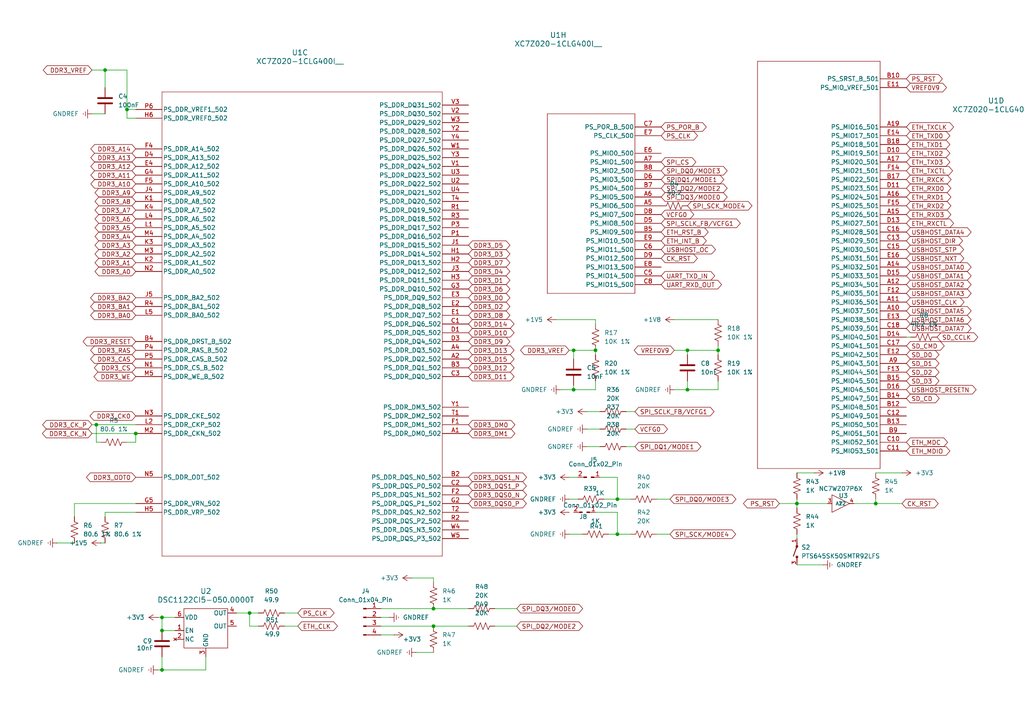
<source format=kicad_sch>
(kicad_sch (version 20231120) (generator "eeschema") (generator_version "8.0")
  (paper "A4")
  (lib_symbols
    (symbol "2025-04-06_19-32-54:DSC1122CI5-050.0000T" (pin_names (offset 0.254))
      (property "Reference" "U" (at 20.32 12.7 0))
      (property "Value" "DSC1122CI5-050.0000T" (at 20.32 10.16 0))
      (symbol "DSC1122CI5-050.0000T_1_1"
        (pin unspecified line (at 10.16 -3.81 0) (length 2.54) (name "EN") (number "1"))
        (pin no_connect line (at 10.16 -6.35 0) (length 2.54) (name "NC") (number "2"))
        (pin power_out line (at 19.05 -11.43 90) (length 2.54) (name "GND") (number "3"))
        (pin output line (at 27.94 1.27 180) (length 2.54) (name "OUT") (number "4"))
        (pin output line (at 27.94 -2.54 180) (length 2.54) (name "OUT") (number "5"))
        (pin power_in line (at 10.16 0 0) (length 2.54) (name "VDD") (number "6"))
      )
    )
    (symbol "Conn_01x02_Pin_1" (pin_names (offset 1.016) hide)
      (property "Reference" "J5" (at 0.635 5.08 0))
      (property "Value" "Conn_01x02_Pin" (at 1.27 3.81 0))
      (symbol "Conn_01x02_Pin_1_1_1"
        (pin passive line (at 2.54 0 180) (length 1.27) (name "Pin_1") (number "1"))
        (pin passive line (at -3.81 0 0) (length 1.27) (name "Pin_2") (number "2"))
      )
    )
    (symbol "Connector:Conn_01x04_Pin" (pin_names (offset 1.016) hide)
      (property "Reference" "J" (at 0 5.08 0))
      (property "Value" "Conn_01x04_Pin" (at 0 -7.62 0))
      (symbol "Conn_01x04_Pin_1_1"
        (pin passive line (at 5.08 2.54 180) (length 3.81) (name "Pin_1") (number "1"))
        (pin passive line (at 5.08 0 180) (length 3.81) (name "Pin_2") (number "2"))
        (pin passive line (at 5.08 -2.54 180) (length 3.81) (name "Pin_3") (number "3"))
        (pin passive line (at 5.08 -5.08 180) (length 3.81) (name "Pin_4") (number "4"))
      )
    )
    (symbol "Device:C" (pin_numbers hide) (pin_names (offset 0.254))
      (property "Reference" "C" (at 0.635 2.54 0))
      (property "Value" "C" (at 0.635 -2.54 0))
      (symbol "C_1_1"
        (pin passive line (at 0 3.81 270) (length 2.794) (name "~") (number "1"))
        (pin passive line (at 0 -3.81 90) (length 2.794) (name "~") (number "2"))
      )
    )
    (symbol "Device:R_US" (pin_numbers hide) (pin_names (offset 0))
      (property "Reference" "R" (at 2.54 0 90))
      (property "Value" "R_US" (at -2.54 0 90))
      (symbol "R_US_1_1"
        (pin passive line (at 0 3.81 270) (length 1.27) (name "~") (number "1"))
        (pin passive line (at 0 -3.81 90) (length 1.27) (name "~") (number "2"))
      )
    )
    (symbol "NC7WZ07P6X_1" (pin_names (offset 1.016))
      (property "Reference" "U9" (at 0 12.7 0))
      (property "Value" "NC7WZ07P6X" (at 0 10.16 0))
      (symbol "NC7WZ07P6X_1_1_0"
        (pin input line (at -17.78 -2.54 0) (length 5.08) hide (name "A1") (number "1"))
        (pin passive line (at -17.78 -10.16 0) (length 5.08) hide (name "GND") (number "2"))
        (pin input line (at -6.35 0 0) (length 1.27) (name "A2") (number "3"))
        (pin output line (at 1.27 0 180) (length 1.27) (name "Y2") (number "4"))
        (pin power_in line (at -17.78 2.54 0) (length 5.08) hide (name "VCC") (number "5"))
        (pin output line (at 17.78 2.54 180) (length 5.08) hide (name "Y1") (number "6"))
      )
    )
    (symbol "PTS645SK50SMTR92LFS_:PTS645SK50SMTR92LFS" (pin_names (offset 1.016))
      (property "Reference" "S" (at -4.5772 5.5944 0))
      (property "Value" "PTS645SK50SMTR92LFS" (at -5.0879 -7.3774 0))
      (symbol "PTS645SK50SMTR92LFS_1_0"
        (pin passive line (at 0 3.81 270) (length 1.27) (name "~") (number "1"))
        (pin passive line (at 7.62 2.54 180) (length 2.54) hide (name "~") (number "2"))
        (pin passive line (at 0 -3.81 90) (length 1.27) (name "~") (number "3"))
        (pin passive line (at 7.62 -2.54 180) (length 2.54) hide (name "~") (number "4"))
      )
    )
    (symbol "XC7Z020-1CLG400I___1" (pin_names (offset 0.254))
      (property "Reference" "U1" (at 47.625 16.51 0))
      (property "Value" "XC7Z020-1CLG400I__" (at 47.625 13.97 0))
      (symbol "XC7Z020-1CLG400I___1_1_1"
        (pin bidirectional line (at 58.42 38.1 180) (length 7.62) (name "IO_L2N_T0_AD8N_35") (number "A20"))
        (pin bidirectional line (at 58.42 40.64 180) (length 7.62) (name "IO_L2P_T0_AD8P_35") (number "B19"))
        (pin bidirectional line (at 58.42 43.18 180) (length 7.62) (name "IO_L1N_T0_AD0N_35") (number "B20"))
        (pin bidirectional line (at 58.42 45.72 180) (length 7.62) (name "IO_L1P_T0_AD0P_35") (number "C20"))
        (pin bidirectional line (at 58.42 33.02 180) (length 7.62) (name "IO_L3N_T0_DQS_AD1N_35") (number "D18"))
        (pin bidirectional line (at 58.42 27.94 180) (length 7.62) (name "IO_L4P_T0_35") (number "D19"))
        (pin bidirectional line (at 58.42 30.48 180) (length 7.62) (name "IO_L4N_T0_35") (number "D20"))
        (pin bidirectional line (at 58.42 35.56 180) (length 7.62) (name "IO_L3P_T0_DQS_AD1P_35") (number "E17"))
        (pin bidirectional line (at 58.42 22.86 180) (length 7.62) (name "IO_L5P_T0_AD9P_35") (number "E18"))
        (pin bidirectional line (at 58.42 25.4 180) (length 7.62) (name "IO_L5N_T0_AD9N_35") (number "E19"))
        (pin bidirectional line (at 58.42 20.32 180) (length 7.62) (name "IO_L6P_T0_35") (number "F16"))
        (pin bidirectional line (at 58.42 17.78 180) (length 7.62) (name "IO_L6N_T0_VREF_35") (number "F17"))
        (pin bidirectional line (at 58.42 -25.4 180) (length 7.62) (name "IO_L15P_T2_DQS_AD12P_35") (number "F19"))
        (pin bidirectional line (at 58.42 -27.94 180) (length 7.62) (name "IO_L15N_T2_DQS_AD12N_35") (number "F20"))
        (pin bidirectional line (at 58.42 48.26 180) (length 7.62) (name "IO_0_35") (number "G14"))
        (pin bidirectional line (at 58.42 -48.26 180) (length 7.62) (name "IO_L19N_T3_VREF_35") (number "G15"))
        (pin bidirectional line (at 58.42 -30.48 180) (length 7.62) (name "IO_L16P_T2_35") (number "G17"))
        (pin bidirectional line (at 58.42 -33.02 180) (length 7.62) (name "IO_L16N_T2_35") (number "G18"))
        (pin bidirectional line (at 58.42 -40.64 180) (length 7.62) (name "IO_L18P_T2_AD13P_35") (number "G19"))
        (pin bidirectional line (at 58.42 -43.18 180) (length 7.62) (name "IO_L18N_T2_AD13N_35") (number "G20"))
        (pin bidirectional line (at 58.42 -45.72 180) (length 7.62) (name "IO_L19P_T3_35") (number "H15"))
        (pin bidirectional line (at 58.42 -15.24 180) (length 7.62) (name "IO_L13P_T2_MRCC_35") (number "H16"))
        (pin bidirectional line (at 58.42 -17.78 180) (length 7.62) (name "IO_L13N_T2_MRCC_35") (number "H17"))
        (pin bidirectional line (at 58.42 -22.86 180) (length 7.62) (name "IO_L14N_T2_AD4N_SRCC_35") (number "H18"))
        (pin bidirectional line (at 58.42 -38.1 180) (length 7.62) (name "IO_L17N_T2_AD5N_35") (number "H20"))
        (pin bidirectional line (at 58.42 -53.34 180) (length 7.62) (name "IO_L20N_T3_AD6N_35") (number "J14"))
        (pin bidirectional line (at 58.42 -76.2 180) (length 7.62) (name "IO_25_35") (number "J15"))
        (pin bidirectional line (at 58.42 -73.66 180) (length 7.62) (name "IO_L24N_T3_AD15N_35") (number "J16"))
        (pin bidirectional line (at 58.42 -20.32 180) (length 7.62) (name "IO_L14P_T2_AD4P_SRCC_35") (number "J18"))
        (pin bidirectional line (at 58.42 -2.54 180) (length 7.62) (name "IO_L10N_T1_AD11N_35") (number "J19"))
        (pin bidirectional line (at 58.42 -35.56 180) (length 7.62) (name "IO_L17P_T2_AD5P_35") (number "J20"))
        (pin bidirectional line (at 58.42 -50.8 180) (length 7.62) (name "IO_L20P_T3_AD6P_35") (number "K14"))
        (pin bidirectional line (at 58.42 -71.12 180) (length 7.62) (name "IO_L24P_T3_AD15P_35") (number "K16"))
        (pin bidirectional line (at 58.42 -12.7 180) (length 7.62) (name "IO_L12P_T1_MRCC_35") (number "K17"))
        (pin bidirectional line (at 58.42 -10.16 180) (length 7.62) (name "IO_L12N_T1_MRCC_35") (number "K18"))
        (pin bidirectional line (at 58.42 0 180) (length 7.62) (name "IO_L10P_T1_AD11P_35") (number "K19"))
        (pin bidirectional line (at 58.42 -60.96 180) (length 7.62) (name "IO_L22P_T3_AD7P_35") (number "L14"))
        (pin bidirectional line (at 58.42 -63.5 180) (length 7.62) (name "IO_L22N_T3_AD7N_35") (number "L15"))
        (pin bidirectional line (at 58.42 -7.62 180) (length 7.62) (name "IO_L11P_T1_SRCC_35") (number "L16"))
        (pin bidirectional line (at 58.42 -5.08 180) (length 7.62) (name "IO_L11N_T1_SRCC_35") (number "L17"))
        (pin bidirectional line (at 58.42 5.08 180) (length 7.62) (name "IO_L9P_T1_DQS_AD3P_35") (number "L19"))
        (pin bidirectional line (at 58.42 2.54 180) (length 7.62) (name "IO_L9N_T1_DQS_AD3N_35") (number "L20"))
        (pin bidirectional line (at 58.42 -66.04 180) (length 7.62) (name "IO_L23P_T3_35") (number "M14"))
        (pin bidirectional line (at 58.42 -68.58 180) (length 7.62) (name "IO_L23N_T3_35") (number "M15"))
        (pin bidirectional line (at 58.42 10.16 180) (length 7.62) (name "IO_L8P_T1_AD10P_35") (number "M17"))
        (pin bidirectional line (at 58.42 7.62 180) (length 7.62) (name "IO_L8N_T1_AD10N_35") (number "M18"))
        (pin bidirectional line (at 58.42 15.24 180) (length 7.62) (name "IO_L7P_T1_AD2P_35") (number "M19"))
        (pin bidirectional line (at 58.42 12.7 180) (length 7.62) (name "IO_L7N_T1_AD2N_35") (number "M20"))
        (pin bidirectional line (at 58.42 -55.88 180) (length 7.62) (name "IO_L21P_T3_DQS_AD14P_35") (number "N15"))
        (pin bidirectional line (at 58.42 -58.42 180) (length 7.62) (name "IO_L21N_T3_DQS_AD14N_35") (number "N16"))
        (pin bidirectional line (at -35.56 -67.31 180) (length 7.62) (name "IO_L23P_T3_34") (number "N17"))
        (pin bidirectional line (at -35.56 -16.51 180) (length 7.62) (name "IO_L13P_T2_MRCC_34") (number "N18"))
        (pin bidirectional line (at -35.56 -21.59 180) (length 7.62) (name "IO_L14P_T2_SRCC_34") (number "N20"))
        (pin bidirectional line (at -35.56 19.05 180) (length 7.62) (name "IO_L6P_T0_34") (number "P14"))
        (pin bidirectional line (at -35.56 -72.39 180) (length 7.62) (name "IO_L24P_T3_34") (number "P15"))
        (pin bidirectional line (at -35.56 -74.93 180) (length 7.62) (name "IO_L24N_T3_34") (number "P16"))
        (pin bidirectional line (at -35.56 -69.85 180) (length 7.62) (name "IO_L23N_T3_34") (number "P18"))
        (pin bidirectional line (at -35.56 -19.05 180) (length 7.62) (name "IO_L13N_T2_MRCC_34") (number "P19"))
        (pin bidirectional line (at -35.56 -24.13 180) (length 7.62) (name "IO_L14N_T2_SRCC_34") (number "P20"))
        (pin bidirectional line (at -35.56 16.51 180) (length 7.62) (name "IO_L6N_T0_VREF_34") (number "R14"))
        (pin bidirectional line (at -35.56 -46.99 180) (length 7.62) (name "IO_L19P_T3_34") (number "R16"))
        (pin bidirectional line (at -35.56 -49.53 180) (length 7.62) (name "IO_L19N_T3_VREF_34") (number "R17"))
        (pin bidirectional line (at -35.56 -54.61 180) (length 7.62) (name "IO_L20N_T3_34") (number "R18"))
        (pin bidirectional line (at -35.56 46.99 180) (length 7.62) (name "IO_0_34") (number "R19"))
        (pin bidirectional line (at -35.56 41.91 180) (length 7.62) (name "IO_L1N_T0_34") (number "T10"))
        (pin bidirectional line (at -35.56 44.45 180) (length 7.62) (name "IO_L1P_T0_34") (number "T11"))
        (pin bidirectional line (at -35.56 39.37 180) (length 7.62) (name "IO_L2P_T0_34") (number "T12"))
        (pin bidirectional line (at -35.56 24.13 180) (length 7.62) (name "IO_L5P_T0_34") (number "T14"))
        (pin bidirectional line (at -35.56 21.59 180) (length 7.62) (name "IO_L5N_T0_34") (number "T15"))
        (pin bidirectional line (at -35.56 3.81 180) (length 7.62) (name "IO_L9P_T1_DQS_34") (number "T16"))
        (pin bidirectional line (at -35.56 -52.07 180) (length 7.62) (name "IO_L20P_T3_34") (number "T17"))
        (pin bidirectional line (at -35.56 -77.47 180) (length 7.62) (name "IO_25_34") (number "T19"))
        (pin bidirectional line (at -35.56 -26.67 180) (length 7.62) (name "IO_L15P_T2_DQS_34") (number "T20"))
        (pin bidirectional line (at -138.43 -20.32 180) (length 7.62) (name "IO_L19P_T3_13") (number "T5"))
        (pin bidirectional line (at -138.43 17.78 180) (length 7.62) (name "IO_L12P_T1_MRCC_13") (number "T9"))
        (pin bidirectional line (at -138.43 15.24 180) (length 7.62) (name "IO_L12N_T1_MRCC_13") (number "U10"))
        (pin bidirectional line (at -35.56 36.83 180) (length 7.62) (name "IO_L2N_T0_34") (number "U12"))
        (pin bidirectional line (at -35.56 34.29 180) (length 7.62) (name "IO_L3P_T0_DQS_PUDC_B_34") (number "U13"))
        (pin bidirectional line (at -35.56 -6.35 180) (length 7.62) (name "IO_L11P_T1_SRCC_34") (number "U14"))
        (pin bidirectional line (at -35.56 -8.89 180) (length 7.62) (name "IO_L11N_T1_SRCC_34") (number "U15"))
        (pin bidirectional line (at -35.56 1.27 180) (length 7.62) (name "IO_L9N_T1_DQS_34") (number "U17"))
        (pin bidirectional line (at -35.56 -11.43 180) (length 7.62) (name "IO_L12P_T1_MRCC_34") (number "U18"))
        (pin bidirectional line (at -35.56 -13.97 180) (length 7.62) (name "IO_L12N_T1_MRCC_34") (number "U19"))
        (pin bidirectional line (at -35.56 -29.21 180) (length 7.62) (name "IO_L15N_T2_DQS_34") (number "U20"))
        (pin bidirectional line (at -138.43 -22.86 180) (length 7.62) (name "IO_L19N_T3_VREF_13") (number "U5"))
        (pin bidirectional line (at -138.43 22.86 180) (length 7.62) (name "IO_L11P_T1_SRCC_13") (number "U7"))
        (pin bidirectional line (at -138.43 -11.43 180) (length 7.62) (name "IO_L17N_T2_13") (number "U8"))
        (pin bidirectional line (at -138.43 -8.89 180) (length 7.62) (name "IO_L17P_T2_13") (number "U9"))
        (pin bidirectional line (at -138.43 -33.02 180) (length 7.62) (name "IO_L21N_T3_DQS_13") (number "V10"))
        (pin bidirectional line (at -138.43 -30.48 180) (length 7.62) (name "IO_L21P_T3_DQS_13") (number "V11"))
        (pin bidirectional line (at -35.56 29.21 180) (length 7.62) (name "IO_L4P_T0_34") (number "V12"))
        (pin bidirectional line (at -35.56 31.75 180) (length 7.62) (name "IO_L3N_T0_DQS_34") (number "V13"))
        (pin bidirectional line (at -35.56 -1.27 180) (length 7.62) (name "IO_L10P_T1_34") (number "V15"))
        (pin bidirectional line (at -35.56 -41.91 180) (length 7.62) (name "IO_L18P_T2_34") (number "V16"))
        (pin bidirectional line (at -35.56 -57.15 180) (length 7.62) (name "IO_L21P_T3_DQS_34") (number "V17"))
        (pin bidirectional line (at -35.56 -59.69 180) (length 7.62) (name "IO_L21N_T3_DQS_34") (number "V18"))
        (pin bidirectional line (at -35.56 -31.75 180) (length 7.62) (name "IO_L16P_T2_34") (number "V20"))
        (pin bidirectional line (at -138.43 25.4 180) (length 7.62) (name "IO_L6N_T0_VREF_13") (number "V5"))
        (pin bidirectional line (at -138.43 -35.56 180) (length 7.62) (name "IO_L22P_T3_13") (number "V6"))
        (pin bidirectional line (at -138.43 20.32 180) (length 7.62) (name "IO_L11N_T1_SRCC_13") (number "V7"))
        (pin bidirectional line (at -138.43 -1.27 180) (length 7.62) (name "IO_L15P_T2_DQS_13") (number "V8"))
        (pin bidirectional line (at -138.43 -3.81 180) (length 7.62) (name "IO_L16P_T2_13") (number "W10"))
        (pin bidirectional line (at -138.43 -13.97 180) (length 7.62) (name "IO_L18P_T2_13") (number "W11"))
        (pin bidirectional line (at -35.56 26.67 180) (length 7.62) (name "IO_L4N_T0_34") (number "W13"))
        (pin bidirectional line (at -35.56 8.89 180) (length 7.62) (name "IO_L8P_T1_34") (number "W14"))
        (pin bidirectional line (at -35.56 -3.81 180) (length 7.62) (name "IO_L10N_T1_34") (number "W15"))
        (pin bidirectional line (at -35.56 -44.45 180) (length 7.62) (name "IO_L18N_T2_34") (number "W16"))
        (pin bidirectional line (at -35.56 -62.23 180) (length 7.62) (name "IO_L22P_T3_34") (number "W18"))
        (pin bidirectional line (at -35.56 -64.77 180) (length 7.62) (name "IO_L22N_T3_34") (number "W19"))
        (pin bidirectional line (at -35.56 -34.29 180) (length 7.62) (name "IO_L16N_T2_34") (number "W20"))
        (pin bidirectional line (at -138.43 -38.1 180) (length 7.62) (name "IO_L22N_T3_13") (number "W6"))
        (pin bidirectional line (at -138.43 1.27 180) (length 7.62) (name "IO_L15N_T2_DQS_13") (number "W8"))
        (pin bidirectional line (at -138.43 -6.35 180) (length 7.62) (name "IO_L16N_T2_13") (number "W9"))
        (pin bidirectional line (at -138.43 -16.51 180) (length 7.62) (name "IO_L18N_T2_13") (number "Y11"))
        (pin bidirectional line (at -138.43 -25.4 180) (length 7.62) (name "IO_L20P_T3_13") (number "Y12"))
        (pin bidirectional line (at -138.43 -27.94 180) (length 7.62) (name "IO_L20N_T3_13") (number "Y13"))
        (pin bidirectional line (at -35.56 6.35 180) (length 7.62) (name "IO_L8N_T1_34") (number "Y14"))
        (pin bidirectional line (at -35.56 13.97 180) (length 7.62) (name "IO_L7P_T1_34") (number "Y16"))
        (pin bidirectional line (at -35.56 11.43 180) (length 7.62) (name "IO_L7N_T1_34") (number "Y17"))
        (pin bidirectional line (at -35.56 -36.83 180) (length 7.62) (name "IO_L17P_T2_34") (number "Y18"))
        (pin bidirectional line (at -35.56 -39.37 180) (length 7.62) (name "IO_L17N_T2_34") (number "Y19"))
        (pin bidirectional line (at -138.43 8.89 180) (length 7.62) (name "IO_L13N_T2_MRCC_13") (number "Y6"))
        (pin bidirectional line (at -138.43 11.43 180) (length 7.62) (name "IO_L13P_T2_MRCC_13") (number "Y7"))
        (pin bidirectional line (at -138.43 3.81 180) (length 7.62) (name "IO_L14N_T2_SRCC_13") (number "Y8"))
        (pin bidirectional line (at -138.43 6.35 180) (length 7.62) (name "IO_L14P_T2_SRCC_13") (number "Y9"))
      )
      (symbol "XC7Z020-1CLG400I___1_3_1"
        (pin output line (at 96.52 -93.98 180) (length 7.62) (name "PS_DDR_DM0_502") (number "A1"))
        (pin bidirectional line (at 96.52 -72.39 180) (length 7.62) (name "PS_DDR_DQ2_502") (number "A2"))
        (pin bidirectional line (at 96.52 -69.85 180) (length 7.62) (name "PS_DDR_DQ3_502") (number "A4"))
        (pin bidirectional line (at 96.52 -106.68 180) (length 7.62) (name "PS_DDR_DQS_N0_502") (number "B2"))
        (pin bidirectional line (at 96.52 -74.93 180) (length 7.62) (name "PS_DDR_DQ1_502") (number "B3"))
        (pin output line (at 0 -67.31 0) (length 7.62) (name "PS_DDR_DRST_B_502") (number "B4"))
        (pin bidirectional line (at 96.52 -62.23 180) (length 7.62) (name "PS_DDR_DQ6_502") (number "C1"))
        (pin bidirectional line (at 96.52 -109.22 180) (length 7.62) (name "PS_DDR_DQS_P0_502") (number "C2"))
        (pin bidirectional line (at 96.52 -77.47 180) (length 7.62) (name "PS_DDR_DQ0_502") (number "C3"))
        (pin bidirectional line (at 96.52 -64.77 180) (length 7.62) (name "PS_DDR_DQ5_502") (number "D1"))
        (pin bidirectional line (at 96.52 -67.31 180) (length 7.62) (name "PS_DDR_DQ4_502") (number "D3"))
        (pin output line (at 0 -13.97 0) (length 7.62) (name "PS_DDR_A13_502") (number "D4"))
        (pin bidirectional line (at 96.52 -59.69 180) (length 7.62) (name "PS_DDR_DQ7_502") (number "E1"))
        (pin bidirectional line (at 96.52 -57.15 180) (length 7.62) (name "PS_DDR_DQ8_502") (number "E2"))
        (pin bidirectional line (at 96.52 -54.61 180) (length 7.62) (name "PS_DDR_DQ9_502") (number "E3"))
        (pin output line (at 0 -16.51 0) (length 7.62) (name "PS_DDR_A12_502") (number "E4"))
        (pin output line (at 96.52 -91.44 180) (length 7.62) (name "PS_DDR_DM1_502") (number "F1"))
        (pin bidirectional line (at 96.52 -111.76 180) (length 7.62) (name "PS_DDR_DQS_N1_502") (number "F2"))
        (pin output line (at 0 -11.43 0) (length 7.62) (name "PS_DDR_A14_502") (number "F4"))
        (pin output line (at 0 -21.59 0) (length 7.62) (name "PS_DDR_A10_502") (number "F5"))
        (pin bidirectional line (at 96.52 -114.3 180) (length 7.62) (name "PS_DDR_DQS_P1_502") (number "G2"))
        (pin bidirectional line (at 96.52 -52.07 180) (length 7.62) (name "PS_DDR_DQ10_502") (number "G3"))
        (pin output line (at 0 -19.05 0) (length 7.62) (name "PS_DDR_A11_502") (number "G4"))
        (pin output line (at 0 -114.3 0) (length 7.62) (name "PS_DDR_VRN_502") (number "G5"))
        (pin bidirectional line (at 96.52 -41.91 180) (length 7.62) (name "PS_DDR_DQ14_502") (number "H1"))
        (pin bidirectional line (at 96.52 -44.45 180) (length 7.62) (name "PS_DDR_DQ13_502") (number "H2"))
        (pin bidirectional line (at 96.52 -49.53 180) (length 7.62) (name "PS_DDR_DQ11_502") (number "H3"))
        (pin output line (at 0 -116.84 0) (length 7.62) (name "PS_DDR_VRP_502") (number "H5"))
        (pin power_in line (at 0 -2.54 0) (length 7.62) (name "PS_DDR_VREF0_502") (number "H6"))
        (pin bidirectional line (at 96.52 -39.37 180) (length 7.62) (name "PS_DDR_DQ15_502") (number "J1"))
        (pin bidirectional line (at 96.52 -46.99 180) (length 7.62) (name "PS_DDR_DQ12_502") (number "J3"))
        (pin output line (at 0 -24.13 0) (length 7.62) (name "PS_DDR_A9_502") (number "J4"))
        (pin output line (at 0 -54.61 0) (length 7.62) (name "PS_DDR_BA2_502") (number "J5"))
        (pin output line (at 0 -26.67 0) (length 7.62) (name "PS_DDR_A8_502") (number "K1"))
        (pin output line (at 0 -44.45 0) (length 7.62) (name "PS_DDR_A1_502") (number "K2"))
        (pin output line (at 0 -39.37 0) (length 7.62) (name "PS_DDR_A3_502") (number "K3"))
        (pin output line (at 0 -29.21 0) (length 7.62) (name "PS_DDR_A7_502") (number "K4"))
        (pin output line (at 0 -34.29 0) (length 7.62) (name "PS_DDR_A5_502") (number "L1"))
        (pin output line (at 0 -91.44 0) (length 7.62) (name "PS_DDR_CKP_502") (number "L2"))
        (pin output line (at 0 -31.75 0) (length 7.62) (name "PS_DDR_A6_502") (number "L4"))
        (pin output line (at 0 -59.69 0) (length 7.62) (name "PS_DDR_BA0_502") (number "L5"))
        (pin output line (at 0 -93.98 0) (length 7.62) (name "PS_DDR_CKN_502") (number "M2"))
        (pin output line (at 0 -41.91 0) (length 7.62) (name "PS_DDR_A2_502") (number "M3"))
        (pin output line (at 0 -36.83 0) (length 7.62) (name "PS_DDR_A4_502") (number "M4"))
        (pin output line (at 0 -77.47 0) (length 7.62) (name "PS_DDR_WE_B_502") (number "M5"))
        (pin output line (at 0 -74.93 0) (length 7.62) (name "PS_DDR_CS_B_502") (number "N1"))
        (pin output line (at 0 -46.99 0) (length 7.62) (name "PS_DDR_A0_502") (number "N2"))
        (pin output line (at 0 -88.9 0) (length 7.62) (name "PS_DDR_CKE_502") (number "N3"))
        (pin output line (at 0 -106.68 0) (length 7.62) (name "PS_DDR_ODT_502") (number "N5"))
        (pin bidirectional line (at 96.52 -36.83 180) (length 7.62) (name "PS_DDR_DQ16_502") (number "P1"))
        (pin bidirectional line (at 96.52 -34.29 180) (length 7.62) (name "PS_DDR_DQ17_502") (number "P3"))
        (pin output line (at 0 -69.85 0) (length 7.62) (name "PS_DDR_RAS_B_502") (number "P4"))
        (pin output line (at 0 -72.39 0) (length 7.62) (name "PS_DDR_CAS_B_502") (number "P5"))
        (pin power_in line (at 0 0 0) (length 7.62) (name "PS_DDR_VREF1_502") (number "P6"))
        (pin bidirectional line (at 96.52 -29.21 180) (length 7.62) (name "PS_DDR_DQ19_502") (number "R1"))
        (pin bidirectional line (at 96.52 -119.38 180) (length 7.62) (name "PS_DDR_DQS_P2_502") (number "R2"))
        (pin bidirectional line (at 96.52 -31.75 180) (length 7.62) (name "PS_DDR_DQ18_502") (number "R3"))
        (pin output line (at 0 -57.15 0) (length 7.62) (name "PS_DDR_BA1_502") (number "R4"))
        (pin output line (at 96.52 -88.9 180) (length 7.62) (name "PS_DDR_DM2_502") (number "T1"))
        (pin bidirectional line (at 96.52 -116.84 180) (length 7.62) (name "PS_DDR_DQS_N2_502") (number "T2"))
        (pin bidirectional line (at 96.52 -26.67 180) (length 7.62) (name "PS_DDR_DQ20_502") (number "T4"))
        (pin bidirectional line (at 96.52 -21.59 180) (length 7.62) (name "PS_DDR_DQ22_502") (number "U2"))
        (pin bidirectional line (at 96.52 -19.05 180) (length 7.62) (name "PS_DDR_DQ23_502") (number "U3"))
        (pin bidirectional line (at 96.52 -24.13 180) (length 7.62) (name "PS_DDR_DQ21_502") (number "U4"))
        (pin bidirectional line (at 96.52 -16.51 180) (length 7.62) (name "PS_DDR_DQ24_502") (number "V1"))
        (pin bidirectional line (at 96.52 -1.27 180) (length 7.62) (name "PS_DDR_DQ30_502") (number "V2"))
        (pin bidirectional line (at 96.52 1.27 180) (length 7.62) (name "PS_DDR_DQ31_502") (number "V3"))
        (pin bidirectional line (at 96.52 -11.43 180) (length 7.62) (name "PS_DDR_DQ26_502") (number "W1"))
        (pin bidirectional line (at 96.52 -3.81 180) (length 7.62) (name "PS_DDR_DQ29_502") (number "W3"))
        (pin bidirectional line (at 96.52 -121.92 180) (length 7.62) (name "PS_DDR_DQS_N3_502") (number "W4"))
        (pin bidirectional line (at 96.52 -124.46 180) (length 7.62) (name "PS_DDR_DQS_P3_502") (number "W5"))
        (pin output line (at 96.52 -86.36 180) (length 7.62) (name "PS_DDR_DM3_502") (number "Y1"))
        (pin bidirectional line (at 96.52 -6.35 180) (length 7.62) (name "PS_DDR_DQ28_502") (number "Y2"))
        (pin bidirectional line (at 96.52 -13.97 180) (length 7.62) (name "PS_DDR_DQ25_502") (number "Y3"))
        (pin bidirectional line (at 96.52 -8.89 180) (length 7.62) (name "PS_DDR_DQ27_502") (number "Y4"))
      )
      (symbol "XC7Z020-1CLG400I___1_4_1"
        (pin bidirectional line (at 21.59 -44.45 180) (length 7.62) (name "PS_MIO37_501") (number "A10"))
        (pin bidirectional line (at 21.59 -41.91 180) (length 7.62) (name "PS_MIO36_501") (number "A11"))
        (pin bidirectional line (at 21.59 -36.83 180) (length 7.62) (name "PS_MIO34_501") (number "A12"))
        (pin bidirectional line (at 21.59 -31.75 180) (length 7.62) (name "PS_MIO32_501") (number "A14"))
        (pin bidirectional line (at 21.59 -16.51 180) (length 7.62) (name "PS_MIO26_501") (number "A15"))
        (pin bidirectional line (at 21.59 -11.43 180) (length 7.62) (name "PS_MIO24_501") (number "A16"))
        (pin bidirectional line (at 21.59 -1.27 180) (length 7.62) (name "PS_MIO20_501") (number "A17"))
        (pin bidirectional line (at 21.59 8.89 180) (length 7.62) (name "PS_MIO16_501") (number "A19"))
        (pin bidirectional line (at 21.59 -59.69 180) (length 7.62) (name "PS_MIO43_501") (number "A9"))
        (pin input line (at 21.59 22.86 180) (length 7.62) (name "PS_SRST_B_501") (number "B10"))
        (pin bidirectional line (at 21.59 -72.39 180) (length 7.62) (name "PS_MIO48_501") (number "B12"))
        (pin bidirectional line (at 21.59 -77.47 180) (length 7.62) (name "PS_MIO50_501") (number "B13"))
        (pin bidirectional line (at 21.59 -69.85 180) (length 7.62) (name "PS_MIO47_501") (number "B14"))
        (pin bidirectional line (at 21.59 -64.77 180) (length 7.62) (name "PS_MIO45_501") (number "B15"))
        (pin bidirectional line (at 21.59 -6.35 180) (length 7.62) (name "PS_MIO22_501") (number "B17"))
        (pin bidirectional line (at 21.59 3.81 180) (length 7.62) (name "PS_MIO18_501") (number "B18"))
        (pin bidirectional line (at 21.59 -80.01 180) (length 7.62) (name "PS_MIO51_501") (number "B9"))
        (pin bidirectional line (at 21.59 -82.55 180) (length 7.62) (name "PS_MIO52_501") (number "C10"))
        (pin bidirectional line (at 21.59 -85.09 180) (length 7.62) (name "PS_MIO53_501") (number "C11"))
        (pin bidirectional line (at 21.59 -74.93 180) (length 7.62) (name "PS_MIO49_501") (number "C12"))
        (pin bidirectional line (at 21.59 -24.13 180) (length 7.62) (name "PS_MIO29_501") (number "C13"))
        (pin bidirectional line (at 21.59 -26.67 180) (length 7.62) (name "PS_MIO30_501") (number "C15"))
        (pin bidirectional line (at 21.59 -21.59 180) (length 7.62) (name "PS_MIO28_501") (number "C16"))
        (pin bidirectional line (at 21.59 -54.61 180) (length 7.62) (name "PS_MIO41_501") (number "C17"))
        (pin bidirectional line (at 21.59 -49.53 180) (length 7.62) (name "PS_MIO39_501") (number "C18"))
        (pin bidirectional line (at 21.59 1.27 180) (length 7.62) (name "PS_MIO19_501") (number "D10"))
        (pin bidirectional line (at 21.59 -8.89 180) (length 7.62) (name "PS_MIO23_501") (number "D11"))
        (pin bidirectional line (at 21.59 -19.05 180) (length 7.62) (name "PS_MIO27_501") (number "D13"))
        (pin bidirectional line (at 21.59 -52.07 180) (length 7.62) (name "PS_MIO40_501") (number "D14"))
        (pin bidirectional line (at 21.59 -34.29 180) (length 7.62) (name "PS_MIO33_501") (number "D15"))
        (pin bidirectional line (at 21.59 -67.31 180) (length 7.62) (name "PS_MIO46_501") (number "D16"))
        (pin power_in line (at 21.59 20.32 180) (length 7.62) (name "PS_MIO_VREF_501") (number "E11"))
        (pin bidirectional line (at 21.59 -57.15 180) (length 7.62) (name "PS_MIO42_501") (number "E12"))
        (pin bidirectional line (at 21.59 -46.99 180) (length 7.62) (name "PS_MIO38_501") (number "E13"))
        (pin bidirectional line (at 21.59 6.35 180) (length 7.62) (name "PS_MIO17_501") (number "E14"))
        (pin bidirectional line (at 21.59 -29.21 180) (length 7.62) (name "PS_MIO31_501") (number "E16"))
        (pin bidirectional line (at 21.59 -39.37 180) (length 7.62) (name "PS_MIO35_501") (number "F12"))
        (pin bidirectional line (at 21.59 -62.23 180) (length 7.62) (name "PS_MIO44_501") (number "F13"))
        (pin bidirectional line (at 21.59 -3.81 180) (length 7.62) (name "PS_MIO21_501") (number "F14"))
        (pin bidirectional line (at 21.59 -13.97 180) (length 7.62) (name "PS_MIO25_501") (number "F15"))
      )
      (symbol "XC7Z020-1CLG400I___1_5_1"
        (pin power_out line (at 60.96 -38.1 180) (length 7.62) (name "RSVDGND") (number "F10"))
        (pin output line (at 60.96 -3.81 180) (length 7.62) (name "TDO_0") (number "F6"))
        (pin input line (at 60.96 1.27 180) (length 7.62) (name "TCK_0") (number "F9"))
        (pin input line (at 60.96 -1.27 180) (length 7.62) (name "TDI_0") (number "G6"))
        (pin power_out line (at 0 -35.56 0) (length 7.62) (name "GNDADC_0") (number "J10"))
        (pin input line (at 60.96 3.81 180) (length 7.62) (name "TMS_0") (number "J6"))
        (pin power_in line (at 0 -33.02 0) (length 7.62) (name "VCCADC_0") (number "J9"))
        (pin power_in line (at 0 -8.89 0) (length 7.62) (name "VREFN_0") (number "K10"))
        (pin input line (at 0 -16.51 0) (length 7.62) (name "VP_0") (number "K9"))
        (pin input line (at 0 -19.05 0) (length 7.62) (name "VN_0") (number "L10"))
        (pin input line (at 60.96 -16.51 180) (length 7.62) (name "PROGRAM_B_0") (number "L6"))
        (pin power_in line (at 0 -6.35 0) (length 7.62) (name "VREFP_0") (number "L9"))
        (pin unspecified line (at 0 1.27 0) (length 7.62) (name "DXN_0") (number "M10"))
        (pin input line (at 0 -27.94 0) (length 7.62) (name "CFGBVS_0") (number "M6"))
        (pin unspecified line (at 0 3.81 0) (length 7.62) (name "DXP_0") (number "M9"))
        (pin power_in line (at 60.96 -30.48 180) (length 7.62) (name "RSVDVCC3") (number "N6"))
        (pin bidirectional line (at 60.96 -19.05 180) (length 7.62) (name "INIT_B_0") (number "R10"))
        (pin bidirectional line (at 60.96 -13.97 180) (length 7.62) (name "DONE_0") (number "R11"))
        (pin power_in line (at 60.96 -33.02 180) (length 7.62) (name "RSVDVCC2") (number "R6"))
        (pin power_in line (at 60.96 -35.56 180) (length 7.62) (name "RSVDVCC1") (number "T6"))
      )
      (symbol "XC7Z020-1CLG400I___1_6_1"
        (pin power_in line (at 0 -46.99 0) (length 7.62) (name "VCCO_MIO1_501") (number "A13"))
        (pin power_in line (at 0 1.27 0) (length 7.62) (name "VCCO_DDR_502") (number "A3"))
        (pin power_in line (at 0 -49.53 0) (length 7.62) (name "VCCO_MIO1_501") (number "B16"))
        (pin power_in line (at 0 -38.1 0) (length 7.62) (name "VCCO_MIO0_500") (number "B6"))
        (pin power_in line (at 50.8 -34.29 180) (length 7.62) (name "VCCO_35") (number "C19"))
        (pin power_in line (at 0 -52.07 0) (length 7.62) (name "VCCO_MIO1_501") (number "D12"))
        (pin power_in line (at 0 -1.27 0) (length 7.62) (name "VCCO_DDR_502") (number "D2"))
        (pin power_in line (at 0 -40.64 0) (length 7.62) (name "VCCO_MIO0_500") (number "D7"))
        (pin power_in line (at 0 -54.61 0) (length 7.62) (name "VCCO_MIO1_501") (number "E15"))
        (pin power_in line (at 0 -3.81 0) (length 7.62) (name "VCCO_DDR_502") (number "E5"))
        (pin power_in line (at 50.8 -111.76 180) (length 7.62) (name "VCCBATT_0") (number "F11"))
        (pin power_in line (at 50.8 -36.83 180) (length 7.62) (name "VCCO_35") (number "F18"))
        (pin power_in line (at 0 -83.82 0) (length 7.62) (name "VCCPAUX") (number "F8"))
        (pin power_in line (at 0 -6.35 0) (length 7.62) (name "VCCO_DDR_502") (number "G1"))
        (pin power_in line (at 0 -30.48 0) (length 7.62) (name "VCCBRAM") (number "G11"))
        (pin power_in line (at 50.8 -96.52 180) (length 7.62) (name "VCCINT") (number "G13"))
        (pin power_in line (at 0 -62.23 0) (length 7.62) (name "VCCPINT") (number "G7"))
        (pin power_in line (at 0 -111.76 0) (length 7.62) (name "VCCPLL") (number "G8"))
        (pin power_in line (at 0 -86.36 0) (length 7.62) (name "VCCPAUX") (number "G9"))
        (pin power_in line (at 0 -33.02 0) (length 7.62) (name "VCCBRAM") (number "H10"))
        (pin power_in line (at 50.8 -93.98 180) (length 7.62) (name "VCCINT") (number "H12"))
        (pin power_in line (at 50.8 -39.37 180) (length 7.62) (name "VCCO_35") (number "H14"))
        (pin power_in line (at 0 -8.89 0) (length 7.62) (name "VCCO_DDR_502") (number "H4"))
        (pin power_in line (at 0 -88.9 0) (length 7.62) (name "VCCPAUX") (number "H8"))
        (pin power_in line (at 50.8 -62.23 180) (length 7.62) (name "VCCAUX") (number "J11"))
        (pin power_in line (at 50.8 -91.44 180) (length 7.62) (name "VCCINT") (number "J13"))
        (pin power_in line (at 50.8 -41.91 180) (length 7.62) (name "VCCO_35") (number "J17"))
        (pin power_in line (at 0 -64.77 0) (length 7.62) (name "VCCPINT") (number "J7"))
        (pin power_in line (at 50.8 -88.9 180) (length 7.62) (name "VCCINT") (number "K12"))
        (pin power_in line (at 50.8 -44.45 180) (length 7.62) (name "VCCO_35") (number "K20"))
        (pin power_in line (at 50.8 1.27 180) (length 7.62) (name "VCCO_0") (number "K6"))
        (pin power_in line (at 0 -91.44 0) (length 7.62) (name "VCCPAUX") (number "K8"))
        (pin power_in line (at 50.8 -64.77 180) (length 7.62) (name "VCCAUX") (number "L11"))
        (pin power_in line (at 50.8 -86.36 180) (length 7.62) (name "VCCINT") (number "L13"))
        (pin power_in line (at 0 -11.43 0) (length 7.62) (name "VCCO_DDR_502") (number "L3"))
        (pin power_in line (at 0 -67.31 0) (length 7.62) (name "VCCPINT") (number "L7"))
        (pin power_in line (at 50.8 -83.82 180) (length 7.62) (name "VCCINT") (number "M12"))
        (pin power_in line (at 50.8 -46.99 180) (length 7.62) (name "VCCO_35") (number "M16"))
        (pin power_in line (at 0 -93.98 0) (length 7.62) (name "VCCPAUX") (number "M8"))
        (pin power_in line (at 50.8 -67.31 180) (length 7.62) (name "VCCAUX") (number "N11"))
        (pin power_in line (at 50.8 -81.28 180) (length 7.62) (name "VCCINT") (number "N13"))
        (pin power_in line (at 50.8 -16.51 180) (length 7.62) (name "VCCO_34") (number "N19"))
        (pin power_in line (at 0 -69.85 0) (length 7.62) (name "VCCPINT") (number "N7"))
        (pin power_in line (at 50.8 -57.15 180) (length 7.62) (name "VCCAUX") (number "N9"))
        (pin power_in line (at 50.8 -69.85 180) (length 7.62) (name "VCCAUX") (number "P10"))
        (pin power_in line (at 50.8 -78.74 180) (length 7.62) (name "VCCINT") (number "P12"))
        (pin power_in line (at 0 -13.97 0) (length 7.62) (name "VCCO_DDR_502") (number "P2"))
        (pin power_in line (at 0 -72.39 0) (length 7.62) (name "VCCPINT") (number "P8"))
        (pin power_in line (at 50.8 -76.2 180) (length 7.62) (name "VCCINT") (number "R13"))
        (pin power_in line (at 50.8 -19.05 180) (length 7.62) (name "VCCO_34") (number "R15"))
        (pin power_in line (at 0 -16.51 0) (length 7.62) (name "VCCO_DDR_502") (number "R5"))
        (pin power_in line (at 0 -74.93 0) (length 7.62) (name "VCCPINT") (number "R7"))
        (pin power_in line (at 50.8 -59.69 180) (length 7.62) (name "VCCAUX") (number "R9"))
        (pin power_in line (at 50.8 -21.59 180) (length 7.62) (name "VCCO_34") (number "T18"))
        (pin power_in line (at 50.8 -3.81 180) (length 7.62) (name "VCCO_13") (number "T8"))
        (pin power_in line (at 0 -19.05 0) (length 7.62) (name "VCCO_DDR_502") (number "U1"))
        (pin power_in line (at 50.8 -8.89 180) (length 7.62) (name "VCCO_13") (number "U11"))
        (pin power_in line (at 50.8 -24.13 180) (length 7.62) (name "VCCO_34") (number "V14"))
        (pin power_in line (at 0 -21.59 0) (length 7.62) (name "VCCO_DDR_502") (number "V4"))
        (pin power_in line (at 50.8 -26.67 180) (length 7.62) (name "VCCO_34") (number "W17"))
        (pin power_in line (at 50.8 -6.35 180) (length 7.62) (name "VCCO_13") (number "W7"))
        (pin power_in line (at 50.8 -11.43 180) (length 7.62) (name "VCCO_13") (number "Y10"))
        (pin power_in line (at 50.8 -29.21 180) (length 7.62) (name "VCCO_34") (number "Y20"))
      )
      (symbol "XC7Z020-1CLG400I___1_7_1"
        (pin power_out line (at 0 -64.77 0) (length 7.62) (name "GND") (number "A18"))
        (pin power_out line (at 0 1.27 0) (length 7.62) (name "GND") (number "A8"))
        (pin power_out line (at 0 -1.27 0) (length 7.62) (name "GND") (number "B1"))
        (pin power_out line (at 0 -67.31 0) (length 7.62) (name "GND") (number "B11"))
        (pin power_out line (at 0 -69.85 0) (length 7.62) (name "GND") (number "C14"))
        (pin power_out line (at 0 -3.81 0) (length 7.62) (name "GND") (number "C4"))
        (pin power_out line (at 0 -6.35 0) (length 7.62) (name "GND") (number "C9"))
        (pin power_out line (at 0 -69.85 0) (length 7.62) (name "GND") (number "D17"))
        (pin power_out line (at 40.64 -54.61 180) (length 7.62) (name "GND") (number "E10"))
        (pin power_out line (at 40.64 -52.07 180) (length 7.62) (name "GND") (number "E20"))
        (pin power_out line (at 0 -8.89 0) (length 7.62) (name "GND") (number "F3"))
        (pin power_out line (at 0 -11.43 0) (length 7.62) (name "GND") (number "F7"))
        (pin power_out line (at 40.64 -49.53 180) (length 7.62) (name "GND") (number "G10"))
        (pin power_out line (at 40.64 -46.99 180) (length 7.62) (name "GND") (number "G12"))
        (pin power_out line (at 40.64 -44.45 180) (length 7.62) (name "GND") (number "G16"))
        (pin power_out line (at 40.64 -41.91 180) (length 7.62) (name "GND") (number "H11"))
        (pin power_out line (at 40.64 -39.37 180) (length 7.62) (name "GND") (number "H13"))
        (pin power_out line (at 40.64 -36.83 180) (length 7.62) (name "GND") (number "H19"))
        (pin power_out line (at 0 -13.97 0) (length 7.62) (name "GND") (number "H7"))
        (pin power_out line (at 0 -16.51 0) (length 7.62) (name "GND") (number "H9"))
        (pin power_out line (at 40.64 -34.29 180) (length 7.62) (name "GND") (number "J12"))
        (pin power_out line (at 0 -19.05 0) (length 7.62) (name "GND") (number "J2"))
        (pin power_out line (at 0 -21.59 0) (length 7.62) (name "GND") (number "J8"))
        (pin power_out line (at 40.64 -31.75 180) (length 7.62) (name "GND") (number "K11"))
        (pin power_out line (at 40.64 -29.21 180) (length 7.62) (name "GND") (number "K13"))
        (pin power_out line (at 40.64 -26.67 180) (length 7.62) (name "GND") (number "K15"))
        (pin power_out line (at 0 -24.13 0) (length 7.62) (name "GND") (number "K5"))
        (pin power_out line (at 0 -26.67 0) (length 7.62) (name "GND") (number "K7"))
        (pin power_out line (at 40.64 -24.13 180) (length 7.62) (name "GND") (number "L12"))
        (pin power_out line (at 40.64 -21.59 180) (length 7.62) (name "GND") (number "L18"))
        (pin power_out line (at 0 -29.21 0) (length 7.62) (name "GND") (number "L8"))
        (pin power_out line (at 0 -31.75 0) (length 7.62) (name "GND") (number "M1"))
        (pin power_out line (at 40.64 -19.05 180) (length 7.62) (name "GND") (number "M11"))
        (pin power_out line (at 40.64 -16.51 180) (length 7.62) (name "GND") (number "M13"))
        (pin power_out line (at 0 -34.29 0) (length 7.62) (name "GND") (number "M7"))
        (pin power_out line (at 40.64 -13.97 180) (length 7.62) (name "GND") (number "N10"))
        (pin power_out line (at 40.64 -11.43 180) (length 7.62) (name "GND") (number "N12"))
        (pin power_out line (at 40.64 -8.89 180) (length 7.62) (name "GND") (number "N14"))
        (pin power_out line (at 0 -36.83 0) (length 7.62) (name "GND") (number "N4"))
        (pin power_out line (at 0 -39.37 0) (length 7.62) (name "GND") (number "N8"))
        (pin power_out line (at 40.64 -6.35 180) (length 7.62) (name "GND") (number "P11"))
        (pin power_out line (at 40.64 -3.81 180) (length 7.62) (name "GND") (number "P13"))
        (pin power_out line (at 40.64 -1.27 180) (length 7.62) (name "GND") (number "P17"))
        (pin power_out line (at 0 -41.91 0) (length 7.62) (name "GND") (number "P7"))
        (pin power_out line (at 0 -44.45 0) (length 7.62) (name "GND") (number "P9"))
        (pin power_out line (at 40.64 1.27 180) (length 7.62) (name "GND") (number "R12"))
        (pin power_out line (at 40.64 -69.85 180) (length 7.62) (name "GND") (number "R20"))
        (pin power_out line (at 0 -46.99 0) (length 7.62) (name "GND") (number "R8"))
        (pin power_out line (at 40.64 -67.31 180) (length 7.62) (name "GND") (number "T13"))
        (pin power_out line (at 0 -49.53 0) (length 7.62) (name "GND") (number "T3"))
        (pin power_out line (at 0 -52.07 0) (length 7.62) (name "GND") (number "T7"))
        (pin power_out line (at 40.64 -64.77 180) (length 7.62) (name "GND") (number "U16"))
        (pin power_out line (at 0 -54.61 0) (length 7.62) (name "GND") (number "U6"))
        (pin power_out line (at 40.64 -62.23 180) (length 7.62) (name "GND") (number "V19"))
        (pin power_out line (at 0 -57.15 0) (length 7.62) (name "GND") (number "V9"))
        (pin power_out line (at 40.64 -59.69 180) (length 7.62) (name "GND") (number "W12"))
        (pin power_out line (at 0 -59.69 0) (length 7.62) (name "GND") (number "W2"))
        (pin power_out line (at 40.64 -57.15 180) (length 7.62) (name "GND") (number "Y15"))
        (pin power_out line (at 0 -62.23 0) (length 7.62) (name "GND") (number "Y5"))
      )
      (symbol "XC7Z020-1CLG400I___1_8_1"
        (pin bidirectional line (at 77.47 -33.02 180) (length 7.62) (name "PS_MIO6_500") (number "A5"))
        (pin bidirectional line (at 77.47 -30.48 180) (length 7.62) (name "PS_MIO5_500") (number "A6"))
        (pin bidirectional line (at 77.47 -20.32 180) (length 7.62) (name "PS_MIO1_500") (number "A7"))
        (pin bidirectional line (at 77.47 -40.64 180) (length 7.62) (name "PS_MIO9_500") (number "B5"))
        (pin bidirectional line (at 77.47 -27.94 180) (length 7.62) (name "PS_MIO4_500") (number "B7"))
        (pin bidirectional line (at 77.47 -22.86 180) (length 7.62) (name "PS_MIO2_500") (number "B8"))
        (pin bidirectional line (at 77.47 -53.34 180) (length 7.62) (name "PS_MIO14_500") (number "C5"))
        (pin bidirectional line (at 77.47 -45.72 180) (length 7.62) (name "PS_MIO11_500") (number "C6"))
        (pin input line (at 77.47 -10.16 180) (length 7.62) (name "PS_POR_B_500") (number "C7"))
        (pin bidirectional line (at 77.47 -55.88 180) (length 7.62) (name "PS_MIO15_500") (number "C8"))
        (pin bidirectional line (at 77.47 -38.1 180) (length 7.62) (name "PS_MIO8_500") (number "D5"))
        (pin bidirectional line (at 77.47 -25.4 180) (length 7.62) (name "PS_MIO3_500") (number "D6"))
        (pin bidirectional line (at 77.47 -35.56 180) (length 7.62) (name "PS_MIO7_500") (number "D8"))
        (pin bidirectional line (at 77.47 -48.26 180) (length 7.62) (name "PS_MIO12_500") (number "D9"))
        (pin bidirectional line (at 77.47 -17.78 180) (length 7.62) (name "PS_MIO0_500") (number "E6"))
        (pin input line (at 77.47 -12.7 180) (length 7.62) (name "PS_CLK_500") (number "E7"))
        (pin bidirectional line (at 77.47 -50.8 180) (length 7.62) (name "PS_MIO13_500") (number "E8"))
        (pin bidirectional line (at 77.47 -43.18 180) (length 7.62) (name "PS_MIO10_500") (number "E9"))
      )
    )
    (symbol "XC7Z020-1CLG400I___2" (pin_names (offset 0.254))
      (property "Reference" "U1" (at 47.625 16.51 0))
      (property "Value" "XC7Z020-1CLG400I__" (at 47.625 13.97 0))
      (symbol "XC7Z020-1CLG400I___2_1_1"
        (pin bidirectional line (at 58.42 38.1 180) (length 7.62) (name "IO_L2N_T0_AD8N_35") (number "A20"))
        (pin bidirectional line (at 58.42 40.64 180) (length 7.62) (name "IO_L2P_T0_AD8P_35") (number "B19"))
        (pin bidirectional line (at 58.42 43.18 180) (length 7.62) (name "IO_L1N_T0_AD0N_35") (number "B20"))
        (pin bidirectional line (at 58.42 45.72 180) (length 7.62) (name "IO_L1P_T0_AD0P_35") (number "C20"))
        (pin bidirectional line (at 58.42 33.02 180) (length 7.62) (name "IO_L3N_T0_DQS_AD1N_35") (number "D18"))
        (pin bidirectional line (at 58.42 27.94 180) (length 7.62) (name "IO_L4P_T0_35") (number "D19"))
        (pin bidirectional line (at 58.42 30.48 180) (length 7.62) (name "IO_L4N_T0_35") (number "D20"))
        (pin bidirectional line (at 58.42 35.56 180) (length 7.62) (name "IO_L3P_T0_DQS_AD1P_35") (number "E17"))
        (pin bidirectional line (at 58.42 22.86 180) (length 7.62) (name "IO_L5P_T0_AD9P_35") (number "E18"))
        (pin bidirectional line (at 58.42 25.4 180) (length 7.62) (name "IO_L5N_T0_AD9N_35") (number "E19"))
        (pin bidirectional line (at 58.42 20.32 180) (length 7.62) (name "IO_L6P_T0_35") (number "F16"))
        (pin bidirectional line (at 58.42 17.78 180) (length 7.62) (name "IO_L6N_T0_VREF_35") (number "F17"))
        (pin bidirectional line (at 58.42 -25.4 180) (length 7.62) (name "IO_L15P_T2_DQS_AD12P_35") (number "F19"))
        (pin bidirectional line (at 58.42 -27.94 180) (length 7.62) (name "IO_L15N_T2_DQS_AD12N_35") (number "F20"))
        (pin bidirectional line (at 58.42 48.26 180) (length 7.62) (name "IO_0_35") (number "G14"))
        (pin bidirectional line (at 58.42 -48.26 180) (length 7.62) (name "IO_L19N_T3_VREF_35") (number "G15"))
        (pin bidirectional line (at 58.42 -30.48 180) (length 7.62) (name "IO_L16P_T2_35") (number "G17"))
        (pin bidirectional line (at 58.42 -33.02 180) (length 7.62) (name "IO_L16N_T2_35") (number "G18"))
        (pin bidirectional line (at 58.42 -40.64 180) (length 7.62) (name "IO_L18P_T2_AD13P_35") (number "G19"))
        (pin bidirectional line (at 58.42 -43.18 180) (length 7.62) (name "IO_L18N_T2_AD13N_35") (number "G20"))
        (pin bidirectional line (at 58.42 -45.72 180) (length 7.62) (name "IO_L19P_T3_35") (number "H15"))
        (pin bidirectional line (at 58.42 -15.24 180) (length 7.62) (name "IO_L13P_T2_MRCC_35") (number "H16"))
        (pin bidirectional line (at 58.42 -17.78 180) (length 7.62) (name "IO_L13N_T2_MRCC_35") (number "H17"))
        (pin bidirectional line (at 58.42 -22.86 180) (length 7.62) (name "IO_L14N_T2_AD4N_SRCC_35") (number "H18"))
        (pin bidirectional line (at 58.42 -38.1 180) (length 7.62) (name "IO_L17N_T2_AD5N_35") (number "H20"))
        (pin bidirectional line (at 58.42 -53.34 180) (length 7.62) (name "IO_L20N_T3_AD6N_35") (number "J14"))
        (pin bidirectional line (at 58.42 -76.2 180) (length 7.62) (name "IO_25_35") (number "J15"))
        (pin bidirectional line (at 58.42 -73.66 180) (length 7.62) (name "IO_L24N_T3_AD15N_35") (number "J16"))
        (pin bidirectional line (at 58.42 -20.32 180) (length 7.62) (name "IO_L14P_T2_AD4P_SRCC_35") (number "J18"))
        (pin bidirectional line (at 58.42 -2.54 180) (length 7.62) (name "IO_L10N_T1_AD11N_35") (number "J19"))
        (pin bidirectional line (at 58.42 -35.56 180) (length 7.62) (name "IO_L17P_T2_AD5P_35") (number "J20"))
        (pin bidirectional line (at 58.42 -50.8 180) (length 7.62) (name "IO_L20P_T3_AD6P_35") (number "K14"))
        (pin bidirectional line (at 58.42 -71.12 180) (length 7.62) (name "IO_L24P_T3_AD15P_35") (number "K16"))
        (pin bidirectional line (at 58.42 -12.7 180) (length 7.62) (name "IO_L12P_T1_MRCC_35") (number "K17"))
        (pin bidirectional line (at 58.42 -10.16 180) (length 7.62) (name "IO_L12N_T1_MRCC_35") (number "K18"))
        (pin bidirectional line (at 58.42 0 180) (length 7.62) (name "IO_L10P_T1_AD11P_35") (number "K19"))
        (pin bidirectional line (at 58.42 -60.96 180) (length 7.62) (name "IO_L22P_T3_AD7P_35") (number "L14"))
        (pin bidirectional line (at 58.42 -63.5 180) (length 7.62) (name "IO_L22N_T3_AD7N_35") (number "L15"))
        (pin bidirectional line (at 58.42 -7.62 180) (length 7.62) (name "IO_L11P_T1_SRCC_35") (number "L16"))
        (pin bidirectional line (at 58.42 -5.08 180) (length 7.62) (name "IO_L11N_T1_SRCC_35") (number "L17"))
        (pin bidirectional line (at 58.42 5.08 180) (length 7.62) (name "IO_L9P_T1_DQS_AD3P_35") (number "L19"))
        (pin bidirectional line (at 58.42 2.54 180) (length 7.62) (name "IO_L9N_T1_DQS_AD3N_35") (number "L20"))
        (pin bidirectional line (at 58.42 -66.04 180) (length 7.62) (name "IO_L23P_T3_35") (number "M14"))
        (pin bidirectional line (at 58.42 -68.58 180) (length 7.62) (name "IO_L23N_T3_35") (number "M15"))
        (pin bidirectional line (at 58.42 10.16 180) (length 7.62) (name "IO_L8P_T1_AD10P_35") (number "M17"))
        (pin bidirectional line (at 58.42 7.62 180) (length 7.62) (name "IO_L8N_T1_AD10N_35") (number "M18"))
        (pin bidirectional line (at 58.42 15.24 180) (length 7.62) (name "IO_L7P_T1_AD2P_35") (number "M19"))
        (pin bidirectional line (at 58.42 12.7 180) (length 7.62) (name "IO_L7N_T1_AD2N_35") (number "M20"))
        (pin bidirectional line (at 58.42 -55.88 180) (length 7.62) (name "IO_L21P_T3_DQS_AD14P_35") (number "N15"))
        (pin bidirectional line (at 58.42 -58.42 180) (length 7.62) (name "IO_L21N_T3_DQS_AD14N_35") (number "N16"))
        (pin bidirectional line (at -35.56 -67.31 180) (length 7.62) (name "IO_L23P_T3_34") (number "N17"))
        (pin bidirectional line (at -35.56 -16.51 180) (length 7.62) (name "IO_L13P_T2_MRCC_34") (number "N18"))
        (pin bidirectional line (at -35.56 -21.59 180) (length 7.62) (name "IO_L14P_T2_SRCC_34") (number "N20"))
        (pin bidirectional line (at -35.56 19.05 180) (length 7.62) (name "IO_L6P_T0_34") (number "P14"))
        (pin bidirectional line (at -35.56 -72.39 180) (length 7.62) (name "IO_L24P_T3_34") (number "P15"))
        (pin bidirectional line (at -35.56 -74.93 180) (length 7.62) (name "IO_L24N_T3_34") (number "P16"))
        (pin bidirectional line (at -35.56 -69.85 180) (length 7.62) (name "IO_L23N_T3_34") (number "P18"))
        (pin bidirectional line (at -35.56 -19.05 180) (length 7.62) (name "IO_L13N_T2_MRCC_34") (number "P19"))
        (pin bidirectional line (at -35.56 -24.13 180) (length 7.62) (name "IO_L14N_T2_SRCC_34") (number "P20"))
        (pin bidirectional line (at -35.56 16.51 180) (length 7.62) (name "IO_L6N_T0_VREF_34") (number "R14"))
        (pin bidirectional line (at -35.56 -46.99 180) (length 7.62) (name "IO_L19P_T3_34") (number "R16"))
        (pin bidirectional line (at -35.56 -49.53 180) (length 7.62) (name "IO_L19N_T3_VREF_34") (number "R17"))
        (pin bidirectional line (at -35.56 -54.61 180) (length 7.62) (name "IO_L20N_T3_34") (number "R18"))
        (pin bidirectional line (at -35.56 46.99 180) (length 7.62) (name "IO_0_34") (number "R19"))
        (pin bidirectional line (at -35.56 41.91 180) (length 7.62) (name "IO_L1N_T0_34") (number "T10"))
        (pin bidirectional line (at -35.56 44.45 180) (length 7.62) (name "IO_L1P_T0_34") (number "T11"))
        (pin bidirectional line (at -35.56 39.37 180) (length 7.62) (name "IO_L2P_T0_34") (number "T12"))
        (pin bidirectional line (at -35.56 24.13 180) (length 7.62) (name "IO_L5P_T0_34") (number "T14"))
        (pin bidirectional line (at -35.56 21.59 180) (length 7.62) (name "IO_L5N_T0_34") (number "T15"))
        (pin bidirectional line (at -35.56 3.81 180) (length 7.62) (name "IO_L9P_T1_DQS_34") (number "T16"))
        (pin bidirectional line (at -35.56 -52.07 180) (length 7.62) (name "IO_L20P_T3_34") (number "T17"))
        (pin bidirectional line (at -35.56 -77.47 180) (length 7.62) (name "IO_25_34") (number "T19"))
        (pin bidirectional line (at -35.56 -26.67 180) (length 7.62) (name "IO_L15P_T2_DQS_34") (number "T20"))
        (pin bidirectional line (at -138.43 -20.32 180) (length 7.62) (name "IO_L19P_T3_13") (number "T5"))
        (pin bidirectional line (at -138.43 17.78 180) (length 7.62) (name "IO_L12P_T1_MRCC_13") (number "T9"))
        (pin bidirectional line (at -138.43 15.24 180) (length 7.62) (name "IO_L12N_T1_MRCC_13") (number "U10"))
        (pin bidirectional line (at -35.56 36.83 180) (length 7.62) (name "IO_L2N_T0_34") (number "U12"))
        (pin bidirectional line (at -35.56 34.29 180) (length 7.62) (name "IO_L3P_T0_DQS_PUDC_B_34") (number "U13"))
        (pin bidirectional line (at -35.56 -6.35 180) (length 7.62) (name "IO_L11P_T1_SRCC_34") (number "U14"))
        (pin bidirectional line (at -35.56 -8.89 180) (length 7.62) (name "IO_L11N_T1_SRCC_34") (number "U15"))
        (pin bidirectional line (at -35.56 1.27 180) (length 7.62) (name "IO_L9N_T1_DQS_34") (number "U17"))
        (pin bidirectional line (at -35.56 -11.43 180) (length 7.62) (name "IO_L12P_T1_MRCC_34") (number "U18"))
        (pin bidirectional line (at -35.56 -13.97 180) (length 7.62) (name "IO_L12N_T1_MRCC_34") (number "U19"))
        (pin bidirectional line (at -35.56 -29.21 180) (length 7.62) (name "IO_L15N_T2_DQS_34") (number "U20"))
        (pin bidirectional line (at -138.43 -22.86 180) (length 7.62) (name "IO_L19N_T3_VREF_13") (number "U5"))
        (pin bidirectional line (at -138.43 22.86 180) (length 7.62) (name "IO_L11P_T1_SRCC_13") (number "U7"))
        (pin bidirectional line (at -138.43 -11.43 180) (length 7.62) (name "IO_L17N_T2_13") (number "U8"))
        (pin bidirectional line (at -138.43 -8.89 180) (length 7.62) (name "IO_L17P_T2_13") (number "U9"))
        (pin bidirectional line (at -138.43 -33.02 180) (length 7.62) (name "IO_L21N_T3_DQS_13") (number "V10"))
        (pin bidirectional line (at -138.43 -30.48 180) (length 7.62) (name "IO_L21P_T3_DQS_13") (number "V11"))
        (pin bidirectional line (at -35.56 29.21 180) (length 7.62) (name "IO_L4P_T0_34") (number "V12"))
        (pin bidirectional line (at -35.56 31.75 180) (length 7.62) (name "IO_L3N_T0_DQS_34") (number "V13"))
        (pin bidirectional line (at -35.56 -1.27 180) (length 7.62) (name "IO_L10P_T1_34") (number "V15"))
        (pin bidirectional line (at -35.56 -41.91 180) (length 7.62) (name "IO_L18P_T2_34") (number "V16"))
        (pin bidirectional line (at -35.56 -57.15 180) (length 7.62) (name "IO_L21P_T3_DQS_34") (number "V17"))
        (pin bidirectional line (at -35.56 -59.69 180) (length 7.62) (name "IO_L21N_T3_DQS_34") (number "V18"))
        (pin bidirectional line (at -35.56 -31.75 180) (length 7.62) (name "IO_L16P_T2_34") (number "V20"))
        (pin bidirectional line (at -138.43 25.4 180) (length 7.62) (name "IO_L6N_T0_VREF_13") (number "V5"))
        (pin bidirectional line (at -138.43 -35.56 180) (length 7.62) (name "IO_L22P_T3_13") (number "V6"))
        (pin bidirectional line (at -138.43 20.32 180) (length 7.62) (name "IO_L11N_T1_SRCC_13") (number "V7"))
        (pin bidirectional line (at -138.43 -1.27 180) (length 7.62) (name "IO_L15P_T2_DQS_13") (number "V8"))
        (pin bidirectional line (at -138.43 -3.81 180) (length 7.62) (name "IO_L16P_T2_13") (number "W10"))
        (pin bidirectional line (at -138.43 -13.97 180) (length 7.62) (name "IO_L18P_T2_13") (number "W11"))
        (pin bidirectional line (at -35.56 26.67 180) (length 7.62) (name "IO_L4N_T0_34") (number "W13"))
        (pin bidirectional line (at -35.56 8.89 180) (length 7.62) (name "IO_L8P_T1_34") (number "W14"))
        (pin bidirectional line (at -35.56 -3.81 180) (length 7.62) (name "IO_L10N_T1_34") (number "W15"))
        (pin bidirectional line (at -35.56 -44.45 180) (length 7.62) (name "IO_L18N_T2_34") (number "W16"))
        (pin bidirectional line (at -35.56 -62.23 180) (length 7.62) (name "IO_L22P_T3_34") (number "W18"))
        (pin bidirectional line (at -35.56 -64.77 180) (length 7.62) (name "IO_L22N_T3_34") (number "W19"))
        (pin bidirectional line (at -35.56 -34.29 180) (length 7.62) (name "IO_L16N_T2_34") (number "W20"))
        (pin bidirectional line (at -138.43 -38.1 180) (length 7.62) (name "IO_L22N_T3_13") (number "W6"))
        (pin bidirectional line (at -138.43 1.27 180) (length 7.62) (name "IO_L15N_T2_DQS_13") (number "W8"))
        (pin bidirectional line (at -138.43 -6.35 180) (length 7.62) (name "IO_L16N_T2_13") (number "W9"))
        (pin bidirectional line (at -138.43 -16.51 180) (length 7.62) (name "IO_L18N_T2_13") (number "Y11"))
        (pin bidirectional line (at -138.43 -25.4 180) (length 7.62) (name "IO_L20P_T3_13") (number "Y12"))
        (pin bidirectional line (at -138.43 -27.94 180) (length 7.62) (name "IO_L20N_T3_13") (number "Y13"))
        (pin bidirectional line (at -35.56 6.35 180) (length 7.62) (name "IO_L8N_T1_34") (number "Y14"))
        (pin bidirectional line (at -35.56 13.97 180) (length 7.62) (name "IO_L7P_T1_34") (number "Y16"))
        (pin bidirectional line (at -35.56 11.43 180) (length 7.62) (name "IO_L7N_T1_34") (number "Y17"))
        (pin bidirectional line (at -35.56 -36.83 180) (length 7.62) (name "IO_L17P_T2_34") (number "Y18"))
        (pin bidirectional line (at -35.56 -39.37 180) (length 7.62) (name "IO_L17N_T2_34") (number "Y19"))
        (pin bidirectional line (at -138.43 8.89 180) (length 7.62) (name "IO_L13N_T2_MRCC_13") (number "Y6"))
        (pin bidirectional line (at -138.43 11.43 180) (length 7.62) (name "IO_L13P_T2_MRCC_13") (number "Y7"))
        (pin bidirectional line (at -138.43 3.81 180) (length 7.62) (name "IO_L14N_T2_SRCC_13") (number "Y8"))
        (pin bidirectional line (at -138.43 6.35 180) (length 7.62) (name "IO_L14P_T2_SRCC_13") (number "Y9"))
      )
      (symbol "XC7Z020-1CLG400I___2_3_1"
        (pin output line (at 96.52 -93.98 180) (length 7.62) (name "PS_DDR_DM0_502") (number "A1"))
        (pin bidirectional line (at 96.52 -72.39 180) (length 7.62) (name "PS_DDR_DQ2_502") (number "A2"))
        (pin bidirectional line (at 96.52 -69.85 180) (length 7.62) (name "PS_DDR_DQ3_502") (number "A4"))
        (pin bidirectional line (at 96.52 -106.68 180) (length 7.62) (name "PS_DDR_DQS_N0_502") (number "B2"))
        (pin bidirectional line (at 96.52 -74.93 180) (length 7.62) (name "PS_DDR_DQ1_502") (number "B3"))
        (pin output line (at 0 -67.31 0) (length 7.62) (name "PS_DDR_DRST_B_502") (number "B4"))
        (pin bidirectional line (at 96.52 -62.23 180) (length 7.62) (name "PS_DDR_DQ6_502") (number "C1"))
        (pin bidirectional line (at 96.52 -109.22 180) (length 7.62) (name "PS_DDR_DQS_P0_502") (number "C2"))
        (pin bidirectional line (at 96.52 -77.47 180) (length 7.62) (name "PS_DDR_DQ0_502") (number "C3"))
        (pin bidirectional line (at 96.52 -64.77 180) (length 7.62) (name "PS_DDR_DQ5_502") (number "D1"))
        (pin bidirectional line (at 96.52 -67.31 180) (length 7.62) (name "PS_DDR_DQ4_502") (number "D3"))
        (pin output line (at 0 -13.97 0) (length 7.62) (name "PS_DDR_A13_502") (number "D4"))
        (pin bidirectional line (at 96.52 -59.69 180) (length 7.62) (name "PS_DDR_DQ7_502") (number "E1"))
        (pin bidirectional line (at 96.52 -57.15 180) (length 7.62) (name "PS_DDR_DQ8_502") (number "E2"))
        (pin bidirectional line (at 96.52 -54.61 180) (length 7.62) (name "PS_DDR_DQ9_502") (number "E3"))
        (pin output line (at 0 -16.51 0) (length 7.62) (name "PS_DDR_A12_502") (number "E4"))
        (pin output line (at 96.52 -91.44 180) (length 7.62) (name "PS_DDR_DM1_502") (number "F1"))
        (pin bidirectional line (at 96.52 -111.76 180) (length 7.62) (name "PS_DDR_DQS_N1_502") (number "F2"))
        (pin output line (at 0 -11.43 0) (length 7.62) (name "PS_DDR_A14_502") (number "F4"))
        (pin output line (at 0 -21.59 0) (length 7.62) (name "PS_DDR_A10_502") (number "F5"))
        (pin bidirectional line (at 96.52 -114.3 180) (length 7.62) (name "PS_DDR_DQS_P1_502") (number "G2"))
        (pin bidirectional line (at 96.52 -52.07 180) (length 7.62) (name "PS_DDR_DQ10_502") (number "G3"))
        (pin output line (at 0 -19.05 0) (length 7.62) (name "PS_DDR_A11_502") (number "G4"))
        (pin output line (at 0 -114.3 0) (length 7.62) (name "PS_DDR_VRN_502") (number "G5"))
        (pin bidirectional line (at 96.52 -41.91 180) (length 7.62) (name "PS_DDR_DQ14_502") (number "H1"))
        (pin bidirectional line (at 96.52 -44.45 180) (length 7.62) (name "PS_DDR_DQ13_502") (number "H2"))
        (pin bidirectional line (at 96.52 -49.53 180) (length 7.62) (name "PS_DDR_DQ11_502") (number "H3"))
        (pin output line (at 0 -116.84 0) (length 7.62) (name "PS_DDR_VRP_502") (number "H5"))
        (pin power_in line (at 0 -2.54 0) (length 7.62) (name "PS_DDR_VREF0_502") (number "H6"))
        (pin bidirectional line (at 96.52 -39.37 180) (length 7.62) (name "PS_DDR_DQ15_502") (number "J1"))
        (pin bidirectional line (at 96.52 -46.99 180) (length 7.62) (name "PS_DDR_DQ12_502") (number "J3"))
        (pin output line (at 0 -24.13 0) (length 7.62) (name "PS_DDR_A9_502") (number "J4"))
        (pin output line (at 0 -54.61 0) (length 7.62) (name "PS_DDR_BA2_502") (number "J5"))
        (pin output line (at 0 -26.67 0) (length 7.62) (name "PS_DDR_A8_502") (number "K1"))
        (pin output line (at 0 -44.45 0) (length 7.62) (name "PS_DDR_A1_502") (number "K2"))
        (pin output line (at 0 -39.37 0) (length 7.62) (name "PS_DDR_A3_502") (number "K3"))
        (pin output line (at 0 -29.21 0) (length 7.62) (name "PS_DDR_A7_502") (number "K4"))
        (pin output line (at 0 -34.29 0) (length 7.62) (name "PS_DDR_A5_502") (number "L1"))
        (pin output line (at 0 -91.44 0) (length 7.62) (name "PS_DDR_CKP_502") (number "L2"))
        (pin output line (at 0 -31.75 0) (length 7.62) (name "PS_DDR_A6_502") (number "L4"))
        (pin output line (at 0 -59.69 0) (length 7.62) (name "PS_DDR_BA0_502") (number "L5"))
        (pin output line (at 0 -93.98 0) (length 7.62) (name "PS_DDR_CKN_502") (number "M2"))
        (pin output line (at 0 -41.91 0) (length 7.62) (name "PS_DDR_A2_502") (number "M3"))
        (pin output line (at 0 -36.83 0) (length 7.62) (name "PS_DDR_A4_502") (number "M4"))
        (pin output line (at 0 -77.47 0) (length 7.62) (name "PS_DDR_WE_B_502") (number "M5"))
        (pin output line (at 0 -74.93 0) (length 7.62) (name "PS_DDR_CS_B_502") (number "N1"))
        (pin output line (at 0 -46.99 0) (length 7.62) (name "PS_DDR_A0_502") (number "N2"))
        (pin output line (at 0 -88.9 0) (length 7.62) (name "PS_DDR_CKE_502") (number "N3"))
        (pin output line (at 0 -106.68 0) (length 7.62) (name "PS_DDR_ODT_502") (number "N5"))
        (pin bidirectional line (at 96.52 -36.83 180) (length 7.62) (name "PS_DDR_DQ16_502") (number "P1"))
        (pin bidirectional line (at 96.52 -34.29 180) (length 7.62) (name "PS_DDR_DQ17_502") (number "P3"))
        (pin output line (at 0 -69.85 0) (length 7.62) (name "PS_DDR_RAS_B_502") (number "P4"))
        (pin output line (at 0 -72.39 0) (length 7.62) (name "PS_DDR_CAS_B_502") (number "P5"))
        (pin power_in line (at 0 0 0) (length 7.62) (name "PS_DDR_VREF1_502") (number "P6"))
        (pin bidirectional line (at 96.52 -29.21 180) (length 7.62) (name "PS_DDR_DQ19_502") (number "R1"))
        (pin bidirectional line (at 96.52 -119.38 180) (length 7.62) (name "PS_DDR_DQS_P2_502") (number "R2"))
        (pin bidirectional line (at 96.52 -31.75 180) (length 7.62) (name "PS_DDR_DQ18_502") (number "R3"))
        (pin output line (at 0 -57.15 0) (length 7.62) (name "PS_DDR_BA1_502") (number "R4"))
        (pin output line (at 96.52 -88.9 180) (length 7.62) (name "PS_DDR_DM2_502") (number "T1"))
        (pin bidirectional line (at 96.52 -116.84 180) (length 7.62) (name "PS_DDR_DQS_N2_502") (number "T2"))
        (pin bidirectional line (at 96.52 -26.67 180) (length 7.62) (name "PS_DDR_DQ20_502") (number "T4"))
        (pin bidirectional line (at 96.52 -21.59 180) (length 7.62) (name "PS_DDR_DQ22_502") (number "U2"))
        (pin bidirectional line (at 96.52 -19.05 180) (length 7.62) (name "PS_DDR_DQ23_502") (number "U3"))
        (pin bidirectional line (at 96.52 -24.13 180) (length 7.62) (name "PS_DDR_DQ21_502") (number "U4"))
        (pin bidirectional line (at 96.52 -16.51 180) (length 7.62) (name "PS_DDR_DQ24_502") (number "V1"))
        (pin bidirectional line (at 96.52 -1.27 180) (length 7.62) (name "PS_DDR_DQ30_502") (number "V2"))
        (pin bidirectional line (at 96.52 1.27 180) (length 7.62) (name "PS_DDR_DQ31_502") (number "V3"))
        (pin bidirectional line (at 96.52 -11.43 180) (length 7.62) (name "PS_DDR_DQ26_502") (number "W1"))
        (pin bidirectional line (at 96.52 -3.81 180) (length 7.62) (name "PS_DDR_DQ29_502") (number "W3"))
        (pin bidirectional line (at 96.52 -121.92 180) (length 7.62) (name "PS_DDR_DQS_N3_502") (number "W4"))
        (pin bidirectional line (at 96.52 -124.46 180) (length 7.62) (name "PS_DDR_DQS_P3_502") (number "W5"))
        (pin output line (at 96.52 -86.36 180) (length 7.62) (name "PS_DDR_DM3_502") (number "Y1"))
        (pin bidirectional line (at 96.52 -6.35 180) (length 7.62) (name "PS_DDR_DQ28_502") (number "Y2"))
        (pin bidirectional line (at 96.52 -13.97 180) (length 7.62) (name "PS_DDR_DQ25_502") (number "Y3"))
        (pin bidirectional line (at 96.52 -8.89 180) (length 7.62) (name "PS_DDR_DQ27_502") (number "Y4"))
      )
      (symbol "XC7Z020-1CLG400I___2_4_1"
        (pin bidirectional line (at 21.59 -44.45 180) (length 7.62) (name "PS_MIO37_501") (number "A10"))
        (pin bidirectional line (at 21.59 -41.91 180) (length 7.62) (name "PS_MIO36_501") (number "A11"))
        (pin bidirectional line (at 21.59 -36.83 180) (length 7.62) (name "PS_MIO34_501") (number "A12"))
        (pin bidirectional line (at 21.59 -31.75 180) (length 7.62) (name "PS_MIO32_501") (number "A14"))
        (pin bidirectional line (at 21.59 -16.51 180) (length 7.62) (name "PS_MIO26_501") (number "A15"))
        (pin bidirectional line (at 21.59 -11.43 180) (length 7.62) (name "PS_MIO24_501") (number "A16"))
        (pin bidirectional line (at 21.59 -1.27 180) (length 7.62) (name "PS_MIO20_501") (number "A17"))
        (pin bidirectional line (at 21.59 8.89 180) (length 7.62) (name "PS_MIO16_501") (number "A19"))
        (pin bidirectional line (at 21.59 -59.69 180) (length 7.62) (name "PS_MIO43_501") (number "A9"))
        (pin input line (at 21.59 22.86 180) (length 7.62) (name "PS_SRST_B_501") (number "B10"))
        (pin bidirectional line (at 21.59 -72.39 180) (length 7.62) (name "PS_MIO48_501") (number "B12"))
        (pin bidirectional line (at 21.59 -77.47 180) (length 7.62) (name "PS_MIO50_501") (number "B13"))
        (pin bidirectional line (at 21.59 -69.85 180) (length 7.62) (name "PS_MIO47_501") (number "B14"))
        (pin bidirectional line (at 21.59 -64.77 180) (length 7.62) (name "PS_MIO45_501") (number "B15"))
        (pin bidirectional line (at 21.59 -6.35 180) (length 7.62) (name "PS_MIO22_501") (number "B17"))
        (pin bidirectional line (at 21.59 3.81 180) (length 7.62) (name "PS_MIO18_501") (number "B18"))
        (pin bidirectional line (at 21.59 -80.01 180) (length 7.62) (name "PS_MIO51_501") (number "B9"))
        (pin bidirectional line (at 21.59 -82.55 180) (length 7.62) (name "PS_MIO52_501") (number "C10"))
        (pin bidirectional line (at 21.59 -85.09 180) (length 7.62) (name "PS_MIO53_501") (number "C11"))
        (pin bidirectional line (at 21.59 -74.93 180) (length 7.62) (name "PS_MIO49_501") (number "C12"))
        (pin bidirectional line (at 21.59 -24.13 180) (length 7.62) (name "PS_MIO29_501") (number "C13"))
        (pin bidirectional line (at 21.59 -26.67 180) (length 7.62) (name "PS_MIO30_501") (number "C15"))
        (pin bidirectional line (at 21.59 -21.59 180) (length 7.62) (name "PS_MIO28_501") (number "C16"))
        (pin bidirectional line (at 21.59 -54.61 180) (length 7.62) (name "PS_MIO41_501") (number "C17"))
        (pin bidirectional line (at 21.59 -49.53 180) (length 7.62) (name "PS_MIO39_501") (number "C18"))
        (pin bidirectional line (at 21.59 1.27 180) (length 7.62) (name "PS_MIO19_501") (number "D10"))
        (pin bidirectional line (at 21.59 -8.89 180) (length 7.62) (name "PS_MIO23_501") (number "D11"))
        (pin bidirectional line (at 21.59 -19.05 180) (length 7.62) (name "PS_MIO27_501") (number "D13"))
        (pin bidirectional line (at 21.59 -52.07 180) (length 7.62) (name "PS_MIO40_501") (number "D14"))
        (pin bidirectional line (at 21.59 -34.29 180) (length 7.62) (name "PS_MIO33_501") (number "D15"))
        (pin bidirectional line (at 21.59 -67.31 180) (length 7.62) (name "PS_MIO46_501") (number "D16"))
        (pin power_in line (at 21.59 20.32 180) (length 7.62) (name "PS_MIO_VREF_501") (number "E11"))
        (pin bidirectional line (at 21.59 -57.15 180) (length 7.62) (name "PS_MIO42_501") (number "E12"))
        (pin bidirectional line (at 21.59 -46.99 180) (length 7.62) (name "PS_MIO38_501") (number "E13"))
        (pin bidirectional line (at 21.59 6.35 180) (length 7.62) (name "PS_MIO17_501") (number "E14"))
        (pin bidirectional line (at 21.59 -29.21 180) (length 7.62) (name "PS_MIO31_501") (number "E16"))
        (pin bidirectional line (at 21.59 -39.37 180) (length 7.62) (name "PS_MIO35_501") (number "F12"))
        (pin bidirectional line (at 21.59 -62.23 180) (length 7.62) (name "PS_MIO44_501") (number "F13"))
        (pin bidirectional line (at 21.59 -3.81 180) (length 7.62) (name "PS_MIO21_501") (number "F14"))
        (pin bidirectional line (at 21.59 -13.97 180) (length 7.62) (name "PS_MIO25_501") (number "F15"))
      )
      (symbol "XC7Z020-1CLG400I___2_5_1"
        (pin power_out line (at 60.96 -38.1 180) (length 7.62) (name "RSVDGND") (number "F10"))
        (pin output line (at 60.96 -3.81 180) (length 7.62) (name "TDO_0") (number "F6"))
        (pin input line (at 60.96 1.27 180) (length 7.62) (name "TCK_0") (number "F9"))
        (pin input line (at 60.96 -1.27 180) (length 7.62) (name "TDI_0") (number "G6"))
        (pin power_out line (at 0 -35.56 0) (length 7.62) (name "GNDADC_0") (number "J10"))
        (pin input line (at 60.96 3.81 180) (length 7.62) (name "TMS_0") (number "J6"))
        (pin power_in line (at 0 -33.02 0) (length 7.62) (name "VCCADC_0") (number "J9"))
        (pin power_in line (at 0 -8.89 0) (length 7.62) (name "VREFN_0") (number "K10"))
        (pin input line (at 0 -16.51 0) (length 7.62) (name "VP_0") (number "K9"))
        (pin input line (at 0 -19.05 0) (length 7.62) (name "VN_0") (number "L10"))
        (pin input line (at 60.96 -16.51 180) (length 7.62) (name "PROGRAM_B_0") (number "L6"))
        (pin power_in line (at 0 -6.35 0) (length 7.62) (name "VREFP_0") (number "L9"))
        (pin unspecified line (at 0 1.27 0) (length 7.62) (name "DXN_0") (number "M10"))
        (pin input line (at 0 -27.94 0) (length 7.62) (name "CFGBVS_0") (number "M6"))
        (pin unspecified line (at 0 3.81 0) (length 7.62) (name "DXP_0") (number "M9"))
        (pin power_in line (at 60.96 -30.48 180) (length 7.62) (name "RSVDVCC3") (number "N6"))
        (pin bidirectional line (at 60.96 -19.05 180) (length 7.62) (name "INIT_B_0") (number "R10"))
        (pin bidirectional line (at 60.96 -13.97 180) (length 7.62) (name "DONE_0") (number "R11"))
        (pin power_in line (at 60.96 -33.02 180) (length 7.62) (name "RSVDVCC2") (number "R6"))
        (pin power_in line (at 60.96 -35.56 180) (length 7.62) (name "RSVDVCC1") (number "T6"))
      )
      (symbol "XC7Z020-1CLG400I___2_6_1"
        (pin power_in line (at 0 -46.99 0) (length 7.62) (name "VCCO_MIO1_501") (number "A13"))
        (pin power_in line (at 0 1.27 0) (length 7.62) (name "VCCO_DDR_502") (number "A3"))
        (pin power_in line (at 0 -49.53 0) (length 7.62) (name "VCCO_MIO1_501") (number "B16"))
        (pin power_in line (at 0 -38.1 0) (length 7.62) (name "VCCO_MIO0_500") (number "B6"))
        (pin power_in line (at 50.8 -34.29 180) (length 7.62) (name "VCCO_35") (number "C19"))
        (pin power_in line (at 0 -52.07 0) (length 7.62) (name "VCCO_MIO1_501") (number "D12"))
        (pin power_in line (at 0 -1.27 0) (length 7.62) (name "VCCO_DDR_502") (number "D2"))
        (pin power_in line (at 0 -40.64 0) (length 7.62) (name "VCCO_MIO0_500") (number "D7"))
        (pin power_in line (at 0 -54.61 0) (length 7.62) (name "VCCO_MIO1_501") (number "E15"))
        (pin power_in line (at 0 -3.81 0) (length 7.62) (name "VCCO_DDR_502") (number "E5"))
        (pin power_in line (at 50.8 -111.76 180) (length 7.62) (name "VCCBATT_0") (number "F11"))
        (pin power_in line (at 50.8 -36.83 180) (length 7.62) (name "VCCO_35") (number "F18"))
        (pin power_in line (at 0 -83.82 0) (length 7.62) (name "VCCPAUX") (number "F8"))
        (pin power_in line (at 0 -6.35 0) (length 7.62) (name "VCCO_DDR_502") (number "G1"))
        (pin power_in line (at 0 -30.48 0) (length 7.62) (name "VCCBRAM") (number "G11"))
        (pin power_in line (at 50.8 -96.52 180) (length 7.62) (name "VCCINT") (number "G13"))
        (pin power_in line (at 0 -62.23 0) (length 7.62) (name "VCCPINT") (number "G7"))
        (pin power_in line (at 0 -111.76 0) (length 7.62) (name "VCCPLL") (number "G8"))
        (pin power_in line (at 0 -86.36 0) (length 7.62) (name "VCCPAUX") (number "G9"))
        (pin power_in line (at 0 -33.02 0) (length 7.62) (name "VCCBRAM") (number "H10"))
        (pin power_in line (at 50.8 -93.98 180) (length 7.62) (name "VCCINT") (number "H12"))
        (pin power_in line (at 50.8 -39.37 180) (length 7.62) (name "VCCO_35") (number "H14"))
        (pin power_in line (at 0 -8.89 0) (length 7.62) (name "VCCO_DDR_502") (number "H4"))
        (pin power_in line (at 0 -88.9 0) (length 7.62) (name "VCCPAUX") (number "H8"))
        (pin power_in line (at 50.8 -62.23 180) (length 7.62) (name "VCCAUX") (number "J11"))
        (pin power_in line (at 50.8 -91.44 180) (length 7.62) (name "VCCINT") (number "J13"))
        (pin power_in line (at 50.8 -41.91 180) (length 7.62) (name "VCCO_35") (number "J17"))
        (pin power_in line (at 0 -64.77 0) (length 7.62) (name "VCCPINT") (number "J7"))
        (pin power_in line (at 50.8 -88.9 180) (length 7.62) (name "VCCINT") (number "K12"))
        (pin power_in line (at 50.8 -44.45 180) (length 7.62) (name "VCCO_35") (number "K20"))
        (pin power_in line (at 50.8 1.27 180) (length 7.62) (name "VCCO_0") (number "K6"))
        (pin power_in line (at 0 -91.44 0) (length 7.62) (name "VCCPAUX") (number "K8"))
        (pin power_in line (at 50.8 -64.77 180) (length 7.62) (name "VCCAUX") (number "L11"))
        (pin power_in line (at 50.8 -86.36 180) (length 7.62) (name "VCCINT") (number "L13"))
        (pin power_in line (at 0 -11.43 0) (length 7.62) (name "VCCO_DDR_502") (number "L3"))
        (pin power_in line (at 0 -67.31 0) (length 7.62) (name "VCCPINT") (number "L7"))
        (pin power_in line (at 50.8 -83.82 180) (length 7.62) (name "VCCINT") (number "M12"))
        (pin power_in line (at 50.8 -46.99 180) (length 7.62) (name "VCCO_35") (number "M16"))
        (pin power_in line (at 0 -93.98 0) (length 7.62) (name "VCCPAUX") (number "M8"))
        (pin power_in line (at 50.8 -67.31 180) (length 7.62) (name "VCCAUX") (number "N11"))
        (pin power_in line (at 50.8 -81.28 180) (length 7.62) (name "VCCINT") (number "N13"))
        (pin power_in line (at 50.8 -16.51 180) (length 7.62) (name "VCCO_34") (number "N19"))
        (pin power_in line (at 0 -69.85 0) (length 7.62) (name "VCCPINT") (number "N7"))
        (pin power_in line (at 50.8 -57.15 180) (length 7.62) (name "VCCAUX") (number "N9"))
        (pin power_in line (at 50.8 -69.85 180) (length 7.62) (name "VCCAUX") (number "P10"))
        (pin power_in line (at 50.8 -78.74 180) (length 7.62) (name "VCCINT") (number "P12"))
        (pin power_in line (at 0 -13.97 0) (length 7.62) (name "VCCO_DDR_502") (number "P2"))
        (pin power_in line (at 0 -72.39 0) (length 7.62) (name "VCCPINT") (number "P8"))
        (pin power_in line (at 50.8 -76.2 180) (length 7.62) (name "VCCINT") (number "R13"))
        (pin power_in line (at 50.8 -19.05 180) (length 7.62) (name "VCCO_34") (number "R15"))
        (pin power_in line (at 0 -16.51 0) (length 7.62) (name "VCCO_DDR_502") (number "R5"))
        (pin power_in line (at 0 -74.93 0) (length 7.62) (name "VCCPINT") (number "R7"))
        (pin power_in line (at 50.8 -59.69 180) (length 7.62) (name "VCCAUX") (number "R9"))
        (pin power_in line (at 50.8 -21.59 180) (length 7.62) (name "VCCO_34") (number "T18"))
        (pin power_in line (at 50.8 -3.81 180) (length 7.62) (name "VCCO_13") (number "T8"))
        (pin power_in line (at 0 -19.05 0) (length 7.62) (name "VCCO_DDR_502") (number "U1"))
        (pin power_in line (at 50.8 -8.89 180) (length 7.62) (name "VCCO_13") (number "U11"))
        (pin power_in line (at 50.8 -24.13 180) (length 7.62) (name "VCCO_34") (number "V14"))
        (pin power_in line (at 0 -21.59 0) (length 7.62) (name "VCCO_DDR_502") (number "V4"))
        (pin power_in line (at 50.8 -26.67 180) (length 7.62) (name "VCCO_34") (number "W17"))
        (pin power_in line (at 50.8 -6.35 180) (length 7.62) (name "VCCO_13") (number "W7"))
        (pin power_in line (at 50.8 -11.43 180) (length 7.62) (name "VCCO_13") (number "Y10"))
        (pin power_in line (at 50.8 -29.21 180) (length 7.62) (name "VCCO_34") (number "Y20"))
      )
      (symbol "XC7Z020-1CLG400I___2_7_1"
        (pin power_out line (at 0 -64.77 0) (length 7.62) (name "GND") (number "A18"))
        (pin power_out line (at 0 1.27 0) (length 7.62) (name "GND") (number "A8"))
        (pin power_out line (at 0 -1.27 0) (length 7.62) (name "GND") (number "B1"))
        (pin power_out line (at 0 -67.31 0) (length 7.62) (name "GND") (number "B11"))
        (pin power_out line (at 0 -69.85 0) (length 7.62) (name "GND") (number "C14"))
        (pin power_out line (at 0 -3.81 0) (length 7.62) (name "GND") (number "C4"))
        (pin power_out line (at 0 -6.35 0) (length 7.62) (name "GND") (number "C9"))
        (pin power_out line (at 0 -69.85 0) (length 7.62) (name "GND") (number "D17"))
        (pin power_out line (at 40.64 -54.61 180) (length 7.62) (name "GND") (number "E10"))
        (pin power_out line (at 40.64 -52.07 180) (length 7.62) (name "GND") (number "E20"))
        (pin power_out line (at 0 -8.89 0) (length 7.62) (name "GND") (number "F3"))
        (pin power_out line (at 0 -11.43 0) (length 7.62) (name "GND") (number "F7"))
        (pin power_out line (at 40.64 -49.53 180) (length 7.62) (name "GND") (number "G10"))
        (pin power_out line (at 40.64 -46.99 180) (length 7.62) (name "GND") (number "G12"))
        (pin power_out line (at 40.64 -44.45 180) (length 7.62) (name "GND") (number "G16"))
        (pin power_out line (at 40.64 -41.91 180) (length 7.62) (name "GND") (number "H11"))
        (pin power_out line (at 40.64 -39.37 180) (length 7.62) (name "GND") (number "H13"))
        (pin power_out line (at 40.64 -36.83 180) (length 7.62) (name "GND") (number "H19"))
        (pin power_out line (at 0 -13.97 0) (length 7.62) (name "GND") (number "H7"))
        (pin power_out line (at 0 -16.51 0) (length 7.62) (name "GND") (number "H9"))
        (pin power_out line (at 40.64 -34.29 180) (length 7.62) (name "GND") (number "J12"))
        (pin power_out line (at 0 -19.05 0) (length 7.62) (name "GND") (number "J2"))
        (pin power_out line (at 0 -21.59 0) (length 7.62) (name "GND") (number "J8"))
        (pin power_out line (at 40.64 -31.75 180) (length 7.62) (name "GND") (number "K11"))
        (pin power_out line (at 40.64 -29.21 180) (length 7.62) (name "GND") (number "K13"))
        (pin power_out line (at 40.64 -26.67 180) (length 7.62) (name "GND") (number "K15"))
        (pin power_out line (at 0 -24.13 0) (length 7.62) (name "GND") (number "K5"))
        (pin power_out line (at 0 -26.67 0) (length 7.62) (name "GND") (number "K7"))
        (pin power_out line (at 40.64 -24.13 180) (length 7.62) (name "GND") (number "L12"))
        (pin power_out line (at 40.64 -21.59 180) (length 7.62) (name "GND") (number "L18"))
        (pin power_out line (at 0 -29.21 0) (length 7.62) (name "GND") (number "L8"))
        (pin power_out line (at 0 -31.75 0) (length 7.62) (name "GND") (number "M1"))
        (pin power_out line (at 40.64 -19.05 180) (length 7.62) (name "GND") (number "M11"))
        (pin power_out line (at 40.64 -16.51 180) (length 7.62) (name "GND") (number "M13"))
        (pin power_out line (at 0 -34.29 0) (length 7.62) (name "GND") (number "M7"))
        (pin power_out line (at 40.64 -13.97 180) (length 7.62) (name "GND") (number "N10"))
        (pin power_out line (at 40.64 -11.43 180) (length 7.62) (name "GND") (number "N12"))
        (pin power_out line (at 40.64 -8.89 180) (length 7.62) (name "GND") (number "N14"))
        (pin power_out line (at 0 -36.83 0) (length 7.62) (name "GND") (number "N4"))
        (pin power_out line (at 0 -39.37 0) (length 7.62) (name "GND") (number "N8"))
        (pin power_out line (at 40.64 -6.35 180) (length 7.62) (name "GND") (number "P11"))
        (pin power_out line (at 40.64 -3.81 180) (length 7.62) (name "GND") (number "P13"))
        (pin power_out line (at 40.64 -1.27 180) (length 7.62) (name "GND") (number "P17"))
        (pin power_out line (at 0 -41.91 0) (length 7.62) (name "GND") (number "P7"))
        (pin power_out line (at 0 -44.45 0) (length 7.62) (name "GND") (number "P9"))
        (pin power_out line (at 40.64 1.27 180) (length 7.62) (name "GND") (number "R12"))
        (pin power_out line (at 40.64 -69.85 180) (length 7.62) (name "GND") (number "R20"))
        (pin power_out line (at 0 -46.99 0) (length 7.62) (name "GND") (number "R8"))
        (pin power_out line (at 40.64 -67.31 180) (length 7.62) (name "GND") (number "T13"))
        (pin power_out line (at 0 -49.53 0) (length 7.62) (name "GND") (number "T3"))
        (pin power_out line (at 0 -52.07 0) (length 7.62) (name "GND") (number "T7"))
        (pin power_out line (at 40.64 -64.77 180) (length 7.62) (name "GND") (number "U16"))
        (pin power_out line (at 0 -54.61 0) (length 7.62) (name "GND") (number "U6"))
        (pin power_out line (at 40.64 -62.23 180) (length 7.62) (name "GND") (number "V19"))
        (pin power_out line (at 0 -57.15 0) (length 7.62) (name "GND") (number "V9"))
        (pin power_out line (at 40.64 -59.69 180) (length 7.62) (name "GND") (number "W12"))
        (pin power_out line (at 0 -59.69 0) (length 7.62) (name "GND") (number "W2"))
        (pin power_out line (at 40.64 -57.15 180) (length 7.62) (name "GND") (number "Y15"))
        (pin power_out line (at 0 -62.23 0) (length 7.62) (name "GND") (number "Y5"))
      )
      (symbol "XC7Z020-1CLG400I___2_8_1"
        (pin bidirectional line (at 77.47 -33.02 180) (length 7.62) (name "PS_MIO6_500") (number "A5"))
        (pin bidirectional line (at 77.47 -30.48 180) (length 7.62) (name "PS_MIO5_500") (number "A6"))
        (pin bidirectional line (at 77.47 -20.32 180) (length 7.62) (name "PS_MIO1_500") (number "A7"))
        (pin bidirectional line (at 77.47 -40.64 180) (length 7.62) (name "PS_MIO9_500") (number "B5"))
        (pin bidirectional line (at 77.47 -27.94 180) (length 7.62) (name "PS_MIO4_500") (number "B7"))
        (pin bidirectional line (at 77.47 -22.86 180) (length 7.62) (name "PS_MIO2_500") (number "B8"))
        (pin bidirectional line (at 77.47 -53.34 180) (length 7.62) (name "PS_MIO14_500") (number "C5"))
        (pin bidirectional line (at 77.47 -45.72 180) (length 7.62) (name "PS_MIO11_500") (number "C6"))
        (pin input line (at 77.47 -10.16 180) (length 7.62) (name "PS_POR_B_500") (number "C7"))
        (pin bidirectional line (at 77.47 -55.88 180) (length 7.62) (name "PS_MIO15_500") (number "C8"))
        (pin bidirectional line (at 77.47 -38.1 180) (length 7.62) (name "PS_MIO8_500") (number "D5"))
        (pin bidirectional line (at 77.47 -25.4 180) (length 7.62) (name "PS_MIO3_500") (number "D6"))
        (pin bidirectional line (at 77.47 -35.56 180) (length 7.62) (name "PS_MIO7_500") (number "D8"))
        (pin bidirectional line (at 77.47 -48.26 180) (length 7.62) (name "PS_MIO12_500") (number "D9"))
        (pin bidirectional line (at 77.47 -17.78 180) (length 7.62) (name "PS_MIO0_500") (number "E6"))
        (pin input line (at 77.47 -12.7 180) (length 7.62) (name "PS_CLK_500") (number "E7"))
        (pin bidirectional line (at 77.47 -50.8 180) (length 7.62) (name "PS_MIO13_500") (number "E8"))
        (pin bidirectional line (at 77.47 -43.18 180) (length 7.62) (name "PS_MIO10_500") (number "E9"))
      )
    )
    (symbol "power:+1V5" (power) (pin_numbers hide) (pin_names (offset 0) hide)
      (property "Value" "+1V5" (at 0 3.556 0))
      (symbol "+1V5_1_1"
        (pin power_in line (at 0 0 90) (length 0) (name "~") (number "1"))
      )
    )
    (symbol "power:+1V8" (power) (pin_numbers hide) (pin_names (offset 0) hide)
      (property "Value" "+1V8" (at 0 3.556 0))
      (symbol "+1V8_1_1"
        (pin power_in line (at 0 0 90) (length 0) (name "~") (number "1"))
      )
    )
    (symbol "power:+3V3" (power) (pin_numbers hide) (pin_names (offset 0) hide)
      (property "Value" "+3V3" (at 0 3.556 0))
      (symbol "+3V3_1_1"
        (pin power_in line (at 0 0 90) (length 0) (name "~") (number "1"))
      )
    )
    (symbol "power:GNDREF" (power) (pin_numbers hide) (pin_names (offset 0) hide)
      (property "Value" "GNDREF" (at 0 -3.81 0))
      (symbol "GNDREF_1_1"
        (pin power_in line (at 0 0 270) (length 0) (name "~") (number "1"))
      )
    )
    (symbol "xc7z020-1clg400i_complete:XC7Z020-1CLG400I__" (pin_names (offset 0.254))
      (property "Reference" "U1" (at 47.625 16.51 0))
      (property "Value" "XC7Z020-1CLG400I__" (at 47.625 13.97 0))
      (symbol "XC7Z020-1CLG400I___1_1"
        (pin bidirectional line (at 58.42 38.1 180) (length 7.62) (name "IO_L2N_T0_AD8N_35") (number "A20"))
        (pin bidirectional line (at 58.42 40.64 180) (length 7.62) (name "IO_L2P_T0_AD8P_35") (number "B19"))
        (pin bidirectional line (at 58.42 43.18 180) (length 7.62) (name "IO_L1N_T0_AD0N_35") (number "B20"))
        (pin bidirectional line (at 58.42 45.72 180) (length 7.62) (name "IO_L1P_T0_AD0P_35") (number "C20"))
        (pin bidirectional line (at 58.42 33.02 180) (length 7.62) (name "IO_L3N_T0_DQS_AD1N_35") (number "D18"))
        (pin bidirectional line (at 58.42 27.94 180) (length 7.62) (name "IO_L4P_T0_35") (number "D19"))
        (pin bidirectional line (at 58.42 30.48 180) (length 7.62) (name "IO_L4N_T0_35") (number "D20"))
        (pin bidirectional line (at 58.42 35.56 180) (length 7.62) (name "IO_L3P_T0_DQS_AD1P_35") (number "E17"))
        (pin bidirectional line (at 58.42 22.86 180) (length 7.62) (name "IO_L5P_T0_AD9P_35") (number "E18"))
        (pin bidirectional line (at 58.42 25.4 180) (length 7.62) (name "IO_L5N_T0_AD9N_35") (number "E19"))
        (pin bidirectional line (at 58.42 20.32 180) (length 7.62) (name "IO_L6P_T0_35") (number "F16"))
        (pin bidirectional line (at 58.42 17.78 180) (length 7.62) (name "IO_L6N_T0_VREF_35") (number "F17"))
        (pin bidirectional line (at 58.42 -25.4 180) (length 7.62) (name "IO_L15P_T2_DQS_AD12P_35") (number "F19"))
        (pin bidirectional line (at 58.42 -27.94 180) (length 7.62) (name "IO_L15N_T2_DQS_AD12N_35") (number "F20"))
        (pin bidirectional line (at 58.42 48.26 180) (length 7.62) (name "IO_0_35") (number "G14"))
        (pin bidirectional line (at 58.42 -48.26 180) (length 7.62) (name "IO_L19N_T3_VREF_35") (number "G15"))
        (pin bidirectional line (at 58.42 -30.48 180) (length 7.62) (name "IO_L16P_T2_35") (number "G17"))
        (pin bidirectional line (at 58.42 -33.02 180) (length 7.62) (name "IO_L16N_T2_35") (number "G18"))
        (pin bidirectional line (at 58.42 -40.64 180) (length 7.62) (name "IO_L18P_T2_AD13P_35") (number "G19"))
        (pin bidirectional line (at 58.42 -43.18 180) (length 7.62) (name "IO_L18N_T2_AD13N_35") (number "G20"))
        (pin bidirectional line (at 58.42 -45.72 180) (length 7.62) (name "IO_L19P_T3_35") (number "H15"))
        (pin bidirectional line (at 58.42 -15.24 180) (length 7.62) (name "IO_L13P_T2_MRCC_35") (number "H16"))
        (pin bidirectional line (at 58.42 -17.78 180) (length 7.62) (name "IO_L13N_T2_MRCC_35") (number "H17"))
        (pin bidirectional line (at 58.42 -22.86 180) (length 7.62) (name "IO_L14N_T2_AD4N_SRCC_35") (number "H18"))
        (pin bidirectional line (at 58.42 -38.1 180) (length 7.62) (name "IO_L17N_T2_AD5N_35") (number "H20"))
        (pin bidirectional line (at 58.42 -53.34 180) (length 7.62) (name "IO_L20N_T3_AD6N_35") (number "J14"))
        (pin bidirectional line (at 58.42 -76.2 180) (length 7.62) (name "IO_25_35") (number "J15"))
        (pin bidirectional line (at 58.42 -73.66 180) (length 7.62) (name "IO_L24N_T3_AD15N_35") (number "J16"))
        (pin bidirectional line (at 58.42 -20.32 180) (length 7.62) (name "IO_L14P_T2_AD4P_SRCC_35") (number "J18"))
        (pin bidirectional line (at 58.42 -2.54 180) (length 7.62) (name "IO_L10N_T1_AD11N_35") (number "J19"))
        (pin bidirectional line (at 58.42 -35.56 180) (length 7.62) (name "IO_L17P_T2_AD5P_35") (number "J20"))
        (pin bidirectional line (at 58.42 -50.8 180) (length 7.62) (name "IO_L20P_T3_AD6P_35") (number "K14"))
        (pin bidirectional line (at 58.42 -71.12 180) (length 7.62) (name "IO_L24P_T3_AD15P_35") (number "K16"))
        (pin bidirectional line (at 58.42 -12.7 180) (length 7.62) (name "IO_L12P_T1_MRCC_35") (number "K17"))
        (pin bidirectional line (at 58.42 -10.16 180) (length 7.62) (name "IO_L12N_T1_MRCC_35") (number "K18"))
        (pin bidirectional line (at 58.42 0 180) (length 7.62) (name "IO_L10P_T1_AD11P_35") (number "K19"))
        (pin bidirectional line (at 58.42 -60.96 180) (length 7.62) (name "IO_L22P_T3_AD7P_35") (number "L14"))
        (pin bidirectional line (at 58.42 -63.5 180) (length 7.62) (name "IO_L22N_T3_AD7N_35") (number "L15"))
        (pin bidirectional line (at 58.42 -7.62 180) (length 7.62) (name "IO_L11P_T1_SRCC_35") (number "L16"))
        (pin bidirectional line (at 58.42 -5.08 180) (length 7.62) (name "IO_L11N_T1_SRCC_35") (number "L17"))
        (pin bidirectional line (at 58.42 5.08 180) (length 7.62) (name "IO_L9P_T1_DQS_AD3P_35") (number "L19"))
        (pin bidirectional line (at 58.42 2.54 180) (length 7.62) (name "IO_L9N_T1_DQS_AD3N_35") (number "L20"))
        (pin bidirectional line (at 58.42 -66.04 180) (length 7.62) (name "IO_L23P_T3_35") (number "M14"))
        (pin bidirectional line (at 58.42 -68.58 180) (length 7.62) (name "IO_L23N_T3_35") (number "M15"))
        (pin bidirectional line (at 58.42 10.16 180) (length 7.62) (name "IO_L8P_T1_AD10P_35") (number "M17"))
        (pin bidirectional line (at 58.42 7.62 180) (length 7.62) (name "IO_L8N_T1_AD10N_35") (number "M18"))
        (pin bidirectional line (at 58.42 15.24 180) (length 7.62) (name "IO_L7P_T1_AD2P_35") (number "M19"))
        (pin bidirectional line (at 58.42 12.7 180) (length 7.62) (name "IO_L7N_T1_AD2N_35") (number "M20"))
        (pin bidirectional line (at 58.42 -55.88 180) (length 7.62) (name "IO_L21P_T3_DQS_AD14P_35") (number "N15"))
        (pin bidirectional line (at 58.42 -58.42 180) (length 7.62) (name "IO_L21N_T3_DQS_AD14N_35") (number "N16"))
        (pin bidirectional line (at -35.56 -67.31 180) (length 7.62) (name "IO_L23P_T3_34") (number "N17"))
        (pin bidirectional line (at -35.56 -16.51 180) (length 7.62) (name "IO_L13P_T2_MRCC_34") (number "N18"))
        (pin bidirectional line (at -35.56 -21.59 180) (length 7.62) (name "IO_L14P_T2_SRCC_34") (number "N20"))
        (pin bidirectional line (at -35.56 19.05 180) (length 7.62) (name "IO_L6P_T0_34") (number "P14"))
        (pin bidirectional line (at -35.56 -72.39 180) (length 7.62) (name "IO_L24P_T3_34") (number "P15"))
        (pin bidirectional line (at -35.56 -74.93 180) (length 7.62) (name "IO_L24N_T3_34") (number "P16"))
        (pin bidirectional line (at -35.56 -69.85 180) (length 7.62) (name "IO_L23N_T3_34") (number "P18"))
        (pin bidirectional line (at -35.56 -19.05 180) (length 7.62) (name "IO_L13N_T2_MRCC_34") (number "P19"))
        (pin bidirectional line (at -35.56 -24.13 180) (length 7.62) (name "IO_L14N_T2_SRCC_34") (number "P20"))
        (pin bidirectional line (at -35.56 16.51 180) (length 7.62) (name "IO_L6N_T0_VREF_34") (number "R14"))
        (pin bidirectional line (at -35.56 -46.99 180) (length 7.62) (name "IO_L19P_T3_34") (number "R16"))
        (pin bidirectional line (at -35.56 -49.53 180) (length 7.62) (name "IO_L19N_T3_VREF_34") (number "R17"))
        (pin bidirectional line (at -35.56 -54.61 180) (length 7.62) (name "IO_L20N_T3_34") (number "R18"))
        (pin bidirectional line (at -35.56 46.99 180) (length 7.62) (name "IO_0_34") (number "R19"))
        (pin bidirectional line (at -35.56 41.91 180) (length 7.62) (name "IO_L1N_T0_34") (number "T10"))
        (pin bidirectional line (at -35.56 44.45 180) (length 7.62) (name "IO_L1P_T0_34") (number "T11"))
        (pin bidirectional line (at -35.56 39.37 180) (length 7.62) (name "IO_L2P_T0_34") (number "T12"))
        (pin bidirectional line (at -35.56 24.13 180) (length 7.62) (name "IO_L5P_T0_34") (number "T14"))
        (pin bidirectional line (at -35.56 21.59 180) (length 7.62) (name "IO_L5N_T0_34") (number "T15"))
        (pin bidirectional line (at -35.56 3.81 180) (length 7.62) (name "IO_L9P_T1_DQS_34") (number "T16"))
        (pin bidirectional line (at -35.56 -52.07 180) (length 7.62) (name "IO_L20P_T3_34") (number "T17"))
        (pin bidirectional line (at -35.56 -77.47 180) (length 7.62) (name "IO_25_34") (number "T19"))
        (pin bidirectional line (at -35.56 -26.67 180) (length 7.62) (name "IO_L15P_T2_DQS_34") (number "T20"))
        (pin bidirectional line (at -138.43 -20.32 180) (length 7.62) (name "IO_L19P_T3_13") (number "T5"))
        (pin bidirectional line (at -138.43 17.78 180) (length 7.62) (name "IO_L12P_T1_MRCC_13") (number "T9"))
        (pin bidirectional line (at -138.43 15.24 180) (length 7.62) (name "IO_L12N_T1_MRCC_13") (number "U10"))
        (pin bidirectional line (at -35.56 36.83 180) (length 7.62) (name "IO_L2N_T0_34") (number "U12"))
        (pin bidirectional line (at -35.56 34.29 180) (length 7.62) (name "IO_L3P_T0_DQS_PUDC_B_34") (number "U13"))
        (pin bidirectional line (at -35.56 -6.35 180) (length 7.62) (name "IO_L11P_T1_SRCC_34") (number "U14"))
        (pin bidirectional line (at -35.56 -8.89 180) (length 7.62) (name "IO_L11N_T1_SRCC_34") (number "U15"))
        (pin bidirectional line (at -35.56 1.27 180) (length 7.62) (name "IO_L9N_T1_DQS_34") (number "U17"))
        (pin bidirectional line (at -35.56 -11.43 180) (length 7.62) (name "IO_L12P_T1_MRCC_34") (number "U18"))
        (pin bidirectional line (at -35.56 -13.97 180) (length 7.62) (name "IO_L12N_T1_MRCC_34") (number "U19"))
        (pin bidirectional line (at -35.56 -29.21 180) (length 7.62) (name "IO_L15N_T2_DQS_34") (number "U20"))
        (pin bidirectional line (at -138.43 -22.86 180) (length 7.62) (name "IO_L19N_T3_VREF_13") (number "U5"))
        (pin bidirectional line (at -138.43 22.86 180) (length 7.62) (name "IO_L11P_T1_SRCC_13") (number "U7"))
        (pin bidirectional line (at -138.43 -11.43 180) (length 7.62) (name "IO_L17N_T2_13") (number "U8"))
        (pin bidirectional line (at -138.43 -8.89 180) (length 7.62) (name "IO_L17P_T2_13") (number "U9"))
        (pin bidirectional line (at -138.43 -33.02 180) (length 7.62) (name "IO_L21N_T3_DQS_13") (number "V10"))
        (pin bidirectional line (at -138.43 -30.48 180) (length 7.62) (name "IO_L21P_T3_DQS_13") (number "V11"))
        (pin bidirectional line (at -35.56 29.21 180) (length 7.62) (name "IO_L4P_T0_34") (number "V12"))
        (pin bidirectional line (at -35.56 31.75 180) (length 7.62) (name "IO_L3N_T0_DQS_34") (number "V13"))
        (pin bidirectional line (at -35.56 -1.27 180) (length 7.62) (name "IO_L10P_T1_34") (number "V15"))
        (pin bidirectional line (at -35.56 -41.91 180) (length 7.62) (name "IO_L18P_T2_34") (number "V16"))
        (pin bidirectional line (at -35.56 -57.15 180) (length 7.62) (name "IO_L21P_T3_DQS_34") (number "V17"))
        (pin bidirectional line (at -35.56 -59.69 180) (length 7.62) (name "IO_L21N_T3_DQS_34") (number "V18"))
        (pin bidirectional line (at -35.56 -31.75 180) (length 7.62) (name "IO_L16P_T2_34") (number "V20"))
        (pin bidirectional line (at -138.43 25.4 180) (length 7.62) (name "IO_L6N_T0_VREF_13") (number "V5"))
        (pin bidirectional line (at -138.43 -35.56 180) (length 7.62) (name "IO_L22P_T3_13") (number "V6"))
        (pin bidirectional line (at -138.43 20.32 180) (length 7.62) (name "IO_L11N_T1_SRCC_13") (number "V7"))
        (pin bidirectional line (at -138.43 -1.27 180) (length 7.62) (name "IO_L15P_T2_DQS_13") (number "V8"))
        (pin bidirectional line (at -138.43 -3.81 180) (length 7.62) (name "IO_L16P_T2_13") (number "W10"))
        (pin bidirectional line (at -138.43 -13.97 180) (length 7.62) (name "IO_L18P_T2_13") (number "W11"))
        (pin bidirectional line (at -35.56 26.67 180) (length 7.62) (name "IO_L4N_T0_34") (number "W13"))
        (pin bidirectional line (at -35.56 8.89 180) (length 7.62) (name "IO_L8P_T1_34") (number "W14"))
        (pin bidirectional line (at -35.56 -3.81 180) (length 7.62) (name "IO_L10N_T1_34") (number "W15"))
        (pin bidirectional line (at -35.56 -44.45 180) (length 7.62) (name "IO_L18N_T2_34") (number "W16"))
        (pin bidirectional line (at -35.56 -62.23 180) (length 7.62) (name "IO_L22P_T3_34") (number "W18"))
        (pin bidirectional line (at -35.56 -64.77 180) (length 7.62) (name "IO_L22N_T3_34") (number "W19"))
        (pin bidirectional line (at -35.56 -34.29 180) (length 7.62) (name "IO_L16N_T2_34") (number "W20"))
        (pin bidirectional line (at -138.43 -38.1 180) (length 7.62) (name "IO_L22N_T3_13") (number "W6"))
        (pin bidirectional line (at -138.43 1.27 180) (length 7.62) (name "IO_L15N_T2_DQS_13") (number "W8"))
        (pin bidirectional line (at -138.43 -6.35 180) (length 7.62) (name "IO_L16N_T2_13") (number "W9"))
        (pin bidirectional line (at -138.43 -16.51 180) (length 7.62) (name "IO_L18N_T2_13") (number "Y11"))
        (pin bidirectional line (at -138.43 -25.4 180) (length 7.62) (name "IO_L20P_T3_13") (number "Y12"))
        (pin bidirectional line (at -138.43 -27.94 180) (length 7.62) (name "IO_L20N_T3_13") (number "Y13"))
        (pin bidirectional line (at -35.56 6.35 180) (length 7.62) (name "IO_L8N_T1_34") (number "Y14"))
        (pin bidirectional line (at -35.56 13.97 180) (length 7.62) (name "IO_L7P_T1_34") (number "Y16"))
        (pin bidirectional line (at -35.56 11.43 180) (length 7.62) (name "IO_L7N_T1_34") (number "Y17"))
        (pin bidirectional line (at -35.56 -36.83 180) (length 7.62) (name "IO_L17P_T2_34") (number "Y18"))
        (pin bidirectional line (at -35.56 -39.37 180) (length 7.62) (name "IO_L17N_T2_34") (number "Y19"))
        (pin bidirectional line (at -138.43 8.89 180) (length 7.62) (name "IO_L13N_T2_MRCC_13") (number "Y6"))
        (pin bidirectional line (at -138.43 11.43 180) (length 7.62) (name "IO_L13P_T2_MRCC_13") (number "Y7"))
        (pin bidirectional line (at -138.43 3.81 180) (length 7.62) (name "IO_L14N_T2_SRCC_13") (number "Y8"))
        (pin bidirectional line (at -138.43 6.35 180) (length 7.62) (name "IO_L14P_T2_SRCC_13") (number "Y9"))
      )
      (symbol "XC7Z020-1CLG400I___3_1"
        (pin output line (at 96.52 -93.98 180) (length 7.62) (name "PS_DDR_DM0_502") (number "A1"))
        (pin bidirectional line (at 96.52 -72.39 180) (length 7.62) (name "PS_DDR_DQ2_502") (number "A2"))
        (pin bidirectional line (at 96.52 -69.85 180) (length 7.62) (name "PS_DDR_DQ3_502") (number "A4"))
        (pin bidirectional line (at 96.52 -106.68 180) (length 7.62) (name "PS_DDR_DQS_N0_502") (number "B2"))
        (pin bidirectional line (at 96.52 -74.93 180) (length 7.62) (name "PS_DDR_DQ1_502") (number "B3"))
        (pin output line (at 0 -67.31 0) (length 7.62) (name "PS_DDR_DRST_B_502") (number "B4"))
        (pin bidirectional line (at 96.52 -62.23 180) (length 7.62) (name "PS_DDR_DQ6_502") (number "C1"))
        (pin bidirectional line (at 96.52 -109.22 180) (length 7.62) (name "PS_DDR_DQS_P0_502") (number "C2"))
        (pin bidirectional line (at 96.52 -77.47 180) (length 7.62) (name "PS_DDR_DQ0_502") (number "C3"))
        (pin bidirectional line (at 96.52 -64.77 180) (length 7.62) (name "PS_DDR_DQ5_502") (number "D1"))
        (pin bidirectional line (at 96.52 -67.31 180) (length 7.62) (name "PS_DDR_DQ4_502") (number "D3"))
        (pin output line (at 0 -13.97 0) (length 7.62) (name "PS_DDR_A13_502") (number "D4"))
        (pin bidirectional line (at 96.52 -59.69 180) (length 7.62) (name "PS_DDR_DQ7_502") (number "E1"))
        (pin bidirectional line (at 96.52 -57.15 180) (length 7.62) (name "PS_DDR_DQ8_502") (number "E2"))
        (pin bidirectional line (at 96.52 -54.61 180) (length 7.62) (name "PS_DDR_DQ9_502") (number "E3"))
        (pin output line (at 0 -16.51 0) (length 7.62) (name "PS_DDR_A12_502") (number "E4"))
        (pin output line (at 96.52 -91.44 180) (length 7.62) (name "PS_DDR_DM1_502") (number "F1"))
        (pin bidirectional line (at 96.52 -111.76 180) (length 7.62) (name "PS_DDR_DQS_N1_502") (number "F2"))
        (pin output line (at 0 -11.43 0) (length 7.62) (name "PS_DDR_A14_502") (number "F4"))
        (pin output line (at 0 -21.59 0) (length 7.62) (name "PS_DDR_A10_502") (number "F5"))
        (pin bidirectional line (at 96.52 -114.3 180) (length 7.62) (name "PS_DDR_DQS_P1_502") (number "G2"))
        (pin bidirectional line (at 96.52 -52.07 180) (length 7.62) (name "PS_DDR_DQ10_502") (number "G3"))
        (pin output line (at 0 -19.05 0) (length 7.62) (name "PS_DDR_A11_502") (number "G4"))
        (pin output line (at 0 -114.3 0) (length 7.62) (name "PS_DDR_VRN_502") (number "G5"))
        (pin bidirectional line (at 96.52 -41.91 180) (length 7.62) (name "PS_DDR_DQ14_502") (number "H1"))
        (pin bidirectional line (at 96.52 -44.45 180) (length 7.62) (name "PS_DDR_DQ13_502") (number "H2"))
        (pin bidirectional line (at 96.52 -49.53 180) (length 7.62) (name "PS_DDR_DQ11_502") (number "H3"))
        (pin output line (at 0 -116.84 0) (length 7.62) (name "PS_DDR_VRP_502") (number "H5"))
        (pin power_in line (at 0 -2.54 0) (length 7.62) (name "PS_DDR_VREF0_502") (number "H6"))
        (pin bidirectional line (at 96.52 -39.37 180) (length 7.62) (name "PS_DDR_DQ15_502") (number "J1"))
        (pin bidirectional line (at 96.52 -46.99 180) (length 7.62) (name "PS_DDR_DQ12_502") (number "J3"))
        (pin output line (at 0 -24.13 0) (length 7.62) (name "PS_DDR_A9_502") (number "J4"))
        (pin output line (at 0 -54.61 0) (length 7.62) (name "PS_DDR_BA2_502") (number "J5"))
        (pin output line (at 0 -26.67 0) (length 7.62) (name "PS_DDR_A8_502") (number "K1"))
        (pin output line (at 0 -44.45 0) (length 7.62) (name "PS_DDR_A1_502") (number "K2"))
        (pin output line (at 0 -39.37 0) (length 7.62) (name "PS_DDR_A3_502") (number "K3"))
        (pin output line (at 0 -29.21 0) (length 7.62) (name "PS_DDR_A7_502") (number "K4"))
        (pin output line (at 0 -34.29 0) (length 7.62) (name "PS_DDR_A5_502") (number "L1"))
        (pin output line (at 0 -91.44 0) (length 7.62) (name "PS_DDR_CKP_502") (number "L2"))
        (pin output line (at 0 -31.75 0) (length 7.62) (name "PS_DDR_A6_502") (number "L4"))
        (pin output line (at 0 -59.69 0) (length 7.62) (name "PS_DDR_BA0_502") (number "L5"))
        (pin output line (at 0 -93.98 0) (length 7.62) (name "PS_DDR_CKN_502") (number "M2"))
        (pin output line (at 0 -41.91 0) (length 7.62) (name "PS_DDR_A2_502") (number "M3"))
        (pin output line (at 0 -36.83 0) (length 7.62) (name "PS_DDR_A4_502") (number "M4"))
        (pin output line (at 0 -77.47 0) (length 7.62) (name "PS_DDR_WE_B_502") (number "M5"))
        (pin output line (at 0 -74.93 0) (length 7.62) (name "PS_DDR_CS_B_502") (number "N1"))
        (pin output line (at 0 -46.99 0) (length 7.62) (name "PS_DDR_A0_502") (number "N2"))
        (pin output line (at 0 -88.9 0) (length 7.62) (name "PS_DDR_CKE_502") (number "N3"))
        (pin output line (at 0 -106.68 0) (length 7.62) (name "PS_DDR_ODT_502") (number "N5"))
        (pin bidirectional line (at 96.52 -36.83 180) (length 7.62) (name "PS_DDR_DQ16_502") (number "P1"))
        (pin bidirectional line (at 96.52 -34.29 180) (length 7.62) (name "PS_DDR_DQ17_502") (number "P3"))
        (pin output line (at 0 -69.85 0) (length 7.62) (name "PS_DDR_RAS_B_502") (number "P4"))
        (pin output line (at 0 -72.39 0) (length 7.62) (name "PS_DDR_CAS_B_502") (number "P5"))
        (pin power_in line (at 0 0 0) (length 7.62) (name "PS_DDR_VREF1_502") (number "P6"))
        (pin bidirectional line (at 96.52 -29.21 180) (length 7.62) (name "PS_DDR_DQ19_502") (number "R1"))
        (pin bidirectional line (at 96.52 -119.38 180) (length 7.62) (name "PS_DDR_DQS_P2_502") (number "R2"))
        (pin bidirectional line (at 96.52 -31.75 180) (length 7.62) (name "PS_DDR_DQ18_502") (number "R3"))
        (pin output line (at 0 -57.15 0) (length 7.62) (name "PS_DDR_BA1_502") (number "R4"))
        (pin output line (at 96.52 -88.9 180) (length 7.62) (name "PS_DDR_DM2_502") (number "T1"))
        (pin bidirectional line (at 96.52 -116.84 180) (length 7.62) (name "PS_DDR_DQS_N2_502") (number "T2"))
        (pin bidirectional line (at 96.52 -26.67 180) (length 7.62) (name "PS_DDR_DQ20_502") (number "T4"))
        (pin bidirectional line (at 96.52 -21.59 180) (length 7.62) (name "PS_DDR_DQ22_502") (number "U2"))
        (pin bidirectional line (at 96.52 -19.05 180) (length 7.62) (name "PS_DDR_DQ23_502") (number "U3"))
        (pin bidirectional line (at 96.52 -24.13 180) (length 7.62) (name "PS_DDR_DQ21_502") (number "U4"))
        (pin bidirectional line (at 96.52 -16.51 180) (length 7.62) (name "PS_DDR_DQ24_502") (number "V1"))
        (pin bidirectional line (at 96.52 -1.27 180) (length 7.62) (name "PS_DDR_DQ30_502") (number "V2"))
        (pin bidirectional line (at 96.52 1.27 180) (length 7.62) (name "PS_DDR_DQ31_502") (number "V3"))
        (pin bidirectional line (at 96.52 -11.43 180) (length 7.62) (name "PS_DDR_DQ26_502") (number "W1"))
        (pin bidirectional line (at 96.52 -3.81 180) (length 7.62) (name "PS_DDR_DQ29_502") (number "W3"))
        (pin bidirectional line (at 96.52 -121.92 180) (length 7.62) (name "PS_DDR_DQS_N3_502") (number "W4"))
        (pin bidirectional line (at 96.52 -124.46 180) (length 7.62) (name "PS_DDR_DQS_P3_502") (number "W5"))
        (pin output line (at 96.52 -86.36 180) (length 7.62) (name "PS_DDR_DM3_502") (number "Y1"))
        (pin bidirectional line (at 96.52 -6.35 180) (length 7.62) (name "PS_DDR_DQ28_502") (number "Y2"))
        (pin bidirectional line (at 96.52 -13.97 180) (length 7.62) (name "PS_DDR_DQ25_502") (number "Y3"))
        (pin bidirectional line (at 96.52 -8.89 180) (length 7.62) (name "PS_DDR_DQ27_502") (number "Y4"))
      )
      (symbol "XC7Z020-1CLG400I___4_1"
        (pin bidirectional line (at 21.59 -44.45 180) (length 7.62) (name "PS_MIO37_501") (number "A10"))
        (pin bidirectional line (at 21.59 -41.91 180) (length 7.62) (name "PS_MIO36_501") (number "A11"))
        (pin bidirectional line (at 21.59 -36.83 180) (length 7.62) (name "PS_MIO34_501") (number "A12"))
        (pin bidirectional line (at 21.59 -31.75 180) (length 7.62) (name "PS_MIO32_501") (number "A14"))
        (pin bidirectional line (at 21.59 -16.51 180) (length 7.62) (name "PS_MIO26_501") (number "A15"))
        (pin bidirectional line (at 21.59 -11.43 180) (length 7.62) (name "PS_MIO24_501") (number "A16"))
        (pin bidirectional line (at 21.59 -1.27 180) (length 7.62) (name "PS_MIO20_501") (number "A17"))
        (pin bidirectional line (at 21.59 8.89 180) (length 7.62) (name "PS_MIO16_501") (number "A19"))
        (pin bidirectional line (at 21.59 -59.69 180) (length 7.62) (name "PS_MIO43_501") (number "A9"))
        (pin input line (at 21.59 22.86 180) (length 7.62) (name "PS_SRST_B_501") (number "B10"))
        (pin bidirectional line (at 21.59 -72.39 180) (length 7.62) (name "PS_MIO48_501") (number "B12"))
        (pin bidirectional line (at 21.59 -77.47 180) (length 7.62) (name "PS_MIO50_501") (number "B13"))
        (pin bidirectional line (at 21.59 -69.85 180) (length 7.62) (name "PS_MIO47_501") (number "B14"))
        (pin bidirectional line (at 21.59 -64.77 180) (length 7.62) (name "PS_MIO45_501") (number "B15"))
        (pin bidirectional line (at 21.59 -6.35 180) (length 7.62) (name "PS_MIO22_501") (number "B17"))
        (pin bidirectional line (at 21.59 3.81 180) (length 7.62) (name "PS_MIO18_501") (number "B18"))
        (pin bidirectional line (at 21.59 -80.01 180) (length 7.62) (name "PS_MIO51_501") (number "B9"))
        (pin bidirectional line (at 21.59 -82.55 180) (length 7.62) (name "PS_MIO52_501") (number "C10"))
        (pin bidirectional line (at 21.59 -85.09 180) (length 7.62) (name "PS_MIO53_501") (number "C11"))
        (pin bidirectional line (at 21.59 -74.93 180) (length 7.62) (name "PS_MIO49_501") (number "C12"))
        (pin bidirectional line (at 21.59 -24.13 180) (length 7.62) (name "PS_MIO29_501") (number "C13"))
        (pin bidirectional line (at 21.59 -26.67 180) (length 7.62) (name "PS_MIO30_501") (number "C15"))
        (pin bidirectional line (at 21.59 -21.59 180) (length 7.62) (name "PS_MIO28_501") (number "C16"))
        (pin bidirectional line (at 21.59 -54.61 180) (length 7.62) (name "PS_MIO41_501") (number "C17"))
        (pin bidirectional line (at 21.59 -49.53 180) (length 7.62) (name "PS_MIO39_501") (number "C18"))
        (pin bidirectional line (at 21.59 1.27 180) (length 7.62) (name "PS_MIO19_501") (number "D10"))
        (pin bidirectional line (at 21.59 -8.89 180) (length 7.62) (name "PS_MIO23_501") (number "D11"))
        (pin bidirectional line (at 21.59 -19.05 180) (length 7.62) (name "PS_MIO27_501") (number "D13"))
        (pin bidirectional line (at 21.59 -52.07 180) (length 7.62) (name "PS_MIO40_501") (number "D14"))
        (pin bidirectional line (at 21.59 -34.29 180) (length 7.62) (name "PS_MIO33_501") (number "D15"))
        (pin bidirectional line (at 21.59 -67.31 180) (length 7.62) (name "PS_MIO46_501") (number "D16"))
        (pin power_in line (at 21.59 20.32 180) (length 7.62) (name "PS_MIO_VREF_501") (number "E11"))
        (pin bidirectional line (at 21.59 -57.15 180) (length 7.62) (name "PS_MIO42_501") (number "E12"))
        (pin bidirectional line (at 21.59 -46.99 180) (length 7.62) (name "PS_MIO38_501") (number "E13"))
        (pin bidirectional line (at 21.59 6.35 180) (length 7.62) (name "PS_MIO17_501") (number "E14"))
        (pin bidirectional line (at 21.59 -29.21 180) (length 7.62) (name "PS_MIO31_501") (number "E16"))
        (pin bidirectional line (at 21.59 -39.37 180) (length 7.62) (name "PS_MIO35_501") (number "F12"))
        (pin bidirectional line (at 21.59 -62.23 180) (length 7.62) (name "PS_MIO44_501") (number "F13"))
        (pin bidirectional line (at 21.59 -3.81 180) (length 7.62) (name "PS_MIO21_501") (number "F14"))
        (pin bidirectional line (at 21.59 -13.97 180) (length 7.62) (name "PS_MIO25_501") (number "F15"))
      )
      (symbol "XC7Z020-1CLG400I___5_1"
        (pin power_out line (at 60.96 -38.1 180) (length 7.62) (name "RSVDGND") (number "F10"))
        (pin output line (at 60.96 -3.81 180) (length 7.62) (name "TDO_0") (number "F6"))
        (pin input line (at 60.96 1.27 180) (length 7.62) (name "TCK_0") (number "F9"))
        (pin input line (at 60.96 -1.27 180) (length 7.62) (name "TDI_0") (number "G6"))
        (pin power_out line (at 0 -35.56 0) (length 7.62) (name "GNDADC_0") (number "J10"))
        (pin input line (at 60.96 3.81 180) (length 7.62) (name "TMS_0") (number "J6"))
        (pin power_in line (at 0 -33.02 0) (length 7.62) (name "VCCADC_0") (number "J9"))
        (pin power_in line (at 0 -8.89 0) (length 7.62) (name "VREFN_0") (number "K10"))
        (pin input line (at 0 -16.51 0) (length 7.62) (name "VP_0") (number "K9"))
        (pin input line (at 0 -19.05 0) (length 7.62) (name "VN_0") (number "L10"))
        (pin input line (at 60.96 -16.51 180) (length 7.62) (name "PROGRAM_B_0") (number "L6"))
        (pin power_in line (at 0 -6.35 0) (length 7.62) (name "VREFP_0") (number "L9"))
        (pin unspecified line (at 0 1.27 0) (length 7.62) (name "DXN_0") (number "M10"))
        (pin input line (at 0 -27.94 0) (length 7.62) (name "CFGBVS_0") (number "M6"))
        (pin unspecified line (at 0 3.81 0) (length 7.62) (name "DXP_0") (number "M9"))
        (pin power_in line (at 60.96 -30.48 180) (length 7.62) (name "RSVDVCC3") (number "N6"))
        (pin bidirectional line (at 60.96 -19.05 180) (length 7.62) (name "INIT_B_0") (number "R10"))
        (pin bidirectional line (at 60.96 -13.97 180) (length 7.62) (name "DONE_0") (number "R11"))
        (pin power_in line (at 60.96 -33.02 180) (length 7.62) (name "RSVDVCC2") (number "R6"))
        (pin power_in line (at 60.96 -35.56 180) (length 7.62) (name "RSVDVCC1") (number "T6"))
      )
      (symbol "XC7Z020-1CLG400I___6_1"
        (pin power_in line (at 0 -46.99 0) (length 7.62) (name "VCCO_MIO1_501") (number "A13"))
        (pin power_in line (at 0 1.27 0) (length 7.62) (name "VCCO_DDR_502") (number "A3"))
        (pin power_in line (at 0 -49.53 0) (length 7.62) (name "VCCO_MIO1_501") (number "B16"))
        (pin power_in line (at 0 -38.1 0) (length 7.62) (name "VCCO_MIO0_500") (number "B6"))
        (pin power_in line (at 50.8 -34.29 180) (length 7.62) (name "VCCO_35") (number "C19"))
        (pin power_in line (at 0 -52.07 0) (length 7.62) (name "VCCO_MIO1_501") (number "D12"))
        (pin power_in line (at 0 -1.27 0) (length 7.62) (name "VCCO_DDR_502") (number "D2"))
        (pin power_in line (at 0 -40.64 0) (length 7.62) (name "VCCO_MIO0_500") (number "D7"))
        (pin power_in line (at 0 -54.61 0) (length 7.62) (name "VCCO_MIO1_501") (number "E15"))
        (pin power_in line (at 0 -3.81 0) (length 7.62) (name "VCCO_DDR_502") (number "E5"))
        (pin power_in line (at 50.8 -111.76 180) (length 7.62) (name "VCCBATT_0") (number "F11"))
        (pin power_in line (at 50.8 -36.83 180) (length 7.62) (name "VCCO_35") (number "F18"))
        (pin power_in line (at 0 -83.82 0) (length 7.62) (name "VCCPAUX") (number "F8"))
        (pin power_in line (at 0 -6.35 0) (length 7.62) (name "VCCO_DDR_502") (number "G1"))
        (pin power_in line (at 0 -30.48 0) (length 7.62) (name "VCCBRAM") (number "G11"))
        (pin power_in line (at 50.8 -96.52 180) (length 7.62) (name "VCCINT") (number "G13"))
        (pin power_in line (at 0 -62.23 0) (length 7.62) (name "VCCPINT") (number "G7"))
        (pin power_in line (at 0 -111.76 0) (length 7.62) (name "VCCPLL") (number "G8"))
        (pin power_in line (at 0 -86.36 0) (length 7.62) (name "VCCPAUX") (number "G9"))
        (pin power_in line (at 0 -33.02 0) (length 7.62) (name "VCCBRAM") (number "H10"))
        (pin power_in line (at 50.8 -93.98 180) (length 7.62) (name "VCCINT") (number "H12"))
        (pin power_in line (at 50.8 -39.37 180) (length 7.62) (name "VCCO_35") (number "H14"))
        (pin power_in line (at 0 -8.89 0) (length 7.62) (name "VCCO_DDR_502") (number "H4"))
        (pin power_in line (at 0 -88.9 0) (length 7.62) (name "VCCPAUX") (number "H8"))
        (pin power_in line (at 50.8 -62.23 180) (length 7.62) (name "VCCAUX") (number "J11"))
        (pin power_in line (at 50.8 -91.44 180) (length 7.62) (name "VCCINT") (number "J13"))
        (pin power_in line (at 50.8 -41.91 180) (length 7.62) (name "VCCO_35") (number "J17"))
        (pin power_in line (at 0 -64.77 0) (length 7.62) (name "VCCPINT") (number "J7"))
        (pin power_in line (at 50.8 -88.9 180) (length 7.62) (name "VCCINT") (number "K12"))
        (pin power_in line (at 50.8 -44.45 180) (length 7.62) (name "VCCO_35") (number "K20"))
        (pin power_in line (at 50.8 1.27 180) (length 7.62) (name "VCCO_0") (number "K6"))
        (pin power_in line (at 0 -91.44 0) (length 7.62) (name "VCCPAUX") (number "K8"))
        (pin power_in line (at 50.8 -64.77 180) (length 7.62) (name "VCCAUX") (number "L11"))
        (pin power_in line (at 50.8 -86.36 180) (length 7.62) (name "VCCINT") (number "L13"))
        (pin power_in line (at 0 -11.43 0) (length 7.62) (name "VCCO_DDR_502") (number "L3"))
        (pin power_in line (at 0 -67.31 0) (length 7.62) (name "VCCPINT") (number "L7"))
        (pin power_in line (at 50.8 -83.82 180) (length 7.62) (name "VCCINT") (number "M12"))
        (pin power_in line (at 50.8 -46.99 180) (length 7.62) (name "VCCO_35") (number "M16"))
        (pin power_in line (at 0 -93.98 0) (length 7.62) (name "VCCPAUX") (number "M8"))
        (pin power_in line (at 50.8 -67.31 180) (length 7.62) (name "VCCAUX") (number "N11"))
        (pin power_in line (at 50.8 -81.28 180) (length 7.62) (name "VCCINT") (number "N13"))
        (pin power_in line (at 50.8 -16.51 180) (length 7.62) (name "VCCO_34") (number "N19"))
        (pin power_in line (at 0 -69.85 0) (length 7.62) (name "VCCPINT") (number "N7"))
        (pin power_in line (at 50.8 -57.15 180) (length 7.62) (name "VCCAUX") (number "N9"))
        (pin power_in line (at 50.8 -69.85 180) (length 7.62) (name "VCCAUX") (number "P10"))
        (pin power_in line (at 50.8 -78.74 180) (length 7.62) (name "VCCINT") (number "P12"))
        (pin power_in line (at 0 -13.97 0) (length 7.62) (name "VCCO_DDR_502") (number "P2"))
        (pin power_in line (at 0 -72.39 0) (length 7.62) (name "VCCPINT") (number "P8"))
        (pin power_in line (at 50.8 -76.2 180) (length 7.62) (name "VCCINT") (number "R13"))
        (pin power_in line (at 50.8 -19.05 180) (length 7.62) (name "VCCO_34") (number "R15"))
        (pin power_in line (at 0 -16.51 0) (length 7.62) (name "VCCO_DDR_502") (number "R5"))
        (pin power_in line (at 0 -74.93 0) (length 7.62) (name "VCCPINT") (number "R7"))
        (pin power_in line (at 50.8 -59.69 180) (length 7.62) (name "VCCAUX") (number "R9"))
        (pin power_in line (at 50.8 -21.59 180) (length 7.62) (name "VCCO_34") (number "T18"))
        (pin power_in line (at 50.8 -3.81 180) (length 7.62) (name "VCCO_13") (number "T8"))
        (pin power_in line (at 0 -19.05 0) (length 7.62) (name "VCCO_DDR_502") (number "U1"))
        (pin power_in line (at 50.8 -8.89 180) (length 7.62) (name "VCCO_13") (number "U11"))
        (pin power_in line (at 50.8 -24.13 180) (length 7.62) (name "VCCO_34") (number "V14"))
        (pin power_in line (at 0 -21.59 0) (length 7.62) (name "VCCO_DDR_502") (number "V4"))
        (pin power_in line (at 50.8 -26.67 180) (length 7.62) (name "VCCO_34") (number "W17"))
        (pin power_in line (at 50.8 -6.35 180) (length 7.62) (name "VCCO_13") (number "W7"))
        (pin power_in line (at 50.8 -11.43 180) (length 7.62) (name "VCCO_13") (number "Y10"))
        (pin power_in line (at 50.8 -29.21 180) (length 7.62) (name "VCCO_34") (number "Y20"))
      )
      (symbol "XC7Z020-1CLG400I___7_1"
        (pin power_out line (at 0 -64.77 0) (length 7.62) (name "GND") (number "A18"))
        (pin power_out line (at 0 1.27 0) (length 7.62) (name "GND") (number "A8"))
        (pin power_out line (at 0 -1.27 0) (length 7.62) (name "GND") (number "B1"))
        (pin power_out line (at 0 -67.31 0) (length 7.62) (name "GND") (number "B11"))
        (pin power_out line (at 0 -69.85 0) (length 7.62) (name "GND") (number "C14"))
        (pin power_out line (at 0 -3.81 0) (length 7.62) (name "GND") (number "C4"))
        (pin power_out line (at 0 -6.35 0) (length 7.62) (name "GND") (number "C9"))
        (pin power_out line (at 0 -69.85 0) (length 7.62) (name "GND") (number "D17"))
        (pin power_out line (at 40.64 -54.61 180) (length 7.62) (name "GND") (number "E10"))
        (pin power_out line (at 40.64 -52.07 180) (length 7.62) (name "GND") (number "E20"))
        (pin power_out line (at 0 -8.89 0) (length 7.62) (name "GND") (number "F3"))
        (pin power_out line (at 0 -11.43 0) (length 7.62) (name "GND") (number "F7"))
        (pin power_out line (at 40.64 -49.53 180) (length 7.62) (name "GND") (number "G10"))
        (pin power_out line (at 40.64 -46.99 180) (length 7.62) (name "GND") (number "G12"))
        (pin power_out line (at 40.64 -44.45 180) (length 7.62) (name "GND") (number "G16"))
        (pin power_out line (at 40.64 -41.91 180) (length 7.62) (name "GND") (number "H11"))
        (pin power_out line (at 40.64 -39.37 180) (length 7.62) (name "GND") (number "H13"))
        (pin power_out line (at 40.64 -36.83 180) (length 7.62) (name "GND") (number "H19"))
        (pin power_out line (at 0 -13.97 0) (length 7.62) (name "GND") (number "H7"))
        (pin power_out line (at 0 -16.51 0) (length 7.62) (name "GND") (number "H9"))
        (pin power_out line (at 40.64 -34.29 180) (length 7.62) (name "GND") (number "J12"))
        (pin power_out line (at 0 -19.05 0) (length 7.62) (name "GND") (number "J2"))
        (pin power_out line (at 0 -21.59 0) (length 7.62) (name "GND") (number "J8"))
        (pin power_out line (at 40.64 -31.75 180) (length 7.62) (name "GND") (number "K11"))
        (pin power_out line (at 40.64 -29.21 180) (length 7.62) (name "GND") (number "K13"))
        (pin power_out line (at 40.64 -26.67 180) (length 7.62) (name "GND") (number "K15"))
        (pin power_out line (at 0 -24.13 0) (length 7.62) (name "GND") (number "K5"))
        (pin power_out line (at 0 -26.67 0) (length 7.62) (name "GND") (number "K7"))
        (pin power_out line (at 40.64 -24.13 180) (length 7.62) (name "GND") (number "L12"))
        (pin power_out line (at 40.64 -21.59 180) (length 7.62) (name "GND") (number "L18"))
        (pin power_out line (at 0 -29.21 0) (length 7.62) (name "GND") (number "L8"))
        (pin power_out line (at 0 -31.75 0) (length 7.62) (name "GND") (number "M1"))
        (pin power_out line (at 40.64 -19.05 180) (length 7.62) (name "GND") (number "M11"))
        (pin power_out line (at 40.64 -16.51 180) (length 7.62) (name "GND") (number "M13"))
        (pin power_out line (at 0 -34.29 0) (length 7.62) (name "GND") (number "M7"))
        (pin power_out line (at 40.64 -13.97 180) (length 7.62) (name "GND") (number "N10"))
        (pin power_out line (at 40.64 -11.43 180) (length 7.62) (name "GND") (number "N12"))
        (pin power_out line (at 40.64 -8.89 180) (length 7.62) (name "GND") (number "N14"))
        (pin power_out line (at 0 -36.83 0) (length 7.62) (name "GND") (number "N4"))
        (pin power_out line (at 0 -39.37 0) (length 7.62) (name "GND") (number "N8"))
        (pin power_out line (at 40.64 -6.35 180) (length 7.62) (name "GND") (number "P11"))
        (pin power_out line (at 40.64 -3.81 180) (length 7.62) (name "GND") (number "P13"))
        (pin power_out line (at 40.64 -1.27 180) (length 7.62) (name "GND") (number "P17"))
        (pin power_out line (at 0 -41.91 0) (length 7.62) (name "GND") (number "P7"))
        (pin power_out line (at 0 -44.45 0) (length 7.62) (name "GND") (number "P9"))
        (pin power_out line (at 40.64 1.27 180) (length 7.62) (name "GND") (number "R12"))
        (pin power_out line (at 40.64 -69.85 180) (length 7.62) (name "GND") (number "R20"))
        (pin power_out line (at 0 -46.99 0) (length 7.62) (name "GND") (number "R8"))
        (pin power_out line (at 40.64 -67.31 180) (length 7.62) (name "GND") (number "T13"))
        (pin power_out line (at 0 -49.53 0) (length 7.62) (name "GND") (number "T3"))
        (pin power_out line (at 0 -52.07 0) (length 7.62) (name "GND") (number "T7"))
        (pin power_out line (at 40.64 -64.77 180) (length 7.62) (name "GND") (number "U16"))
        (pin power_out line (at 0 -54.61 0) (length 7.62) (name "GND") (number "U6"))
        (pin power_out line (at 40.64 -62.23 180) (length 7.62) (name "GND") (number "V19"))
        (pin power_out line (at 0 -57.15 0) (length 7.62) (name "GND") (number "V9"))
        (pin power_out line (at 40.64 -59.69 180) (length 7.62) (name "GND") (number "W12"))
        (pin power_out line (at 0 -59.69 0) (length 7.62) (name "GND") (number "W2"))
        (pin power_out line (at 40.64 -57.15 180) (length 7.62) (name "GND") (number "Y15"))
        (pin power_out line (at 0 -62.23 0) (length 7.62) (name "GND") (number "Y5"))
      )
      (symbol "XC7Z020-1CLG400I___8_1"
        (pin bidirectional line (at 77.47 -33.02 180) (length 7.62) (name "PS_MIO6_500") (number "A5"))
        (pin bidirectional line (at 77.47 -30.48 180) (length 7.62) (name "PS_MIO5_500") (number "A6"))
        (pin bidirectional line (at 77.47 -20.32 180) (length 7.62) (name "PS_MIO1_500") (number "A7"))
        (pin bidirectional line (at 77.47 -40.64 180) (length 7.62) (name "PS_MIO9_500") (number "B5"))
        (pin bidirectional line (at 77.47 -27.94 180) (length 7.62) (name "PS_MIO4_500") (number "B7"))
        (pin bidirectional line (at 77.47 -22.86 180) (length 7.62) (name "PS_MIO2_500") (number "B8"))
        (pin bidirectional line (at 77.47 -53.34 180) (length 7.62) (name "PS_MIO14_500") (number "C5"))
        (pin bidirectional line (at 77.47 -45.72 180) (length 7.62) (name "PS_MIO11_500") (number "C6"))
        (pin input line (at 77.47 -10.16 180) (length 7.62) (name "PS_POR_B_500") (number "C7"))
        (pin bidirectional line (at 77.47 -55.88 180) (length 7.62) (name "PS_MIO15_500") (number "C8"))
        (pin bidirectional line (at 77.47 -38.1 180) (length 7.62) (name "PS_MIO8_500") (number "D5"))
        (pin bidirectional line (at 77.47 -25.4 180) (length 7.62) (name "PS_MIO3_500") (number "D6"))
        (pin bidirectional line (at 77.47 -35.56 180) (length 7.62) (name "PS_MIO7_500") (number "D8"))
        (pin bidirectional line (at 77.47 -48.26 180) (length 7.62) (name "PS_MIO12_500") (number "D9"))
        (pin bidirectional line (at 77.47 -17.78 180) (length 7.62) (name "PS_MIO0_500") (number "E6"))
        (pin input line (at 77.47 -12.7 180) (length 7.62) (name "PS_CLK_500") (number "E7"))
        (pin bidirectional line (at 77.47 -50.8 180) (length 7.62) (name "PS_MIO13_500") (number "E8"))
        (pin bidirectional line (at 77.47 -43.18 180) (length 7.62) (name "PS_MIO10_500") (number "E9"))
      )
    )
  )
  (junction (at 36.83 31.75))
  (junction (at 172.72 101.6))
  (junction (at 125.73 181.61))
  (junction (at 199.39 101.6))
  (junction (at 46.99 194.31))
  (junction (at 231.14 146.05))
  (junction (at 46.99 179.07))
  (junction (at 254 146.05))
  (junction (at 166.37 101.6))
  (junction (at 166.37 113.03))
  (junction (at 46.99 182.88))
  (junction (at 179.07 154.94))
  (junction (at 39.37 125.73))
  (junction (at 179.07 144.78))
  (junction (at 199.39 113.03))
  (junction (at 72.39 177.8))
  (junction (at 27.94 123.19))
  (junction (at 208.28 101.6))
  (junction (at 30.48 20.32))
  (junction (at 125.73 176.53))
  (wire (pts (xy 181.61 124.46) (xy 184.15 124.46)))
  (wire (pts (xy 231.14 146.05) (xy 231.14 147.32)))
  (wire (pts (xy 82.55 181.61) (xy 86.36 181.61)))
  (wire (pts (xy 165.1 138.43) (xy 167.64 138.43)))
  (wire (pts (xy 195.58 92.71) (xy 208.28 92.71)))
  (wire (pts (xy 166.37 111.76) (xy 166.37 113.03)))
  (wire (pts (xy 166.37 113.03) (xy 162.56 113.03)))
  (wire (pts (xy 165.1 144.78) (xy 167.64 144.78)))
  (wire (pts (xy 68.58 177.8) (xy 72.39 177.8)))
  (wire (pts (xy 143.51 176.53) (xy 149.86 176.53)))
  (wire (pts (xy 231.14 146.05) (xy 240.03 146.05)))
  (wire (pts (xy 199.39 110.49) (xy 199.39 113.03)))
  (wire (pts (xy 179.07 144.78) (xy 182.88 144.78)))
  (wire (pts (xy 179.07 148.59) (xy 179.07 154.94)))
  (wire (pts (xy 199.39 102.87) (xy 199.39 101.6)))
  (wire (pts (xy 72.39 177.8) (xy 74.93 177.8)))
  (wire (pts (xy 176.53 154.94) (xy 179.07 154.94)))
  (wire (pts (xy 125.73 181.61) (xy 135.89 181.61)))
  (wire (pts (xy 166.37 101.6) (xy 165.1 101.6)))
  (wire (pts (xy 30.48 148.59) (xy 39.37 148.59)))
  (wire (pts (xy 46.99 190.5) (xy 46.99 194.31)))
  (wire (pts (xy 166.37 101.6) (xy 172.72 101.6)))
  (wire (pts (xy 172.72 93.98) (xy 172.72 92.71)))
  (wire (pts (xy 208.28 101.6) (xy 199.39 101.6)))
  (wire (pts (xy 179.07 138.43) (xy 179.07 144.78)))
  (wire (pts (xy 30.48 20.32) (xy 26.67 20.32)))
  (wire (pts (xy 172.72 113.03) (xy 166.37 113.03)))
  (wire (pts (xy 110.49 179.07) (xy 113.03 179.07)))
  (wire (pts (xy 254 137.16) (xy 261.62 137.16)))
  (wire (pts (xy 21.59 149.86) (xy 21.59 146.05)))
  (wire (pts (xy 254 146.05) (xy 261.62 146.05)))
  (wire (pts (xy 45.72 179.07) (xy 46.99 179.07)))
  (wire (pts (xy 199.39 101.6) (xy 195.58 101.6)))
  (wire (pts (xy 247.65 146.05) (xy 254 146.05)))
  (wire (pts (xy 175.26 144.78) (xy 179.07 144.78)))
  (wire (pts (xy 72.39 181.61) (xy 72.39 177.8)))
  (wire (pts (xy 173.99 138.43) (xy 179.07 138.43)))
  (wire (pts (xy 231.14 163.83) (xy 238.76 163.83)))
  (wire (pts (xy 30.48 149.86) (xy 30.48 148.59)))
  (wire (pts (xy 46.99 194.31) (xy 59.69 194.31)))
  (wire (pts (xy 208.28 110.49) (xy 208.28 113.03)))
  (wire (pts (xy 39.37 34.29) (xy 36.83 34.29)))
  (wire (pts (xy 29.21 157.48) (xy 30.48 157.48)))
  (wire (pts (xy 190.5 154.94) (xy 194.31 154.94)))
  (wire (pts (xy 16.51 157.48) (xy 21.59 157.48)))
  (wire (pts (xy 262.89 97.79) (xy 264.16 97.79)))
  (wire (pts (xy 45.72 194.31) (xy 46.99 194.31)))
  (wire (pts (xy 170.18 129.54) (xy 173.99 129.54)))
  (wire (pts (xy 166.37 104.14) (xy 166.37 101.6)))
  (wire (pts (xy 172.72 101.6) (xy 172.72 102.87)))
  (wire (pts (xy 208.28 113.03) (xy 199.39 113.03)))
  (wire (pts (xy 226.06 146.05) (xy 231.14 146.05)))
  (wire (pts (xy 110.49 184.15) (xy 114.3 184.15)))
  (wire (pts (xy 170.18 124.46) (xy 173.99 124.46)))
  (wire (pts (xy 208.28 100.33) (xy 208.28 101.6)))
  (wire (pts (xy 172.72 148.59) (xy 179.07 148.59)))
  (wire (pts (xy 46.99 179.07) (xy 46.99 182.88)))
  (wire (pts (xy 27.94 123.19) (xy 39.37 123.19)))
  (wire (pts (xy 82.55 177.8) (xy 86.36 177.8)))
  (wire (pts (xy 39.37 125.73) (xy 39.37 128.27)))
  (wire (pts (xy 26.67 123.19) (xy 27.94 123.19)))
  (wire (pts (xy 26.67 33.02) (xy 30.48 33.02)))
  (wire (pts (xy 199.39 113.03) (xy 195.58 113.03)))
  (wire (pts (xy 119.38 167.64) (xy 125.73 167.64)))
  (wire (pts (xy 172.72 110.49) (xy 172.72 113.03)))
  (wire (pts (xy 231.14 137.16) (xy 236.22 137.16)))
  (wire (pts (xy 29.21 128.27) (xy 27.94 128.27)))
  (wire (pts (xy 165.1 154.94) (xy 168.91 154.94)))
  (wire (pts (xy 39.37 31.75) (xy 36.83 31.75)))
  (wire (pts (xy 125.73 176.53) (xy 135.89 176.53)))
  (wire (pts (xy 231.14 144.78) (xy 231.14 146.05)))
  (wire (pts (xy 161.29 92.71) (xy 172.72 92.71)))
  (wire (pts (xy 181.61 119.38) (xy 184.15 119.38)))
  (wire (pts (xy 254 144.78) (xy 254 146.05)))
  (wire (pts (xy 74.93 181.61) (xy 72.39 181.61)))
  (wire (pts (xy 190.5 144.78) (xy 194.31 144.78)))
  (wire (pts (xy 110.49 181.61) (xy 125.73 181.61)))
  (wire (pts (xy 30.48 20.32) (xy 36.83 20.32)))
  (wire (pts (xy 143.51 181.61) (xy 149.86 181.61)))
  (wire (pts (xy 181.61 129.54) (xy 184.15 129.54)))
  (wire (pts (xy 36.83 34.29) (xy 36.83 31.75)))
  (wire (pts (xy 46.99 179.07) (xy 50.8 179.07)))
  (wire (pts (xy 170.18 119.38) (xy 173.99 119.38)))
  (wire (pts (xy 120.65 189.23) (xy 125.73 189.23)))
  (wire (pts (xy 26.67 125.73) (xy 39.37 125.73)))
  (wire (pts (xy 231.14 154.94) (xy 231.14 156.21)))
  (wire (pts (xy 59.69 194.31) (xy 59.69 190.5)))
  (wire (pts (xy 125.73 167.64) (xy 125.73 168.91)))
  (wire (pts (xy 110.49 176.53) (xy 125.73 176.53)))
  (wire (pts (xy 36.83 31.75) (xy 36.83 20.32)))
  (wire (pts (xy 30.48 25.4) (xy 30.48 20.32)))
  (wire (pts (xy 46.99 182.88) (xy 50.8 182.88)))
  (wire (pts (xy 208.28 101.6) (xy 208.28 102.87)))
  (wire (pts (xy 39.37 128.27) (xy 36.83 128.27)))
  (wire (pts (xy 179.07 154.94) (xy 182.88 154.94)))
  (wire (pts (xy 21.59 146.05) (xy 39.37 146.05)))
  (wire (pts (xy 27.94 123.19) (xy 27.94 128.27)))
  (global_label "SPI_CS" (shape bidirectional) (at 191.77 46.99 0) (property "Intersheetrefs" "${INTERSHEET_REFS}" (effects (hide yes))))
  (global_label "SD_CD" (shape bidirectional) (at 262.89 115.57 0) (property "Intersheetrefs" "${INTERSHEET_REFS}" (effects (hide yes))))
  (global_label "PS_CLK" (shape bidirectional) (at 86.36 177.8 0) (property "Intersheetrefs" "${INTERSHEET_REFS}" (effects (hide yes))))
  (global_label "VCFG0" (shape bidirectional) (at 191.77 62.23 0) (property "Intersheetrefs" "${INTERSHEET_REFS}" (effects (hide yes))))
  (global_label "DDR3_D2" (shape bidirectional) (at 135.89 88.9 0) (property "Intersheetrefs" "${INTERSHEET_REFS}" (effects (hide yes))))
  (global_label "SPI_DQ2{slash}MODE2" (shape bidirectional) (at 149.86 181.61 0) (property "Intersheetrefs" "${INTERSHEET_REFS}" (effects (hide yes))))
  (global_label "SD_D1" (shape bidirectional) (at 262.89 105.41 0) (property "Intersheetrefs" "${INTERSHEET_REFS}" (effects (hide yes))))
  (global_label "DDR3_WE" (shape bidirectional) (at 39.37 109.22 180) (property "Intersheetrefs" "${INTERSHEET_REFS}" (effects (hide yes))))
  (global_label "USBHOST_DATA0" (shape bidirectional) (at 262.89 77.47 0) (property "Intersheetrefs" "${INTERSHEET_REFS}" (effects (hide yes))))
  (global_label "DDR3_A11" (shape bidirectional) (at 39.37 50.8 180) (property "Intersheetrefs" "${INTERSHEET_REFS}" (effects (hide yes))))
  (global_label "DDR3_VREF" (shape bidirectional) (at 165.1 101.6 180) (property "Intersheetrefs" "${INTERSHEET_REFS}" (effects (hide yes))))
  (global_label "SD_CMD" (shape bidirectional) (at 262.89 100.33 0) (property "Intersheetrefs" "${INTERSHEET_REFS}" (effects (hide yes))))
  (global_label "PS_POR_B" (shape bidirectional) (at 191.77 36.83 0) (property "Intersheetrefs" "${INTERSHEET_REFS}" (effects (hide yes))))
  (global_label "SPI_DQ3{slash}MODE0" (shape bidirectional) (at 149.86 176.53 0) (property "Intersheetrefs" "${INTERSHEET_REFS}" (effects (hide yes))))
  (global_label "ETH_RST_B" (shape bidirectional) (at 191.77 67.31 0) (property "Intersheetrefs" "${INTERSHEET_REFS}" (effects (hide yes))))
  (global_label "SD_D3" (shape bidirectional) (at 262.89 110.49 0) (property "Intersheetrefs" "${INTERSHEET_REFS}" (effects (hide yes))))
  (global_label "USBHOST_DIR" (shape bidirectional) (at 262.89 69.85 0) (property "Intersheetrefs" "${INTERSHEET_REFS}" (effects (hide yes))))
  (global_label "UART_RXD_OUT" (shape bidirectional) (at 191.77 82.55 0) (property "Intersheetrefs" "${INTERSHEET_REFS}" (effects (hide yes))))
  (global_label "DDR3_A4" (shape bidirectional) (at 39.37 68.58 180) (property "Intersheetrefs" "${INTERSHEET_REFS}" (effects (hide yes))))
  (global_label "VCFG0" (shape bidirectional) (at 184.15 124.46 0) (property "Intersheetrefs" "${INTERSHEET_REFS}" (effects (hide yes))))
  (global_label "DDR3_DQS1_N" (shape bidirectional) (at 135.89 138.43 0) (property "Intersheetrefs" "${INTERSHEET_REFS}" (effects (hide yes))))
  (global_label "UART_TXD_IN" (shape bidirectional) (at 191.77 80.01 0) (property "Intersheetrefs" "${INTERSHEET_REFS}" (effects (hide yes))))
  (global_label "PS_RST" (shape bidirectional) (at 262.89 22.86 0) (property "Intersheetrefs" "${INTERSHEET_REFS}" (effects (hide yes))))
  (global_label "USBHOST_DATA6" (shape bidirectional) (at 262.89 92.71 0) (property "Intersheetrefs" "${INTERSHEET_REFS}" (effects (hide yes))))
  (global_label "VREF0V9" (shape bidirectional) (at 262.89 25.4 0) (property "Intersheetrefs" "${INTERSHEET_REFS}" (effects (hide yes))))
  (global_label "SPI_SCK_MODE4" (shape bidirectional) (at 199.39 59.69 0) (property "Intersheetrefs" "${INTERSHEET_REFS}" (effects (hide yes))))
  (global_label "ETH_RXD2" (shape bidirectional) (at 262.89 59.69 0) (property "Intersheetrefs" "${INTERSHEET_REFS}" (effects (hide yes))))
  (global_label "DDR3_D7" (shape bidirectional) (at 135.89 76.2 0) (property "Intersheetrefs" "${INTERSHEET_REFS}" (effects (hide yes))))
  (global_label "DDR3_CK_P" (shape bidirectional) (at 26.67 123.19 180) (property "Intersheetrefs" "${INTERSHEET_REFS}" (effects (hide yes))))
  (global_label "DDR3_D8" (shape bidirectional) (at 135.89 91.44 0) (property "Intersheetrefs" "${INTERSHEET_REFS}" (effects (hide yes))))
  (global_label "SPI_DQ0{slash}MODE3" (shape bidirectional) (at 194.31 144.78 0) (property "Intersheetrefs" "${INTERSHEET_REFS}" (effects (hide yes))))
  (global_label "SD_D0" (shape bidirectional) (at 262.89 102.87 0) (property "Intersheetrefs" "${INTERSHEET_REFS}" (effects (hide yes))))
  (global_label "ETH_TXD0" (shape bidirectional) (at 262.89 39.37 0) (property "Intersheetrefs" "${INTERSHEET_REFS}" (effects (hide yes))))
  (global_label "SPI_SCK{slash}MODE4" (shape bidirectional) (at 194.31 154.94 0) (property "Intersheetrefs" "${INTERSHEET_REFS}" (effects (hide yes))))
  (global_label "DDR3_CAS" (shape bidirectional) (at 39.37 104.14 180) (property "Intersheetrefs" "${INTERSHEET_REFS}" (effects (hide yes))))
  (global_label "PS_RST" (shape bidirectional) (at 226.06 146.05 180) (property "Intersheetrefs" "${INTERSHEET_REFS}" (effects (hide yes))))
  (global_label "ETH_TXCTL" (shape bidirectional) (at 262.89 49.53 0) (property "Intersheetrefs" "${INTERSHEET_REFS}" (effects (hide yes))))
  (global_label "ETH_RXD1" (shape bidirectional) (at 262.89 57.15 0) (property "Intersheetrefs" "${INTERSHEET_REFS}" (effects (hide yes))))
  (global_label "USBHOST_DATA5" (shape bidirectional) (at 262.89 90.17 0) (property "Intersheetrefs" "${INTERSHEET_REFS}" (effects (hide yes))))
  (global_label "SD_CCLK" (shape bidirectional) (at 271.78 97.79 0) (property "Intersheetrefs" "${INTERSHEET_REFS}" (effects (hide yes))))
  (global_label "SPI_SCLK_FB{slash}VCFG1" (shape bidirectional) (at 191.77 64.77 0) (property "Intersheetrefs" "${INTERSHEET_REFS}" (effects (hide yes))))
  (global_label "USBHOST_STP" (shape bidirectional) (at 262.89 72.39 0) (property "Intersheetrefs" "${INTERSHEET_REFS}" (effects (hide yes))))
  (global_label "DDR3_DM0" (shape bidirectional) (at 135.89 123.19 0) (property "Intersheetrefs" "${INTERSHEET_REFS}" (effects (hide yes))))
  (global_label "DDR3_D9" (shape bidirectional) (at 135.89 99.06 0) (property "Intersheetrefs" "${INTERSHEET_REFS}" (effects (hide yes))))
  (global_label "USBHOST_RESETN" (shape bidirectional) (at 262.89 113.03 0) (property "Intersheetrefs" "${INTERSHEET_REFS}" (effects (hide yes))))
  (global_label "ETH_TXCLK" (shape bidirectional) (at 262.89 36.83 0) (property "Intersheetrefs" "${INTERSHEET_REFS}" (effects (hide yes))))
  (global_label "USBHOST_DATA4" (shape bidirectional) (at 262.89 67.31 0) (property "Intersheetrefs" "${INTERSHEET_REFS}" (effects (hide yes))))
  (global_label "DDR3_ODT0" (shape bidirectional) (at 39.37 138.43 180) (property "Intersheetrefs" "${INTERSHEET_REFS}" (effects (hide yes))))
  (global_label "DDR3_A9" (shape bidirectional) (at 39.37 55.88 180) (property "Intersheetrefs" "${INTERSHEET_REFS}" (effects (hide yes))))
  (global_label "USBHOST_DATA2" (shape bidirectional) (at 262.89 82.55 0) (property "Intersheetrefs" "${INTERSHEET_REFS}" (effects (hide yes))))
  (global_label "ETH_RXD3" (shape bidirectional) (at 262.89 62.23 0) (property "Intersheetrefs" "${INTERSHEET_REFS}" (effects (hide yes))))
  (global_label "SPI_DQ3{slash}MODE0" (shape bidirectional) (at 191.77 57.15 0) (property "Intersheetrefs" "${INTERSHEET_REFS}" (effects (hide yes))))
  (global_label "SD_D2" (shape bidirectional) (at 262.89 107.95 0) (property "Intersheetrefs" "${INTERSHEET_REFS}" (effects (hide yes))))
  (global_label "USBHOST_DATA7" (shape bidirectional) (at 262.89 95.25 0) (property "Intersheetrefs" "${INTERSHEET_REFS}" (effects (hide yes))))
  (global_label "ETH_TXD3" (shape bidirectional) (at 262.89 46.99 0) (property "Intersheetrefs" "${INTERSHEET_REFS}" (effects (hide yes))))
  (global_label "SPI_DQ0{slash}MODE3" (shape bidirectional) (at 191.77 49.53 0) (property "Intersheetrefs" "${INTERSHEET_REFS}" (effects (hide yes))))
  (global_label "DDR3_D3" (shape bidirectional) (at 135.89 73.66 0) (property "Intersheetrefs" "${INTERSHEET_REFS}" (effects (hide yes))))
  (global_label "DDR3_A0" (shape bidirectional) (at 39.37 78.74 180) (property "Intersheetrefs" "${INTERSHEET_REFS}" (effects (hide yes))))
  (global_label "DDR3_D10" (shape bidirectional) (at 135.89 96.52 0) (property "Intersheetrefs" "${INTERSHEET_REFS}" (effects (hide yes))))
  (global_label "DDR3_D12" (shape bidirectional) (at 135.89 106.68 0) (property "Intersheetrefs" "${INTERSHEET_REFS}" (effects (hide yes))))
  (global_label "CK_RST" (shape bidirectional) (at 261.62 146.05 0) (property "Intersheetrefs" "${INTERSHEET_REFS}" (effects (hide yes))))
  (global_label "DDR3_A1" (shape bidirectional) (at 39.37 76.2 180) (property "Intersheetrefs" "${INTERSHEET_REFS}" (effects (hide yes))))
  (global_label "DDR3_D15" (shape bidirectional) (at 135.89 104.14 0) (property "Intersheetrefs" "${INTERSHEET_REFS}" (effects (hide yes))))
  (global_label "DDR3_D4" (shape bidirectional) (at 135.89 78.74 0) (property "Intersheetrefs" "${INTERSHEET_REFS}" (effects (hide yes))))
  (global_label "DDR3_DQS0_P" (shape bidirectional) (at 135.89 146.05 0) (property "Intersheetrefs" "${INTERSHEET_REFS}" (effects (hide yes))))
  (global_label "DDR3_D13" (shape bidirectional) (at 135.89 101.6 0) (property "Intersheetrefs" "${INTERSHEET_REFS}" (effects (hide yes))))
  (global_label "ETH_MDIO" (shape bidirectional) (at 262.89 130.81 0) (property "Intersheetrefs" "${INTERSHEET_REFS}" (effects (hide yes))))
  (global_label "DDR3_CS" (shape bidirectional) (at 39.37 106.68 180) (property "Intersheetrefs" "${INTERSHEET_REFS}" (effects (hide yes))))
  (global_label "DDR3_D5" (shape bidirectional) (at 135.89 71.12 0) (property "Intersheetrefs" "${INTERSHEET_REFS}" (effects (hide yes))))
  (global_label "DDR3_A13" (shape bidirectional) (at 39.37 45.72 180) (property "Intersheetrefs" "${INTERSHEET_REFS}" (effects (hide yes))))
  (global_label "SPI_DQ2{slash}MODE2" (shape bidirectional) (at 191.77 54.61 0) (property "Intersheetrefs" "${INTERSHEET_REFS}" (effects (hide yes))))
  (global_label "DDR3_BA1" (shape bidirectional) (at 39.37 88.9 180) (property "Intersheetrefs" "${INTERSHEET_REFS}" (effects (hide yes))))
  (global_label "PS_CLK" (shape bidirectional) (at 191.77 39.37 0) (property "Intersheetrefs" "${INTERSHEET_REFS}" (effects (hide yes))))
  (global_label "USBHOST_CLK" (shape bidirectional) (at 262.89 87.63 0) (property "Intersheetrefs" "${INTERSHEET_REFS}" (effects (hide yes))))
  (global_label "DDR3_BA2" (shape bidirectional) (at 39.37 86.36 180) (property "Intersheetrefs" "${INTERSHEET_REFS}" (effects (hide yes))))
  (global_label "DDR3_A6" (shape bidirectional) (at 39.37 63.5 180) (property "Intersheetrefs" "${INTERSHEET_REFS}" (effects (hide yes))))
  (global_label "DDR3_A12" (shape bidirectional) (at 39.37 48.26 180) (property "Intersheetrefs" "${INTERSHEET_REFS}" (effects (hide yes))))
  (global_label "DDR3_DM1" (shape bidirectional) (at 135.89 125.73 0) (property "Intersheetrefs" "${INTERSHEET_REFS}" (effects (hide yes))))
  (global_label "DDR3_DQS1_P" (shape bidirectional) (at 135.89 140.97 0) (property "Intersheetrefs" "${INTERSHEET_REFS}" (effects (hide yes))))
  (global_label "USBHOST_DATA1" (shape bidirectional) (at 262.89 80.01 0) (property "Intersheetrefs" "${INTERSHEET_REFS}" (effects (hide yes))))
  (global_label "ETH_CLK" (shape bidirectional) (at 86.36 181.61 0) (property "Intersheetrefs" "${INTERSHEET_REFS}" (effects (hide yes))))
  (global_label "DDR3_A7" (shape bidirectional) (at 39.37 60.96 180) (property "Intersheetrefs" "${INTERSHEET_REFS}" (effects (hide yes))))
  (global_label "DDR3_DQS0_N" (shape bidirectional) (at 135.89 143.51 0) (property "Intersheetrefs" "${INTERSHEET_REFS}" (effects (hide yes))))
  (global_label "ETH_RXCTL" (shape bidirectional) (at 262.89 64.77 0) (property "Intersheetrefs" "${INTERSHEET_REFS}" (effects (hide yes))))
  (global_label "DDR3_A5" (shape bidirectional) (at 39.37 66.04 180) (property "Intersheetrefs" "${INTERSHEET_REFS}" (effects (hide yes))))
  (global_label "DDR3_RAS" (shape bidirectional) (at 39.37 101.6 180) (property "Intersheetrefs" "${INTERSHEET_REFS}" (effects (hide yes))))
  (global_label "DDR3_D6" (shape bidirectional) (at 135.89 83.82 0) (property "Intersheetrefs" "${INTERSHEET_REFS}" (effects (hide yes))))
  (global_label "DDR3_D14" (shape bidirectional) (at 135.89 93.98 0) (property "Intersheetrefs" "${INTERSHEET_REFS}" (effects (hide yes))))
  (global_label "SPI_DQ1{slash}MODE1" (shape bidirectional) (at 184.15 129.54 0) (property "Intersheetrefs" "${INTERSHEET_REFS}" (effects (hide yes))))
  (global_label "ETH_INT_B" (shape bidirectional) (at 191.77 69.85 0) (property "Intersheetrefs" "${INTERSHEET_REFS}" (effects (hide yes))))
  (global_label "DDR3_D11" (shape bidirectional) (at 135.89 109.22 0) (property "Intersheetrefs" "${INTERSHEET_REFS}" (effects (hide yes))))
  (global_label "VREF0V9" (shape bidirectional) (at 195.58 101.6 180) (property "Intersheetrefs" "${INTERSHEET_REFS}" (effects (hide yes))))
  (global_label "DDR3_CK0" (shape bidirectional) (at 39.37 120.65 180) (property "Intersheetrefs" "${INTERSHEET_REFS}" (effects (hide yes))))
  (global_label "ETH_TXD1" (shape bidirectional) (at 262.89 41.91 0) (property "Intersheetrefs" "${INTERSHEET_REFS}" (effects (hide yes))))
  (global_label "DDR3_A14" (shape bidirectional) (at 39.37 43.18 180) (property "Intersheetrefs" "${INTERSHEET_REFS}" (effects (hide yes))))
  (global_label "ETH_TXD2" (shape bidirectional) (at 262.89 44.45 0) (property "Intersheetrefs" "${INTERSHEET_REFS}" (effects (hide yes))))
  (global_label "DDR3_BA0" (shape bidirectional) (at 39.37 91.44 180) (property "Intersheetrefs" "${INTERSHEET_REFS}" (effects (hide yes))))
  (global_label "DDR3_A3" (shape bidirectional) (at 39.37 71.12 180) (property "Intersheetrefs" "${INTERSHEET_REFS}" (effects (hide yes))))
  (global_label "DDR3_A8" (shape bidirectional) (at 39.37 58.42 180) (property "Intersheetrefs" "${INTERSHEET_REFS}" (effects (hide yes))))
  (global_label "USBHOST_OC" (shape bidirectional) (at 191.77 72.39 0) (property "Intersheetrefs" "${INTERSHEET_REFS}" (effects (hide yes))))
  (global_label "USBHOST_DATA3" (shape bidirectional) (at 262.89 85.09 0) (property "Intersheetrefs" "${INTERSHEET_REFS}" (effects (hide yes))))
  (global_label "ETH_RXCK" (shape bidirectional) (at 262.89 52.07 0) (property "Intersheetrefs" "${INTERSHEET_REFS}" (effects (hide yes))))
  (global_label "DDR3_VREF" (shape bidirectional) (at 26.67 20.32 180) (property "Intersheetrefs" "${INTERSHEET_REFS}" (effects (hide yes))))
  (global_label "DDR3_A2" (shape bidirectional) (at 39.37 73.66 180) (property "Intersheetrefs" "${INTERSHEET_REFS}" (effects (hide yes))))
  (global_label "ETH_RXD0" (shape bidirectional) (at 262.89 54.61 0) (property "Intersheetrefs" "${INTERSHEET_REFS}" (effects (hide yes))))
  (global_label "SPIDQ1{slash}MODE1" (shape bidirectional) (at 191.77 52.07 0) (property "Intersheetrefs" "${INTERSHEET_REFS}" (effects (hide yes))))
  (global_label "USBHOST_NXT" (shape bidirectional) (at 262.89 74.93 0) (property "Intersheetrefs" "${INTERSHEET_REFS}" (effects (hide yes))))
  (global_label "CK_RST" (shape bidirectional) (at 191.77 74.93 0) (property "Intersheetrefs" "${INTERSHEET_REFS}" (effects (hide yes))))
  (global_label "DDR3_CK_N" (shape bidirectional) (at 26.67 125.73 180) (property "Intersheetrefs" "${INTERSHEET_REFS}" (effects (hide yes))))
  (global_label "ETH_MDC" (shape bidirectional) (at 262.89 128.27 0) (property "Intersheetrefs" "${INTERSHEET_REFS}" (effects (hide yes))))
  (global_label "DDR3_D1" (shape bidirectional) (at 135.89 81.28 0) (property "Intersheetrefs" "${INTERSHEET_REFS}" (effects (hide yes))))
  (global_label "DDR3_A10" (shape bidirectional) (at 39.37 53.34 180) (property "Intersheetrefs" "${INTERSHEET_REFS}" (effects (hide yes))))
  (global_label "DDR3_RESET" (shape bidirectional) (at 39.37 99.06 180) (property "Intersheetrefs" "${INTERSHEET_REFS}" (effects (hide yes))))
  (global_label "SPI_SCLK_FB{slash}VCFG1" (shape bidirectional) (at 184.15 119.38 0) (property "Intersheetrefs" "${INTERSHEET_REFS}" (effects (hide yes))))
  (global_label "DDR3_D0" (shape bidirectional) (at 135.89 86.36 0) (property "Intersheetrefs" "${INTERSHEET_REFS}" (effects (hide yes))))
  (symbol (lib_id "power:+1V5") (at 161.29 92.71 90) (unit 1)
    (property "Reference" "#PWR096" (effects (hide yes)))
    (property "Value" "+1V5" (at 157.48 92.7099 90) (effects (justify left)))
    (property "Description" "Power symbol creates a global label with name \"+1V5\"" (effects (hide yes)))
  )
  (symbol (lib_name "XC7Z020-1CLG400I___2") (lib_id "xc7z020-1clg400i_complete:XC7Z020-1CLG400I__") (at 241.3 45.72 0) (unit 4)
    (property "Reference" "U1" (at 288.925 29.21 0) (effects (font (size 1.524 1.524))))
    (property "Value" "XC7Z020-1CLG400I__" (at 288.925 31.75 0) (effects (font (size 1.524 1.524))))
    (property "Footprint" "footprints:CLG400_ZYNQ-7000_AMD" (effects (hide yes)))
    (property "Datasheet" "XC7Z020-1CLG400I" (effects (hide yes)))
  )
  (symbol (lib_id "Device:R_US") (at 125.73 185.42 180) (unit 1)
    (property "Reference" "R47" (at 128.27 184.1499 0) (effects (justify right)))
    (property "Value" "1K" (at 128.27 186.6899 0) (effects (justify right)))
    (property "Footprint" "footprints:R_0402" (effects (hide yes)))
    (property "Description" "Resistor, US symbol" (effects (hide yes)))
  )
  (symbol (lib_id "Device:R_US") (at 177.8 119.38 90) (unit 1)
    (property "Reference" "R36" (at 177.8 113.03 90))
    (property "Value" "20K" (at 177.8 115.57 90))
    (property "Footprint" "footprints:R_0402" (effects (hide yes)))
    (property "Description" "Resistor, US symbol" (effects (hide yes)))
  )
  (symbol (lib_id "Device:R_US") (at 172.72 154.94 90) (unit 1)
    (property "Reference" "R41" (at 172.974 152.654 90))
    (property "Value" "1K" (at 172.72 151.13 90))
    (property "Footprint" "footprints:R_0402" (effects (hide yes)))
    (property "Description" "Resistor, US symbol" (effects (hide yes)))
  )
  (symbol (lib_id "power:+1V5") (at 29.21 157.48 90) (unit 1)
    (property "Reference" "#PWR095" (effects (hide yes)))
    (property "Value" "+1V5" (at 25.4 157.4799 90) (effects (justify left)))
    (property "Description" "Power symbol creates a global label with name \"+1V5\"" (effects (hide yes)))
  )
  (symbol (lib_id "Device:R_US") (at 78.74 177.8 270) (unit 1)
    (property "Reference" "R50" (at 78.74 171.45 90))
    (property "Value" "49.9" (at 78.74 173.99 90))
    (property "Footprint" "footprints:R_0402" (effects (hide yes)))
    (property "Description" "Resistor, US symbol" (effects (hide yes)))
  )
  (symbol (lib_id "power:GNDREF") (at 165.1 144.78 270) (unit 1)
    (property "Reference" "#PWR0119" (effects (hide yes)))
    (property "Value" "GNDREF" (at 161.29 144.7799 90) (effects (justify right)))
    (property "Description" "Power symbol creates a global label with name \"GNDREF\" , reference supply ground" (effects (hide yes)))
  )
  (symbol (lib_id "Device:R_US") (at 33.02 128.27 90) (unit 1)
    (property "Reference" "R5" (at 33.02 121.92 90))
    (property "Value" "80.6 1%" (at 33.02 124.46 90))
    (property "Footprint" "footprints:R_0402" (effects (hide yes)))
    (property "Description" "Resistor, US symbol" (effects (hide yes)))
  )
  (symbol (lib_id "Device:R_US") (at 208.28 106.68 0) (unit 1)
    (property "Reference" "R19" (at 210.82 105.4099 0) (effects (justify left)))
    (property "Value" "10K 1%" (at 210.82 107.9499 0) (effects (justify left)))
    (property "Footprint" "footprints:R_0402" (effects (hide yes)))
    (property "Description" "Resistor, US symbol" (effects (hide yes)))
  )
  (symbol (lib_id "power:GNDREF") (at 170.18 124.46 270) (unit 1)
    (property "Reference" "#PWR0100" (effects (hide yes)))
    (property "Value" "GNDREF" (at 166.37 124.4599 90) (effects (justify right)))
    (property "Description" "Power symbol creates a global label with name \"GNDREF\" , reference supply ground" (effects (hide yes)))
  )
  (symbol (lib_id "power:GNDREF") (at 238.76 163.83 90) (unit 1)
    (property "Reference" "#PWR0123" (effects (hide yes)))
    (property "Value" "GNDREF" (at 242.57 163.8299 90) (effects (justify right)))
    (property "Description" "Power symbol creates a global label with name \"GNDREF\" , reference supply ground" (effects (hide yes)))
  )
  (symbol (lib_id "Device:R_US") (at 172.72 106.68 0) (unit 1)
    (property "Reference" "R20" (at 175.26 105.4099 0) (effects (justify left)))
    (property "Value" "10K 1%" (at 175.26 107.9499 0) (effects (justify left)))
    (property "Footprint" "footprints:R_0402" (effects (hide yes)))
    (property "Description" "Resistor, US symbol" (effects (hide yes)))
  )
  (symbol (lib_id "power:+3V3") (at 170.18 119.38 90) (unit 1)
    (property "Reference" "#PWR0130" (effects (hide yes)))
    (property "Value" "+3V3" (at 166.37 119.3799 90) (effects (justify left)))
    (property "Description" "Power symbol creates a global label with name \"+3V3\"" (effects (hide yes)))
  )
  (symbol (lib_id "power:GNDREF") (at 162.56 113.03 270) (unit 1)
    (property "Reference" "#PWR098" (effects (hide yes)))
    (property "Value" "GNDREF" (at 158.75 113.0299 90) (effects (justify right)))
    (property "Description" "Power symbol creates a global label with name \"GNDREF\" , reference supply ground" (effects (hide yes)))
  )
  (symbol (lib_id "power:+3V3") (at 165.1 138.43 90) (unit 1)
    (property "Reference" "#PWR099" (effects (hide yes)))
    (property "Value" "+3V3" (at 161.29 138.4299 90) (effects (justify left)))
    (property "Description" "Power symbol creates a global label with name \"+3V3\"" (effects (hide yes)))
  )
  (symbol (lib_id "Device:C") (at 199.39 106.68 0) (unit 1)
    (property "Reference" "C8" (at 203.2 105.4099 0) (effects (justify left)))
    (property "Value" "10nF" (at 203.2 107.9499 0) (effects (justify left)))
    (property "Footprint" "footprints:C_0402" (effects (hide yes)))
    (property "Description" "Unpolarized capacitor" (effects (hide yes)))
  )
  (symbol (lib_id "Device:R_US") (at 30.48 153.67 180) (unit 1)
    (property "Reference" "R7" (at 33.02 152.3999 0) (effects (justify right)))
    (property "Value" "80.6 1%" (at 33.02 154.9399 0) (effects (justify right)))
    (property "Footprint" "footprints:R_0402" (effects (hide yes)))
    (property "Description" "Resistor, US symbol" (effects (hide yes)))
  )
  (symbol (lib_id "Device:R_US") (at 177.8 129.54 90) (unit 1)
    (property "Reference" "R38" (at 177.8 123.19 90))
    (property "Value" "20K" (at 177.8 125.73 90))
    (property "Footprint" "footprints:R_0402" (effects (hide yes)))
    (property "Description" "Resistor, US symbol" (effects (hide yes)))
  )
  (symbol (lib_id "power:+3V3") (at 119.38 167.64 90) (unit 1)
    (property "Reference" "#PWR0124" (effects (hide yes)))
    (property "Value" "+3V3" (at 115.57 167.6399 90) (effects (justify left)))
    (property "Description" "Power symbol creates a global label with name \"+3V3\"" (effects (hide yes)))
  )
  (symbol (lib_id "power:+1V8") (at 236.22 137.16 270) (unit 1)
    (property "Reference" "#PWR0122" (effects (hide yes)))
    (property "Value" "+1V8" (at 240.03 137.1599 90) (effects (justify left)))
    (property "Description" "Power symbol creates a global label with name \"+1V8\"" (effects (hide yes)))
  )
  (symbol (lib_id "power:GNDREF") (at 16.51 157.48 270) (unit 1)
    (property "Reference" "#PWR094" (effects (hide yes)))
    (property "Value" "GNDREF" (at 12.7 157.4799 90) (effects (justify right)))
    (property "Description" "Power symbol creates a global label with name \"GNDREF\" , reference supply ground" (effects (hide yes)))
  )
  (symbol (lib_id "Device:C") (at 166.37 107.95 0) (unit 1)
    (property "Reference" "C5" (at 170.18 106.6799 0) (effects (justify left)))
    (property "Value" "10nF" (at 170.18 109.2199 0) (effects (justify left)))
    (property "Footprint" "footprints:C_0402" (effects (hide yes)))
    (property "Description" "Unpolarized capacitor" (effects (hide yes)))
  )
  (symbol (lib_id "Device:R_US") (at 139.7 176.53 270) (unit 1)
    (property "Reference" "R48" (at 139.7 170.18 90))
    (property "Value" "20K" (at 139.7 172.72 90))
    (property "Footprint" "footprints:R_0402" (effects (hide yes)))
    (property "Description" "Resistor, US symbol" (effects (hide yes)))
  )
  (symbol (lib_id "power:GNDREF") (at 195.58 113.03 270) (unit 1)
    (property "Reference" "#PWR0132" (effects (hide yes)))
    (property "Value" "GNDREF" (at 191.77 113.0299 90) (effects (justify right)))
    (property "Description" "Power symbol creates a global label with name \"GNDREF\" , reference supply ground" (effects (hide yes)))
  )
  (symbol (lib_id "Device:R_US") (at 139.7 181.61 270) (unit 1)
    (property "Reference" "R49" (at 139.7 175.26 90))
    (property "Value" "20K" (at 139.7 177.8 90))
    (property "Footprint" "footprints:R_0402" (effects (hide yes)))
    (property "Description" "Resistor, US symbol" (effects (hide yes)))
  )
  (symbol (lib_id "Device:R_US") (at 172.72 97.79 0) (unit 1)
    (property "Reference" "R17" (at 175.26 96.5199 0) (effects (justify left)))
    (property "Value" "10K 1%" (at 175.26 99.0599 0) (effects (justify left)))
    (property "Footprint" "footprints:R_0402" (effects (hide yes)))
    (property "Description" "Resistor, US symbol" (effects (hide yes)))
  )
  (symbol (lib_id "power:GNDREF") (at 45.72 194.31 270) (unit 1)
    (property "Reference" "#PWR0129" (effects (hide yes)))
    (property "Value" "GNDREF" (at 41.91 194.3099 90) (effects (justify right)))
    (property "Description" "Power symbol creates a global label with name \"GNDREF\" , reference supply ground" (effects (hide yes)))
  )
  (symbol (lib_id "power:+3V3") (at 114.3 184.15 270) (unit 1)
    (property "Reference" "#PWR0125" (effects (hide yes)))
    (property "Value" "+3V3" (at 116.84 185.42 90) (effects (justify left)))
    (property "Description" "Power symbol creates a global label with name \"+3V3\"" (effects (hide yes)))
  )
  (symbol (lib_id "Connector:Conn_01x04_Pin") (at 105.41 179.07 0) (unit 1)
    (property "Reference" "J4" (at 106.045 171.45 0))
    (property "Value" "Conn_01x04_Pin" (at 106.045 173.99 0))
    (property "Footprint" "footprints:CONN_PZ254V-11-04P_XFC" (effects (hide yes)))
    (property "Description" "Generic connector, single row, 01x04, script generated" (effects (hide yes)))
  )
  (symbol (lib_id "power:+3V3") (at 261.62 137.16 270) (unit 1)
    (property "Reference" "#PWR0121" (effects (hide yes)))
    (property "Value" "+3V3" (at 265.43 137.1599 90) (effects (justify left)))
    (property "Description" "Power symbol creates a global label with name \"+3V3\"" (effects (hide yes)))
  )
  (symbol (lib_name "Conn_01x02_Pin_1") (lib_id "Connector:Conn_01x02_Pin") (at 170.18 148.59 0) (unit 1)
    (property "Reference" "J8" (at 169.164 149.86 0))
    (property "Value" "Conn_01x02_Pin" (at 171.196 146.558 0))
    (property "Footprint" "footprints:CONN_PZ254V-11-02P_02P_XFC" (effects (hide yes)))
    (property "Description" "Generic connector, single row, 01x02, script generated" (effects (hide yes)))
  )
  (symbol (lib_id "power:+3V3") (at 45.72 179.07 90) (unit 1)
    (property "Reference" "#PWR0128" (effects (hide yes)))
    (property "Value" "+3V3" (at 41.91 179.0699 90) (effects (justify left)))
    (property "Description" "Power symbol creates a global label with name \"+3V3\"" (effects (hide yes)))
  )
  (symbol (lib_id "Device:R_US") (at 254 140.97 180) (unit 1)
    (property "Reference" "R45" (at 256.54 139.6999 0) (effects (justify right)))
    (property "Value" "1K" (at 256.54 142.2399 0) (effects (justify right)))
    (property "Footprint" "footprints:R_0402" (effects (hide yes)))
    (property "Description" "Resistor, US symbol" (effects (hide yes)))
  )
  (symbol (lib_id "Device:R_US") (at 195.58 59.69 90) (unit 1)
    (property "Reference" "R4" (at 195.58 53.34 90))
    (property "Value" "40.2" (at 195.58 55.88 90))
    (property "Footprint" "footprints:R_0402" (effects (hide yes)))
    (property "Description" "Resistor, US symbol" (effects (hide yes)))
  )
  (symbol (lib_id "Device:R_US") (at 171.45 144.78 90) (unit 1)
    (property "Reference" "R39" (at 171.196 141.732 90))
    (property "Value" "1K" (at 173.99 143.002 90))
    (property "Footprint" "footprints:R_0402" (effects (hide yes)))
    (property "Description" "Resistor, US symbol" (effects (hide yes)))
  )
  (symbol (lib_id "2025-04-06_19-32-54:DSC1122CI5-050.0000T") (at 40.64 179.07 0) (unit 1)
    (property "Reference" "U2" (at 59.69 171.45 0) (effects (font (size 1.524 1.524))))
    (property "Value" "DSC1122CI5-050.0000T" (at 59.69 173.99 0) (effects (font (size 1.524 1.524))))
    (property "Footprint" "footprints:VDFN6_3P2X2P5_MCH" (effects (hide yes)))
    (property "Datasheet" "DSC1122CI5-050.0000T" (effects (hide yes)))
  )
  (symbol (lib_id "power:+1V8") (at 195.58 92.71 90) (unit 1)
    (property "Reference" "#PWR097" (effects (hide yes)))
    (property "Value" "+1V8" (at 191.77 92.7099 90) (effects (justify left)))
    (property "Description" "Power symbol creates a global label with name \"+1V8\"" (effects (hide yes)))
  )
  (symbol (lib_id "power:GNDREF") (at 170.18 129.54 270) (unit 1)
    (property "Reference" "#PWR0131" (effects (hide yes)))
    (property "Value" "GNDREF" (at 166.37 129.5399 90) (effects (justify right)))
    (property "Description" "Power symbol creates a global label with name \"GNDREF\" , reference supply ground" (effects (hide yes)))
  )
  (symbol (lib_id "Device:R_US") (at 208.28 96.52 0) (unit 1)
    (property "Reference" "R18" (at 210.82 95.2499 0) (effects (justify left)))
    (property "Value" "10K 1%" (at 210.82 97.7899 0) (effects (justify left)))
    (property "Footprint" "footprints:R_0402" (effects (hide yes)))
    (property "Description" "Resistor, US symbol" (effects (hide yes)))
  )
  (symbol (lib_id "PTS645SK50SMTR92LFS_:PTS645SK50SMTR92LFS") (at 231.14 160.02 0) (unit 1)
    (property "Reference" "S2" (at 232.41 158.7499 0) (effects (justify left)))
    (property "Value" "PTS645SK50SMTR92LFS" (at 232.41 161.2899 0) (effects (justify left)))
    (property "Footprint" "footprints:SW_PTS645SK50SMTR92LFS" (effects (hide yes)))
    (property "STANDARD" "Manufacturer Recommendations" (effects (hide yes)))
    (property "MANUFACTURER" "CnK" (effects (hide yes)))
  )
  (symbol (lib_id "Device:C") (at 46.99 186.69 0) (unit 1)
    (property "Reference" "C9" (at 41.402 185.928 0) (effects (justify left)))
    (property "Value" "10nF" (at 39.624 187.96 0) (effects (justify left)))
    (property "Footprint" "footprints:C_0402" (effects (hide yes)))
    (property "Description" "Unpolarized capacitor" (effects (hide yes)))
  )
  (symbol (lib_id "Device:R_US") (at 125.73 172.72 180) (unit 1)
    (property "Reference" "R46" (at 128.27 171.4499 0) (effects (justify right)))
    (property "Value" "1K" (at 128.27 173.9899 0) (effects (justify right)))
    (property "Footprint" "footprints:R_0402" (effects (hide yes)))
    (property "Description" "Resistor, US symbol" (effects (hide yes)))
  )
  (symbol (lib_id "Device:R_US") (at 231.14 140.97 0) (unit 1)
    (property "Reference" "R43" (at 233.68 139.6999 0) (effects (justify left)))
    (property "Value" "1K" (at 233.68 142.2399 0) (effects (justify left)))
    (property "Footprint" "footprints:R_0402" (effects (hide yes)))
    (property "Description" "Resistor, US symbol" (effects (hide yes)))
  )
  (symbol (lib_id "power:+3V3") (at 165.1 148.59 90) (unit 1)
    (property "Reference" "#PWR0118" (effects (hide yes)))
    (property "Value" "+3V3" (at 161.29 148.5899 90) (effects (justify left)))
    (property "Description" "Power symbol creates a global label with name \"+3V3\"" (effects (hide yes)))
  )
  (symbol (lib_name "XC7Z020-1CLG400I___1") (lib_id "xc7z020-1clg400i_complete:XC7Z020-1CLG400I__") (at 114.3 26.67 0) (unit 8)
    (property "Reference" "U1" (at 161.925 10.16 0) (effects (font (size 1.524 1.524))))
    (property "Value" "XC7Z020-1CLG400I__" (at 161.925 12.7 0) (effects (font (size 1.524 1.524))))
    (property "Footprint" "footprints:CLG400_ZYNQ-7000_AMD" (effects (hide yes)))
    (property "Datasheet" "XC7Z020-1CLG400I" (effects (hide yes)))
  )
  (symbol (lib_id "Device:C") (at 30.48 29.21 0) (unit 1)
    (property "Reference" "C4" (at 34.29 27.9399 0) (effects (justify left)))
    (property "Value" "100nF" (at 34.29 30.4799 0) (effects (justify left)))
    (property "Footprint" "footprints:C_0402" (effects (hide yes)))
    (property "Description" "Unpolarized capacitor" (effects (hide yes)))
  )
  (symbol (lib_id "power:GNDREF") (at 26.67 33.02 270) (unit 1)
    (property "Reference" "#PWR093" (effects (hide yes)))
    (property "Value" "GNDREF" (at 22.86 33.0199 90) (effects (justify right)))
    (property "Description" "Power symbol creates a global label with name \"GNDREF\" , reference supply ground" (effects (hide yes)))
  )
  (symbol (lib_id "Device:R_US") (at 267.97 97.79 90) (unit 1)
    (property "Reference" "R8" (at 267.97 91.44 90))
    (property "Value" "40.2 1%" (at 267.97 93.98 90))
    (property "Footprint" "footprints:R_0402" (effects (hide yes)))
    (property "Description" "Resistor, US symbol" (effects (hide yes)))
  )
  (symbol (lib_id "Device:R_US") (at 21.59 153.67 180) (unit 1)
    (property "Reference" "R6" (at 24.13 152.3999 0) (effects (justify right)))
    (property "Value" "80.6 1%" (at 24.13 154.9399 0) (effects (justify right)))
    (property "Footprint" "footprints:R_0402" (effects (hide yes)))
    (property "Description" "Resistor, US symbol" (effects (hide yes)))
  )
  (symbol (lib_id "xc7z020-1clg400i_complete:XC7Z020-1CLG400I__") (at 39.37 31.75 0) (unit 3)
    (property "Reference" "U1" (at 86.995 15.24 0) (effects (font (size 1.524 1.524))))
    (property "Value" "XC7Z020-1CLG400I__" (at 86.995 17.78 0) (effects (font (size 1.524 1.524))))
    (property "Footprint" "footprints:CLG400_ZYNQ-7000_AMD" (effects (hide yes)))
    (property "Datasheet" "XC7Z020-1CLG400I" (effects (hide yes)))
  )
  (symbol (lib_id "power:GNDREF") (at 165.1 154.94 270) (unit 1)
    (property "Reference" "#PWR0120" (effects (hide yes)))
    (property "Value" "GNDREF" (at 161.29 154.9399 90) (effects (justify right)))
    (property "Description" "Power symbol creates a global label with name \"GNDREF\" , reference supply ground" (effects (hide yes)))
  )
  (symbol (lib_name "Conn_01x02_Pin_1") (lib_id "Connector:Conn_01x02_Pin") (at 171.45 138.43 0) (unit 1)
    (property "Reference" "J5" (at 172.085 133.35 0))
    (property "Value" "Conn_01x02_Pin" (at 172.72 134.62 0))
    (property "Footprint" "footprints:CONN_PZ254V-11-02P_02P_XFC" (effects (hide yes)))
    (property "Description" "Generic connector, single row, 01x02, script generated" (effects (hide yes)))
  )
  (symbol (lib_id "Device:R_US") (at 186.69 144.78 90) (unit 1)
    (property "Reference" "R40" (at 186.69 138.43 90))
    (property "Value" "20K" (at 186.69 140.97 90))
    (property "Footprint" "footprints:R_0402" (effects (hide yes)))
    (property "Description" "Resistor, US symbol" (effects (hide yes)))
  )
  (symbol (lib_id "Device:R_US") (at 186.69 154.94 90) (unit 1)
    (property "Reference" "R42" (at 186.69 148.59 90))
    (property "Value" "20K" (at 186.69 151.13 90))
    (property "Footprint" "footprints:R_0402" (effects (hide yes)))
    (property "Description" "Resistor, US symbol" (effects (hide yes)))
  )
  (symbol (lib_id "power:GNDREF") (at 113.03 179.07 90) (unit 1)
    (property "Reference" "#PWR0127" (effects (hide yes)))
    (property "Value" "GNDREF" (at 116.84 179.0699 90) (effects (justify right)))
    (property "Description" "Power symbol creates a global label with name \"GNDREF\" , reference supply ground" (effects (hide yes)))
  )
  (symbol (lib_id "Device:R_US") (at 231.14 151.13 180) (unit 1)
    (property "Reference" "R44" (at 233.68 149.8599 0) (effects (justify right)))
    (property "Value" "1K" (at 233.68 152.3999 0) (effects (justify right)))
    (property "Footprint" "footprints:R_0402" (effects (hide yes)))
    (property "Description" "Resistor, US symbol" (effects (hide yes)))
  )
  (symbol (lib_id "Device:R_US") (at 177.8 124.46 90) (unit 1)
    (property "Reference" "R37" (at 177.8 118.11 90))
    (property "Value" "20K" (at 177.8 120.65 90))
    (property "Footprint" "footprints:R_0402" (effects (hide yes)))
    (property "Description" "Resistor, US symbol" (effects (hide yes)))
  )
  (symbol (lib_id "Device:R_US") (at 78.74 181.61 270) (unit 1)
    (property "Reference" "R51" (at 78.994 179.832 90))
    (property "Value" "49.9" (at 78.994 183.896 90))
    (property "Footprint" "footprints:R_0402" (effects (hide yes)))
    (property "Description" "Resistor, US symbol" (effects (hide yes)))
  )
  (symbol (lib_id "power:GNDREF") (at 120.65 189.23 270) (unit 1)
    (property "Reference" "#PWR0126" (effects (hide yes)))
    (property "Value" "GNDREF" (at 116.84 189.2299 90) (effects (justify right)))
    (property "Description" "Power symbol creates a global label with name \"GNDREF\" , reference supply ground" (effects (hide yes)))
  )
  (symbol (lib_name "NC7WZ07P6X_1") (lib_id "NC7WZ07P6X:NC7WZ07P6X") (at 246.38 146.05 0) (unit 1)
    (property "Reference" "U3" (at 244.602 143.764 0))
    (property "Value" "NC7WZ07P6X" (at 243.84 141.732 0))
    (property "Footprint" "footprints:NC7WZ07P6X" (effects (hide yes)))
    (property "SUPPLIER" "FAIRCHILD SEMICONDUCTOR" (effects (hide yes)))
    (property "OC_FARNELL" "1470998" (effects (hide yes)))
    (property "OC_NEWARK" "58K9469" (effects (hide yes)))
    (property "MPN" "NC7WZ07P6X" (effects (hide yes)))
    (property "PACKAGE" "SC-70-6" (effects (hide yes)))
  )
)
</source>
